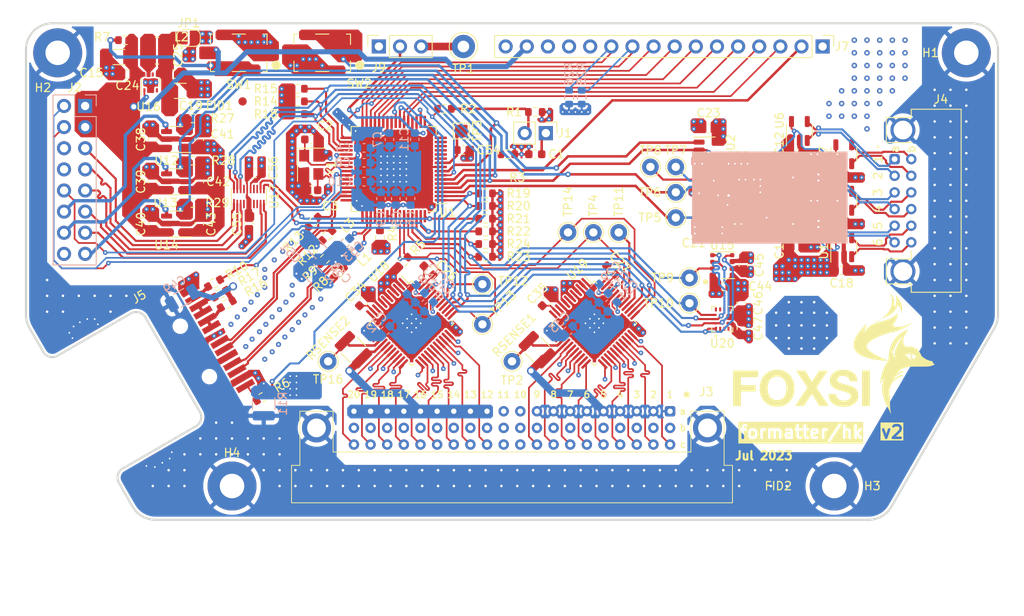
<source format=kicad_pcb>
(kicad_pcb (version 20221018) (generator pcbnew)
  (title_block (title "FOXSI-4 Formatter/Plenum board") (rev "2") (company "University of Minnesota") (comment 1 "Author: Thanasi Pantazides / panta013@umn.edu / +1 952 686 1930"))
  (layers (0 "F.Cu" signal) (1 "In1.Cu" signal) (2 "In2.Cu" signal) (31 "B.Cu" signal) (34 "B.Paste" user) (35 "F.Paste" user) (36 "B.SilkS" user "B.Silkscreen") (37 "F.SilkS" user "F.Silkscreen") (38 "B.Mask" user) (39 "F.Mask" user) (44 "Edge.Cuts" user))
  (net 0 "")
  (net 1 "Net-(J1-Pin_1)")
  (net 2 "GND")
  (net 3 "/microcontroller/OSC1")
  (net 4 "/microcontroller/OSC2")
  (net 5 "+3V3")
  (net 6 "/microcontroller/AVDD")
  (net 7 "Net-(U18-Q2)")
  (net 8 "Net-(U18-Q1)")
  (net 9 "Net-(U19-Q2)")
  (net 10 "+5V")
  (net 11 "Net-(U19-Q1)")
  (net 12 "Net-(U18-Q3)")
  (net 13 "Net-(U19-Q3)")
  (net 14 "Net-(J1-Pin_2)")
  (net 15 "/microcontroller/SPI.nCS3")
  (net 16 "/microcontroller/SPI.nCS4")
  (net 17 "/microcontroller/SPI.SCK")
  (net 18 "/microcontroller/SPI.SDI")
  (net 19 "/power/SHUTTER_in")
  (net 20 "/microcontroller/SPI.SDO")
  (net 21 "/power/PPS_in")
  (net 22 "/microcontroller/nMCLR")
  (net 23 "/microcontroller/UNLAUNCH")
  (net 24 "/power/PRELAUNCH_in")
  (net 25 "/power/3V3_PG")
  (net 26 "/microcontroller/TEMP_nRESET")
  (net 27 "/microcontroller/INTRPT2")
  (net 28 "/microcontroller/INTRPT0")
  (net 29 "/microcontroller/INTRPT1")
  (net 30 "/microcontroller/INTRPT3")
  (net 31 "Net-(U1-RBIAS)")
  (net 32 "Net-(U18-CH1)")
  (net 33 "Net-(U19-CH1)")
  (net 34 "/microcontroller/SPI.nCS2")
  (net 35 "/microcontroller/SPI.nCS1")
  (net 36 "/microcontroller/UART.TX")
  (net 37 "/microcontroller/UART.RX")
  (net 39 "/microcontroller/PGD")
  (net 40 "/microcontroller/PGC")
  (net 46 "/microcontroller/TEMP2_READY")
  (net 47 "/microcontroller/TEMP1_READY")
  (net 48 "/sync/nQ")
  (net 49 "/sync/Q")
  (net 50 "/sync/SYNC1-")
  (net 51 "/sync/SYNC1+")
  (net 52 "/sync/SYNC2-")
  (net 53 "/sync/SYNC2+")
  (net 54 "/sync/SYNC3-")
  (net 55 "/sync/SYNC3+")
  (net 56 "/sync/SYNC4-")
  (net 57 "/sync/SYNC4+")
  (net 58 "/sync/SYNC5-")
  (net 59 "/sync/SYNC5+")
  (net 60 "/sync/SYNC6-")
  (net 61 "/sync/SYNC6+")
  (net 65 "/microcontroller/SPI.nCS6")
  (net 66 "/microcontroller/SPI.nCS5")
  (net 73 "GNDPWR")
  (net 74 "Net-(J5-LED1+)")
  (net 75 "Net-(J5-LED2+)")
  (net 76 "Net-(C49-Pad1)")
  (net 77 "Net-(C50-Pad1)")
  (net 78 "/eth_phy/ETHTXJ_P")
  (net 79 "/rtd/LDO2")
  (net 80 "/rtd/LDO1")
  (net 81 "/rtd/VREF2")
  (net 82 "/rtd/VREF1")
  (net 83 "/rtd/VREFBYP2")
  (net 84 "/rtd/VREFBYP1")
  (net 85 "/eth_phy/ETHTXJ_N")
  (net 86 "Net-(J5-VC1_N)")
  (net 87 "Net-(J5-VC2_N)")
  (net 88 "/microcontroller/VDDCORE")
  (net 89 "/microcontroller/RA3")
  (net 90 "/microcontroller/RA2")
  (net 91 "/microcontroller/RA5")
  (net 92 "/microcontroller/RA4")
  (net 93 "/microcontroller/RC1")
  (net 94 "/microcontroller/RC0")
  (net 95 "/microcontroller/RC2")
  (net 96 "Net-(J9-Pin_3)")
  (net 97 "/eth_phy/ETH.TX_P")
  (net 98 "/eth_phy/ETH.TX_N")
  (net 99 "/eth_phy/ETH.RX_P")
  (net 100 "/eth_phy/ETH.RX_N")
  (net 101 "/rtd/TEMP2.RSENSE")
  (net 102 "/rtd/TEMP1.RSENSE")
  (net 103 "/eth_phy/ETH.LEDB")
  (net 104 "/eth_phy/ETH.LEDA")
  (net 105 "/rtd/TEMP2.CH3")
  (net 106 "/rtd/TEMP2.CH4")
  (net 107 "/rtd/TEMP2.CH5")
  (net 108 "/rtd/TEMP2.CH6")
  (net 109 "/rtd/TEMP2.CH7")
  (net 110 "/rtd/TEMP2.CH8")
  (net 111 "/rtd/TEMP2.CH9")
  (net 112 "/rtd/TEMP2.CH10")
  (net 113 "/rtd/TEMP2.CH11")
  (net 114 "/rtd/TEMP2.CH12")
  (net 115 "/rtd/TEMP2.CH13")
  (net 116 "/rtd/TEMP2.CH14")
  (net 117 "/rtd/TEMP2.CH15")
  (net 118 "/rtd/TEMP2.CH16")
  (net 119 "/rtd/TEMP2.CH17")
  (net 120 "/rtd/TEMP2.CH18")
  (net 121 "/rtd/TEMP2.CH19")
  (net 122 "/rtd/TEMP2.CH20")
  (net 123 "/rtd/TEMP1.CH3")
  (net 124 "/rtd/TEMP1.CH4")
  (net 125 "/rtd/TEMP1.CH5")
  (net 126 "/rtd/TEMP1.CH6")
  (net 127 "/rtd/TEMP1.CH7")
  (net 128 "/rtd/TEMP1.CH8")
  (net 129 "/rtd/TEMP1.CH9")
  (net 130 "/rtd/TEMP1.CH10")
  (net 131 "/rtd/TEMP1.CH11")
  (net 132 "/rtd/TEMP1.CH12")
  (net 133 "/rtd/TEMP1.CH13")
  (net 134 "/rtd/TEMP1.CH14")
  (net 135 "/rtd/TEMP1.CH15")
  (net 136 "/rtd/TEMP1.CH16")
  (net 137 "/rtd/TEMP1.CH17")
  (net 138 "/rtd/TEMP1.CH18")
  (net 139 "/rtd/TEMP1.CH19")
  (net 140 "/rtd/TEMP1.CH20")
  (net 141 "/power/PPS")
  (net 142 "/sync/R")
  (net 143 "/power/nCS4")
  (net 144 "/power/nCS3")
  (net 145 "/power/SDO")
  (net 146 "/power/SDI")
  (net 147 "/power/SCK")
  (net 157 "Net-(U16-SW)")
  (net 159 "Net-(JP1-A)")
  (net 160 "Net-(R7-Pad1)")
  (footprint "Resistor_SMD:R_0603_1608Metric" (layer "F.Cu") (at 109.728 80.772 -150)
    (fp_text reference "R17")
    (fp_text value "75Ω")
  )
  (footprint "TestPoint:TestPoint_THTPad_D2.0mm_Drill1.0mm" (layer "F.Cu") (at 141.224 84.455)
    (fp_text reference "TP13")
    (fp_text value "TestPoint")
  )
  (footprint "Resistor_SMD:R_0603_1608Metric" (layer "F.Cu") (at 118.999 59.182)
    (fp_text reference "R18")
    (fp_text value "4.7kΩ")
  )
  (footprint "MountingHole:MountingHole_0.116in_Pad" (layer "F.Cu") (at 111.125 103.886)
    (fp_text reference "H4")
    (fp_text value "MountingHole_Pad")
  )
  (footprint "Capacitor_SMD:C_0603_1608Metric" (layer "F.Cu") (at 107.188 62.23 -90)
    (fp_text reference "C41")
    (fp_text value "0.1µF")
  )
  (footprint "Package_TO_SOT_SMD:SOT-23-5" (layer "F.Cu") (at 184.658 69.596 90)
    (fp_text reference "U9")
    (fp_text value "NBA3N011S")
  )
  (footprint "TestPoint:TestPoint_THTPad_D2.0mm_Drill1.0mm" (layer "F.Cu") (at 122.682 88.9 45)
    (fp_text reference "TP16")
    (fp_text value "TestPoint")
  )
  (footprint "Resistor_SMD:R_0603_1608Metric" (layer "F.Cu") (at 98.298 50.292)
    (fp_text reference "R7")
    (fp_text value "200Ω")
  )
  (footprint "Resistor_SMD:R_0603_1608Metric" (layer "F.Cu") (at 106.426 64.770001 180)
    (fp_text reference "R28")
    (fp_text value "4.7kΩ")
  )
  (footprint "Resistor_SMD:R_0603_1608Metric" (layer "F.Cu") (at 108.966 79.502 30)
    (fp_text reference "R10")
    (fp_text value "180Ω")
  )
  (footprint "Capacitor_SMD:C_0603_1608Metric" (layer "F.Cu") (at 147.573999 64.008 180)
    (fp_text reference "C1")
    (fp_text value "0.1µF")
  )
  (footprint "TestPoint:TestPoint_THTPad_D2.0mm_Drill1.0mm" (layer "F.Cu") (at 154.559 73.406)
    (fp_text reference "TP4")
    (fp_text value "TestPoint")
  )
  (footprint "Capacitor_SMD:C_0603_1608Metric" (layer "F.Cu") (at 101.6 62.23 90)
    (fp_text reference "C38")
    (fp_text value "0.1µF")
  )
  (footprint "Capacitor_SMD:C_0603_1608Metric" (layer "F.Cu") (at 113.157 72.263 90)
    (fp_text reference "C55")
    (fp_text value "0.1µF")
  )
  (footprint "Capacitor_SMD:C_0603_1608Metric" (layer "F.Cu") (at 134.747 77.978 135)
    (fp_text reference "C26")
    (fp_text value "10 µF (X7R)")
  )
  (footprint "Package_TO_SOT_SMD:SOT-23-5" (layer "F.Cu") (at 168.402 70.612 180)
    (fp_text reference "U4")
    (fp_text value "74LVC1G02")
  )
  (footprint "Resistor_SMD:R_1210_3225Metric" (layer "F.Cu") (at 147.828 87.503 -45)
    (fp_text reference "RSENSE1")
    (fp_text value "? 1%")
  )
  (footprint "Resistor_SMD:R_0603_1608Metric" (layer "F.Cu") (at 122.555 73.787 45)
    (fp_text reference "R12")
    (fp_text value "49.9Ω 1%")
  )
  (footprint "MountingHole:MountingHole_0.116in_Pad" (layer "F.Cu") (at 183.515 103.886)
    (fp_text reference "H3")
    (fp_text value "MountingHole_Pad")
  )
  (footprint "Jumper:SolderJumper-2_P1.3mm_Open_RoundedPad1.0x1.5mm" (layer "F.Cu") (at 105.918 50.038)
    (fp_text reference "JP1")
    (fp_text value "SolderJumper_2_Open")
  )
  (footprint "Capacitor_SMD:C_0603_1608Metric" (layer "F.Cu") (at 107.188 67.31 -90)
    (fp_text reference "C42")
    (fp_text value "0.1µF")
  )
  (footprint "Resistor_SMD:R_0603_1608Metric" (layer "F.Cu") (at 147.573999 58.927999)
    (fp_text reference "R1")
    (fp_text value "10kΩ")
  )
  (footprint "MountingHole:MountingHole_0.116in_Pad" (layer "F.Cu") (at 90.17 51.816)
    (fp_text reference "H2")
    (fp_text value "MountingHole_Pad")
  )
  (footprint "Resistor_SMD:R_0603_1608Metric" (layer "F.Cu") (at 106.426002 69.85 180)
    (fp_text reference "R29")
    (fp_text value "4.7kΩ")
  )
  (footprint "Capacitor_SMD:C_0603_1608Metric" (layer "F.Cu") (at 170.180001 79.883001 180)
    (fp_text reference "C44")
    (fp_text value "0.1µF")
  )
  (footprint "Capacitor_SMD:C_0603_1608Metric" (layer "F.Cu") (at 148.971 81.661 -135)
    (fp_text reference "C35")
    (fp_text value "0.1 µF")
  )
  (footprint "Capacitor_SMD:C_0603_1608Metric" (layer "F.Cu") (at 104.14 54.356 180)
    (fp_text reference "C25")
    (fp_text value "0.1µF")
  )
  (footprint "Resistor_SMD:R_0603_1608Metric" (layer "F.Cu") (at 124.714 74.676 -135)
    (fp_text reference "L3")
    (fp_text value "120Ω")
  )
  (footprint "Resistor_SMD:R_0603_1608Metric" (layer "F.Cu") (at 128.905 74.041 -90)
    (fp_text reference "R4")
    (fp_text value "2.26kΩ 1%")
  )
  (footprint "Sensor_Motion:BMI270" (layer "F.Cu") (at 170.053001 83.819999 90)
    (fp_text reference "U20")
    (fp_text value "BMI270")
  )
  (footprint "TestPoint:TestPoint_THTPad_D2.0mm_Drill1.0mm" (layer "F.Cu") (at 144.78 88.9 45)
    (fp_text reference "TP2")
    (fp_text value "TestPoint")
  )
  (footprint "Capacitor_SMD:C_0603_1608Metric" (layer "F.Cu") (at 101.6 72.39 90)
    (fp_text reference "C40")
    (fp_text value "0.1µF")
  )
  (footprint "Capacitor_SMD:C_0603_1608Metric" (layer "F.Cu") (at 168.402 60.96 180)
    (fp_text reference "C23")
    (fp_text value "0.1µF")
  )
  (footprint "Resistor_SMD:R_0603_1608Metric" (layer "F.Cu") (at 123.952 78.232 45)
    (fp_text reference "R8")
    (fp_text value "49.9Ω 1%")
  )
  (footprint "Package_TO_SOT_SMD:SOT-23-5" (layer "F.Cu") (at 168.402 67.056)
    (fp_text reference "U3")
    (fp_text value "74LVC1G02")
  )
  (footprint "Resistor_SMD:R_0603_1608Metric" (layer "F.Cu") (at 141.605 68.707)
    (fp_text reference "R19")
    (fp_text value "4.7kΩ")
  )
  (footprint "TestPoint:TestPoint_Loop_D2.60mm_Drill1.4mm_Beaded" (layer "F.Cu") (at 138.938 51.054)
    (fp_text reference "TP1")
    (fp_text value "TestPoint")
  )
  (footprint "Connector_PinHeader_2.54mm:PinHeader_1x16_P2.54mm_Vertical" (layer "F.Cu") (at 182.118 51.054 -90)
    (fp_text reference "J7")
    (fp_text value "Conn_01x16")
  )
  (footprint "Button_Switch_SMD:SW_Tactile_SPST_Wuerth_WS-TASL" (layer "F.Cu") (at 111.936 51.816 180)
    (fp_text reference "SW1")
    (fp_text value "SW_Push_LED_Wuerth_WS-TASL")
  )
  (footprint "Package_LGA:Bosch_LGA-8_3x3mm_P0.8mm_ClockwisePinNumbering" (layer "F.Cu") (at 170.053 77.342999 90)
    (fp_text reference "U15")
    (fp_text value "BME680")
  )
  (footprint "Connector_PinSocket_2.54mm:PinSocket_1x03_P2.54mm_Vertical" (layer "F.Cu") (at 128.778 51.054 90)
    (fp_text reference "J9")
    (fp_text value "Conn_01x03")
  )
  (footprint "Package_QFP:LQFP-48_7x7mm_P0.5mm" (layer "F.Cu") (at 154.686 84.328 -45)
    (fp_text reference "U19")
    (fp_text value "LTC2983")
  )
  (footprint "Connector_RJ:RJ45_Wuerth_7498210220A_Horizontal" (layer "F.Cu") (at 97.8154 92.8116 120)
    (fp_text reference "J5")
    (fp_text value "RJ45_Wuerth_7498210220A")
  )
  (footprint "Capacitor_SMD:C_0603_1608Metric" (layer "F.Cu") (at 171.958 66.04)
    (fp_text reference "C22")
    (fp_text value "0.1µF")
  )
  (footprint "Resistor_SMD:R_0603_1608Metric" (layer "F.Cu") (at 141.605 76.327)
    (fp_text reference "R23")
    (fp_text value "4.7kΩ")
  )
  (footprint "Package_SON:USON-20_2x4mm_P0.4mm" (layer "F.Cu") (at 113.157 69.088 90)
    (fp_text reference "U17")
    (fp_text value "TXB0108DQSR")
  )
  (footprint "Package_TO_SOT_SMD:SOT-23-5" (layer "F.Cu") (at 179.324 61.214 90)
    (fp_text reference "U6")
    (fp_text value "NBA3N011S")
  )
  (footprint "MountingHole:MountingHole_0.116in_Pad" (layer "F.Cu") (at 199.39 51.816)
    (fp_text reference "H1")
    (fp_text value "MountingHole_Pad")
  )
  (footprint "Capacitor_SMD:C_0603_1608Metric" (layer "F.Cu") (at 172.593001 77.342999 90)
    (fp_text reference "C45")
    (fp_text value "0.1µF")
  )
  (footprint "Resistor_SMD:R_0603_1608Metric" (layer "F.Cu") (at 120.904 72.136 -135)
    (fp_text reference "R13")
    (fp_text value "49.9Ω 1%")
  )
  (footprint "TestPoint:TestPoint_THTPad_D2.0mm_Drill1.0mm" (layer "F.Cu") (at 164.465 71.628)
    (fp_text reference "TP5")
    (fp_text value "TestPoint")
  )
  (footprint "Capacitor_SMD:C_0603_1608Metric" (layer "F.Cu") (at 120.65 62.23 180)
    (fp_text reference "C2")
    (fp_text value "10pF 1%")
  )
  (footprint "Capacitor_SMD:C_0603_1608Metric" (layer "F.Cu") (at 127 81.661 -135)
    (fp_text reference "C34")
    (fp_text value "0.1 µF")
  )
  (footprint "Capacitor_SMD:C_0603_1608Metric" (layer "F.Cu") (at 113.919 66.294)
    (fp_text reference "C56")
    (fp_text value "0.1µF")
  )
  (footprint "Package_QFP:TQFP-64_10x10mm_P0.5mm" (layer "F.Cu") (at 130.556 65.786 180)
    (fp_text reference "U1")
    (fp_text value "PIC18F66J60-IPT")
  )
  (footprint "Capacitor_SMD:C_0603_1608Metric" (layer "F.Cu") (at 107.188 72.39 -90)
    (fp_text reference "C43")
    (fp_text value "0.1µF")
  )
  (footprint "Package_TO_SOT_SMD:SOT-23-6" (layer "F.Cu") (at 104.394 67.31 180)
    (fp_text reference "U13")
    (fp_text value "SN74LVC1T45DBV")
  )
  (footprint "Resistor_SMD:R_0603_1608Metric" (layer "F.Cu") (at 114.808 93.218 30)
    (fp_text reference "R6")
    (fp_text value "180Ω")
  )
  (footprint "Capacitor_SMD:C_0603_1608Metric" (layer "F.Cu") (at 179.07 64.008)
    (fp_text reference "C12")
    (fp_text value "0.1µF")
  )
  (footprint "Capacitor_SMD:C_0603_1608Metric" (layer "F.Cu") (at 101.6 67.31 90)
    (fp_text reference "C39")
    (fp_text value "0.1µF")
  )
  (footprint "Resistor_SMD:R_1210_3225Metric" (layer "F.Cu") (at 125.73 87.503 -45)
    (fp_text reference "RSENSE2")
    (fp_text value "? 1%")
  )
  (footprint "Capacitor_SMD:C_0603_1608Metric" (layer "F.Cu") (at 138.938 63.5)
    (fp_text reference "C54")
    (fp_text value "10µF, 16V")
  )
  (footprint "Resistor_SMD:R_0603_1608Metric" (layer "F.Cu") (at 141.605 73.279001)
    (fp_text reference "R22")
    (fp_text value "4.7kΩ")
  )
  (footprint "Resistor_SMD:R_0603_1608Metric" (layer "F.Cu") (at 110.49 82.042 -150)
    (fp_text reference "R16")
    (fp_text value "75Ω")
  )
  (footprint "Capacitor_SMD:C_1206_3216Metric" (layer "F.Cu") (at 104.902 56.388 180)
    (fp_text reference "C19")
    (fp_text value "22µF")
  )
  (footprint "TestPoint:TestPoint_THTPad_D2.0mm_Drill1.0mm" (layer "F.Cu") (at 151.511 73.406)
    (fp_text reference "TP14")
    (fp_text value "TestPoint")
  )
  (footprint "Capacitor_SMD:C_0603_1608Metric" (layer "F.Cu") (at 179.07 75.184)
    (fp_text reference "C17")
    (fp_text value "0.1µF")
  )
  (footprint "Package_TO_SOT_SMD:SOT-23-5" (layer "F.Cu") (at 179.324 72.39 90)
    (fp_text reference "U10")
    (fp_text value "NBA3N011S")
  )
  (footprint "Capacitor_SMD:C_0603_1608Metric" (layer "F.Cu") (at 184.404 66.802)
    (fp_text reference "C13")
    (fp_text value "0.1µF")
  )
  (footprint "TestPoint:TestPoint_THTPad_D2.0mm_Drill1.0mm" (layer "F.Cu") (at 164.465 68.58)
    (fp_text reference "TP6")
    (fp_text value "TestPoint")
  )
  (footprint "Capacitor_SMD:C_0603_1608Metric" (layer "F.Cu") (at 172.961 68.072 180)
    (fp_text reference "C20")
    (fp_text value "0.1µF")
  )
  (footprint "Resistor_SMD:R_0603_1608Metric" (layer "F.Cu") (at 136.652 58.547 180)
    (fp_text reference "R2")
    (fp_text value "470Ω")
  )
  (footprint "Package_QFP:LQFP-48_7x7mm_P0.5mm" (layer "F.Cu") (at 132.715 84.328 -45)
    (fp_text reference "U18")
    (fp_text value "LTC2983")
  )
  (footprint "Resistor_SMD:R_0603_1608Metric" (layer "F.Cu") (at 131.699 76.962 -135)
    (fp_text reference "R5")
    (fp_text value "4.7kΩ")
  )
  (footprint "Capacitor_SMD:C_0603_1608Metric" (layer "F.Cu") (at 184.404 77.978)
    (fp_text reference "C18")
    (fp_text value "0.1µF")
  )
  (footprint "TestPoint:TestPoint_Pad_1.5x1.5mm" (layer "F.Cu") (at 138.684 61.214)
    (fp_text reference "TP3")
    (fp_text value "TestPoint")
  )
  (footprint "Package_TO_SOT_SMD:SOT-23-6" (layer "F.Cu") (at 104.394 62.23 180)
    (fp_text reference "U12")
    (fp_text value "SN74LVC1T45DBV")
  )
  (footprint "TestPoint:TestPoint_THTPad_D2.0mm_Drill1.0mm" (layer "F.Cu") (at 141.224 79.629)
    (fp_text reference "TP12")
    (fp_text value "TestPoint")
  )
  (footprint "Resistor_SMD:R_0603_1608Metric" (layer "F.Cu") (at 141.605 71.755)
    (fp_text reference "R21")
    (fp_text value "4.7kΩ")
  )
  (footprint "Capacitor_SMD:C_0603_1608Metric" (layer "F.Cu") (at 172.339 81.915001 90)
    (fp_text reference "C46")
    (fp_text value "0.1µF")
  )
  (footprint "Fiducial:Fiducial_1mm_Mask2mm" (layer "F.Cu") (at 112.395 57.658)
    (fp_text reference "FID1")
    (fp_text value "Fiducial")
  )
  (footprint "Resistor_SMD:R_0603_1608Metric" (layer "F.Cu") (at 106.426002 59.69 180)
    (fp_text reference "R27")
    (fp_text value "4.7kΩ")
  )
  (footprint "Capacitor_SMD:C_0603_1608Metric" (layer "F.Cu") (at 179.07 69.596)
    (fp_text reference "C14")
    (fp_text value "0.1µF")
  )
  (footprint "Resistor_SMD:R_0603_1608Metric" (layer "F.Cu") (at 141.605 74.803)
    (fp_text reference "R24")
    (fp_text value "4.7kΩ")
  )
  (footprint "Crystal:Crystal_SMD_3225-4Pin_3.2x2.5mm" (layer "F.Cu") (at 120.65 65.278 -90)
    (fp_text reference "Y1")
    (fp_text value "25 MHz")
  )
  (footprint "Resistor_SMD:R_0603_1608Metric" (layer "F.Cu") (at 144.272 64.008 180)
    (fp_text reference "R3")
    (fp_text value "150Ω")
  )
  (footprint "TestPoint:TestPoint_THTPad_D2.0mm_Drill1.0mm" (layer "F.Cu") (at 157.607 73.406)
    (fp_text reference "TP11")
    (fp_text value "TestPoint")
  )
  (footprint "Resistor_SMD:R_0603_1608Metric" (layer "F.Cu") (at 122.301 76.581 -135)
    (fp_text reference "R9")
    (fp_text value "49.9Ω 1%")
  )
  (footprint "Capacitor_SMD:C_0603_1608Metric" (layer "F.Cu") (at 98.552 54.356)
    (fp_text reference "C24")
    (fp_text value "0.1µF")
  )
  (footprint "Capacitor_SMD:C_0603_1608Metric" (layer "F.Cu") (at 172.339001 84.963001 90)
    (fp_text reference "C47")
    (fp_text value "0.1µF")
  )
  (footprint "Fiducial:Fiducial_1mm_Mask2mm" (layer "F.Cu") (at 173.99 103.886 180)
    (fp_text reference "FID2")
    (fp_text value "Fiducial")
  )
  (footprint "Package_TO_SOT_SMD:SOT-23-5" (layer "F.Cu") (at 172.974 70.612)
    (fp_text reference "U5")
    (fp_text value "74LVC1G08")
  )
  (footprint "LOGO" (layer "F.Cu") (at 183.388 88.138)
    (fp_text reference "G***" hide)
    (fp_text value "LOGO" hide)
  )
  (footprint "Inductor_SMD:L_Wuerth_MAPI-3020" (layer "F.Cu") (at 102.108 51.562)
    (fp_text reference "L2")
    (fp_text value "1 µH")
  )
  (footprint "Package_TO_SOT_SMD:SOT-23-5" (layer "F.Cu") (at 184.658 75.184 90)
    (fp_text reference "U11")
    (fp_text value "NBA3N011S")
  )
  (footprint "Package_TO_SOT_SMD:SOT-23-5" (layer "F.Cu") (at 179.324 66.802 90)
    (fp_text reference "U8")
    (fp_text value "NBA3N011S")
  )
  (footprint "Connector_Harwin:Harwin_JTek-Male_2x6_P2.00mm_Horizontal" (layer "F.Cu") (at 191.77 69.596 90)
    (fp_text reference "J4")
    (fp_text value "Conn_02x06_Row_Letter_First")
  )
  (footprint "Resistor_SMD:R_0603_1608Metric" (layer "F.Cu") (at 118.999 56.134)
    (fp_text reference "R15")
    (fp_text value "4.7kΩ")
  )
  (footprint "Package_SON:WSON-8-1EP_2x2mm_P0.5mm_EP0.9x1.6mm" (layer "F.Cu") (at 101.342 55.372 90)
    (fp_text reference "U16")
    (fp_text value "TPS62082")
  )
  (footprint "Connector_PinHeader_2.54mm:PinHeader_1x02_P2.54mm_Vertical" (layer "F.Cu") (at 148.849 61.468 -90)
    (fp_text reference "J1")
    (fp_text value "Conn_02x01")
  )
  (footprint "Capacitor_SMD:C_0603_1608Metric" (layer "F.Cu") (at 168.402 73.152)
    (fp_text reference "C21")
    (fp_text value "0.1µF")
  )
  (footprint "Capacitor_SMD:C_0603_1608Metric" (layer "F.Cu") (at 120.65 68.326)
    (fp_text reference "C3")
    (fp_text value "10pF 1%")
  )
  (footprint "Resistor_SMD:R_0603_1608Metric" (layer "F.Cu") (at 141.605 70.231)
    (fp_text reference "R20")
    (fp_text value "4.7kΩ")
  )
  (footprint "TestPoint:TestPoint_THTPad_D2.0mm_Drill1.0mm" (layer "F.Cu") (at 166.116 78.867 90)
    (fp_text reference "TP9")
    (fp_text value "TestPoint")
  )
  (footprint "Package_TO_SOT_SMD:SOT-23-6" (layer "F.Cu") (at 104.394 72.39 180)
    (fp_text reference "U14")
    (fp_text value "SN74LVC1T45DBV")
  )
  (footprint "Resistor_SMD:R_0603_1608Metric" (layer "F.Cu") (at 118.999 57.658)
    (fp_text reference "R14")
    (fp_text value "4.7kΩ")
  )
  (footprint "TestPoint:TestPoint_THTPad_D2.0mm_Drill1.0mm" (layer "F.Cu") (at 161.417 65.532)
    (fp_text reference "TP8")
    (fp_text value "TestPoint")
  )
  (footprint "Package_TO_SOT_SMD:SOT-23-5" (layer "F.Cu") (at 184.658 64.008 90)
    (fp_text reference "U7")
    (fp_text value "NBA3N011S")
  )
  (footprint "Package_TO_SOT_SMD:SOT-23-5" (layer "F.Cu") (at 168.402 63.5)
    (fp_text reference "U2")
    (fp_text value "74LVC1G86")
  )
  (footprint "Capacitor_SMD:C_0603_1608Metric" (layer "F.Cu") (at 156.718 77.978 135)
    (fp_text reference "C27")
    (fp_text value "10 µF (X7R)")
  )
  (footprint "Capacitor_SMD:C_1206_3216Metric" (layer "F.Cu") (at 97.536 52.324)
    (fp_text reference "C15")
    (fp_text value "10µF")
  )
  (footprint "TestPoint:TestPoint_THTPad_D2.0mm_Drill1.0mm" (layer "F.Cu") (at 166.116 81.915 90)
    (fp_text reference "TP10")
    (fp_text value "TestPoint")
  )
  (footprint "Resistor_SMD:R_0603_1608Metric" (layer "F.Cu") (at 125.857 75.819 -135)
    (fp_text reference "L1")
    (fp_text value "120Ω")
  )
  (footprint "Capacitor_SMD:C_0603_1608Metric" (layer "F.Cu") (at 184.404 72.39)
    (fp_text reference "C16")
    (fp_text value "0.1µF")
  )
  (footprint "Connector_Harwin:Harwin_JTek-Male_3x20_P2.00mm_Horizontal" (layer "F.Cu") (at 144.78 96.901)
    (fp_text reference "J3")
    (fp_text value "Conn_03x20_MountingPin")
  )
  (footprint "TestPoint:TestPoint_THTPad_D2.0mm_Drill1.0mm" (layer "F.Cu") (at 164.465 65.532)
    (fp_text reference "TP7")
    (fp_text value "TestPoint")
  )
  (footprint "Button_Switch_SMD:SW_Tactile_SPST_Wuerth_WS-TASL" (layer "F.Cu") (at 121.969 51.816 180)
    (fp_text reference "SW2")
    (fp_text value "SW_Push_LED_Wuerth_WS-TASL")
  )
  (footprint "Resistor_SMD:R_1210_3225Metric" (layer "B.Cu") (at 114.935 93.98 90)
    (fp_text reference "R11")
    (fp_text value "47Ω")
  )
  (footprint "Capacitor_SMD:C_0603_1608Metric" (layer "B.Cu") (at 129.54 85.217 -135)
    (fp_text reference "C32")
    (fp_text value "1 µF")
  )
  (footprint "Capacitor_SMD:C_1206_3216Metric" (layer "B.Cu") (at 121.412 75.438 -45)
    (fp_text reference "C50")
    (fp_text value "0.1µF")
  )
  (footprint "Capacitor_SMD:C_0603_1608Metric" (layer "B.Cu") (at 134.789651 82.320266 45)
    (fp_text reference "C30")
    (fp_text value "10 µF")
  )
  (footprint "Capacitor_SMD:C_0603_1608Metric" (layer "B.Cu") (at 151.511 85.217 -135)
    (fp_text reference "C33")
    (fp_text value "1 µF")
  )
  (footprint "Capacitor_SMD:C_0603_1608Metric" (layer "B.Cu") (at 132.588 69.342 90)
    (fp_text reference "C6")
    (fp_text value "0.1µF")
  )
  (footprint "Capacitor_SMD:C_0603_1608Metric" (layer "B.Cu") (at 125.857 75.819 -135)
    (fp_text reference "C52")
    (fp_text value "56pF 5%")
  )
  (footprint "Capacitor_SMD:C_0603_1608Metric" (layer "B.Cu") (at 127 67.31)
    (fp_text reference "C10")
    (fp_text value "0.1µF")
  )
  (footprint "Capacitor_SMD:C_0603_1608Metric" (layer "B.Cu") (at 133.71202 81.242636 45)
    (fp_text reference "C36")
    (fp_text value "0.1 µF")
  )
  (footprint "Capacitor_SMD:C_0603_1608Metric" (layer "B.Cu") (at 129.032 69.342 90)
    (fp_text reference "C9")
    (fp_text value "0.1µF")
  )
  (footprint "Capacitor_SMD:C_1206_3216Metric" (layer "B.Cu") (at 105.156 81.28 -150)
    (fp_text reference "C49")
    (fp_text value "0.1µF")
  )
  (footprint "Capacitor_SMD:C_0603_1608Metric" (layer "B.Cu") (at 155.777773 81.26057 45)
    (fp_text reference "C37")
    (fp_text value "0.1 µF")
  )
  (footprint "Capacitor_SMD:C_0603_1608Metric" (layer "B.Cu") (at 132.715 80.264 45)
    (fp_text reference "C28")
    (fp_text value "10 µF (X5R)")
  )
  (footprint "Connector_PinHeader_2.54mm:PinHeader_2x08_P2.54mm_Vertical" (layer "B.Cu") (at 93.472 58.20283 180)
    (fp_text reference "J2")
    (fp_text value "Conn_02x08_Odd_Even")
  )
  (footprint "Capacitor_SMD:C_0603_1608Metric" (layer "B.Cu") (at 127 63.246)
    (fp_text reference "C4")
    (fp_text value "10µF")
  )
  (footprint "Capacitor_SMD:C_0603_1608Metric" (layer "B.Cu") (at 127 65.024)
    (fp_text reference "C8")
    (fp_text value "0.1µF")
  )
  (footprint "Capacitor_SMD:C_0603_1608Metric" (layer "B.Cu") (at 154.709335 80.173747 45)
    (fp_text reference "C29")
    (fp_text value "10 µF (X5R)")
  )
  (footprint "Resistor_SMD:R_0603_1608Metric" (layer "B.Cu") (at 151.638 57.15 -90)
    (fp_text reference "R26")
    (fp_text value "4.7kΩ")
  )
  (footprint "Capacitor_SMD:C_0603_1608Metric" (layer "B.Cu") (at 130.81 69.342 90)
    (fp_text reference "C5")
    (fp_text value "0.1µF")
  )
  (footprint "Capacitor_SMD:C_1206_3216Metric" (layer "B.Cu") (at 120.777 78.359 135)
    (fp_text reference "C51")
    (fp_text value "0.1µF")
  )
  (footprint "Capacitor_SMD:C_0603_1608Metric" (layer "B.Cu") (at 124.714 74.676 45)
    (fp_text reference "C53")
    (fp_text value "56pF 5%")
  )
  (footprint "Capacitor_SMD:C_0603_1608Metric" (layer "B.Cu") (at 133.096 62.23 -90)
    (fp_text reference "C11")
    (fp_text value "0.1µF")
  )
  (footprint "Capacitor_SMD:C_0603_1608Metric" (layer "B.Cu") (at 130.048 62.23 -90)
    (fp_text reference "C7")
    (fp_text value "0.1µF")
  )
  (footprint "Resistor_SMD:R_0603_1608Metric" (layer "B.Cu") (at 153.162 57.15 -90)
    (fp_text reference "R25")
    (fp_text value "4.7kΩ")
  )
  (footprint "Capacitor_SMD:C_0603_1608Metric" (layer "B.Cu") (at 156.855404 82.338201 45)
    (fp_text reference "C31")
    (fp_text value "10 µF")
  )
  (gr_rect (start 166.497 63.754) (end 185.039 74.676) (stroke (width 0.15)) (fill solid) (layer "B.SilkS"))
  (gr_line (start 98.964553 83.144237) (end 90.165735 88.224237) (stroke (width 0.254)) (layer "Edge.Cuts"))
  (gr_line (start 103.976905 89.285886) (end 107.254405 94.962683) (stroke (width 0.254)) (layer "Edge.Cuts"))
  (gr_arc (start 98.964553 83.144237) (mid 99.928254 83.017361) (end 100.699405 83.609089) (stroke (width 0.254)) (layer "Edge.Cuts"))
  (gr_line (start 190.388604 106.3625) (end 202.77463 84.909272) (stroke (width 0.254)) (layer "Edge.Cuts"))
  (gr_line (start 106.789553 96.697535) (end 97.990735 101.777535) (stroke (width 0.254)) (layer "Edge.Cuts"))
  (gr_line (start 86.785369 84.909272) (end 88.430882 87.759385) (stroke (width 0.254)) (layer "Edge.Cuts"))
  (gr_line (start 101.921026 107.95) (end 187.638973 107.95) (stroke (width 0.254)) (layer "Edge.Cuts"))
  (gr_arc (start 86.36 51.435) (mid 87.289935 49.189935) (end 89.535 48.26) (stroke (width 0.254)) (layer "Edge.Cuts"))
  (gr_line (start 200.025 48.26) (end 89.535 48.26) (stroke (width 0.254)) (layer "Edge.Cuts"))
  (gr_arc (start 86.785369 84.909272) (mid 86.468182 84.143523) (end 86.36 83.321772) (stroke (width 0.254)) (layer "Edge.Cuts"))
  (gr_arc (start 107.254405 94.962683) (mid 107.381274 95.926382) (end 106.789553 96.697535) (stroke (width 0.254)) (layer "Edge.Cuts"))
  (gr_line (start 103.976905 89.285886) (end 100.699405 83.609089) (stroke (width 0.254)) (layer "Edge.Cuts"))
  (gr_arc (start 200.025 48.26) (mid 202.270064 49.189936) (end 203.2 51.435) (stroke (width 0.254)) (layer "Edge.Cuts"))
  (gr_arc (start 97.525882 103.512387) (mid 97.399004 102.548686) (end 97.990735 101.777535) (stroke (width 0.254)) (layer "Edge.Cuts"))
  (gr_arc (start 203.2 83.321772) (mid 203.091814 84.143522) (end 202.77463 84.909272) (stroke (width 0.254)) (layer "Edge.Cuts"))
  (gr_line (start 203.2 83.321772) (end 203.2 51.435) (stroke (width 0.254)) (layer "Edge.Cuts"))
  (gr_arc (start 190.388604 106.3625) (mid 189.226473 107.52463) (end 187.638973 107.95) (stroke (width 0.254)) (layer "Edge.Cuts"))
  (gr_line (start 86.36 51.435) (end 86.36 83.321772) (stroke (width 0.254)) (layer "Edge.Cuts"))
  (gr_line (start 97.525882 103.512387) (end 99.171396 106.3625) (stroke (width 0.254)) (layer "Edge.Cuts"))
  (gr_arc (start 90.165735 88.224237) (mid 89.202038 88.351096) (end 88.430882 87.759385) (stroke (width 0.254)) (layer "Edge.Cuts"))
  (gr_arc (start 101.921026 107.95) (mid 100.333532 107.524621) (end 99.171396 106.3625) (stroke (width 0.254)) (layer "Edge.Cuts"))
  (gr_text "formatter/hk" (at 171.958 98.298) (layer "F.SilkS" knockout) (effects (font (size 1.524 1.524) (thickness 0.3048) bold) (justify left bottom)))
  (gr_text "v2" (at 188.976 98.298) (layer "F.SilkS" knockout) (effects (font (size 1.524 1.524) (thickness 0.3048) bold) (justify left bottom)))
  (gr_text "Jul 2023" (at 171.45 100.838) (layer "F.SilkS") (effects (font (size 1.016 1.016) (thickness 0.254) bold) (justify left bottom)))
  (segment (start 148.348999 64.008) (end 148.348999 61.968001) (width 0.3048) (layer "F.Cu") (net 1))
  (segment (start 148.348999 61.968001) (end 148.849 61.468) (width 0.3048) (layer "F.Cu") (net 1))
  (segment (start 129.806 71.4485) (end 130.306 71.4485) (width 0.2032) (layer "F.Cu") (net 2))
  (segment (start 130.306 70.481) (end 130.556 70.231) (width 0.2032) (layer "F.Cu") (net 2))
  (segment (start 156.464 81.48934) (end 156.464 82.677) (width 0.2032) (layer "F.Cu") (net 2))
  (segment (start 157.099002 80.854338) (end 156.464 81.48934) (width 0.2032) (layer "F.Cu") (net 2))
  (segment (start 130.306 71.4485) (end 130.306 70.481) (width 0.2032) (layer "F.Cu") (net 2))
  (segment (start 135.128002 80.854338) (end 134.493 81.48934) (width 0.2032) (layer "F.Cu") (net 2))
  (segment (start 134.493 81.48934) (end 134.493 82.931) (width 0.2032) (layer "F.Cu") (net 2))
  (via (at 184.404 57.912) (size 0.6604) (drill 0.3048) (layers "F.Cu" "B.Cu") (net 2))
  (via (at 122.936 64.516) (size 0.5588) (drill 0.2032) (layers "F.Cu" "B.Cu") (net 2))
  (via (at 115.746 50.546) (size 0.5588) (drill 0.2032) (layers "F.Cu" "B.Cu") (net 2))
  (via (at 185.928 56.388) (size 0.6604) (drill 0.3048) (layers "F.Cu" "B.Cu") (net 2))
  (via (at 110.998 84.455) (size 0.6096) (drill 0.254) (layers "F.Cu" "B.Cu") (net 2))
  (via (at 117.602 81.788) (size 0.6096) (drill 0.254) (layers "F.Cu" "B.Cu") (net 2))
  (via (at 185.928 51.816) (size 0.6604) (drill 0.3048) (layers "F.Cu" "B.Cu") (net 2))
  (via (at 155.224816 83.789185) (size 0.5588) (drill 0.2032) (layers "F.Cu" "B.Cu") (net 2))
  (via (at 114.984 50.546) (size 0.5588) (drill 0.2032) (layers "F.Cu" "B.Cu") (net 2))
  (via (at 108.204 64.77) (size 0.5588) (drill 0.2032) (layers "F.Cu" "B.Cu") (net 2))
  (via (at 120.396 60.706) (size 0.5588) (drill 0.2032) (layers "F.Cu" "B.Cu") (net 2))
  (via (at 181.102 81.788) (size 0.6604) (drill 0.3048) (layers "F.Cu" "B.Cu") (net 2))
  (via (at 106.807 78.486) (size 0.5588) (drill 0.2032) (layers "F.Cu" "B.Cu") (net 2))
  (via (at 154.686 84.328) (size 0.5588) (drill 0.2032) (layers "F.Cu" "B.Cu") (net 2))
  (via (at 182.88 57.912) (size 0.6604) (drill 0.3048) (layers "F.Cu" "B.Cu") (net 2))
  (via (at 112.698 50.546) (size 0.5588) (drill 0.2032) (layers "F.Cu" "B.Cu") (net 2))
  (via (at 107.442 56.134) (size 0.5588) (drill 0.2032) (layers "F.Cu" "B.Cu") (net 2))
  (via (at 117.348 92.202) (size 0.5588) (drill 0.2032) (layers "F.Cu" "B.Cu") (net 2))
  (via (at 129.794 64.262) (size 0.5588) (drill 0.2032) (layers "F.Cu" "B.Cu") (net 2))
  (via (at 129.794 75.692) (size 0.5588) (drill 0.2032) (layers "F.Cu" "B.Cu") (net 2))
  (via (at 107.442 56.896) (size 0.5588) (drill 0.2032) (layers "F.Cu" "B.Cu") (net 2))
  (via (at 115.062 78.867) (size 0.6096) (drill 0.254) (layers "F.Cu" "B.Cu") (net 2))
  (via (at 187.452 59.436) (size 0.6604) (drill 0.3048) (layers "F.Cu" "B.Cu") (net 2))
  (via (at 153.60837 84.328) (size 0.5588) (drill 0.2032) (layers "F.Cu" "B.Cu") (net 2))
  (via (at 185.928 54.864) (size 0.6604) (drill 0.3048) (layers "F.Cu" "B.Cu") (net 2))
  (via (at 192.024 53.34) (size 0.6604) (drill 0.3048) (layers "F.Cu" "B.Cu") (net 2))
  (via (at 111.936 49.784) (size 0.5588) (drill 0.2032) (layers "F.Cu" "B.Cu") (net 2))
  (via (at 173.228001 83.819999) (size 0.5588) (drill 0.2032) (layers "F.Cu" "B.Cu") (net 2))
  (via (at 119.888 83.312) (size 0.6096) (drill 0.254) (layers "F.Cu" "B.Cu") (net 2))
  (via (at 131.318 67.31) (size 0.5588) (drill 0.2032) (layers "F.Cu" "B.Cu") (net 2))
  (via (at 118.11 90.678) (size 0.5588) (drill 0.2032) (layers "F.Cu" "B.Cu") (net 2))
  (via (at 154.147185 84.866816) (size 0.5588) (drill 0.2032) (layers "F.Cu" "B.Cu") (net 2))
  (via (at 180.721 64.008) (size 0.5588) (drill 0.2032) (layers "F.Cu" "B.Cu") (net 2))
  (via (at 132.08 67.31) (size 0.5588) (drill 0.2032) (layers "F.Cu" "B.Cu") (net 2))
  (via (at 128.27 75.692) (size 0.5588) (drill 0.2032) (layers "F.Cu" "B.Cu") (net 2))
  (via (at 176.53 84.582) (size 0.6604) (drill 0.3048) (layers "F.Cu" "B.Cu") (net 2))
  (via (at 188.976 57.912) (size 0.6604) (drill 0.3048) (layers "F.Cu" "B.Cu") (net 2))
  (via (at 179.578 86.106) (size 0.6604) (drill 0.3048) (layers "F.Cu" "B.Cu") (net 2))
  (via (at 118.364 67.056) (size 0.5588) (drill 0.2032) (layers "F.Cu" "B.Cu") (net 2))
  (via (at 132.08 65.786) (size 0.5588) (drill 0.2032) (layers "F.Cu" "B.Cu") (net 2))
  (via (at 118.364 64.77) (size 0.5588) (drill 0.2032) (layers "F.Cu" "B.Cu") (net 2))
  (via (at 100.838 60.452) (size 0.5588) (drill 0.2032) (layers "F.Cu" "B.Cu") (net 2))
  (via (at 129.794 67.31) (size 0.5588) (drill 0.2032) (layers "F.Cu" "B.Cu") (net 2))
  (via (at 190.5 54.864) (size 0.6604) (drill 0.3048) (layers "F.Cu" "B.Cu") (net 2))
  (via (at 111.76 83.566) (size 0.6096) (drill 0.254) (layers "F.Cu" "B.Cu") (net 2))
  (via (at 132.715 84.328) (size 0.5588) (drill 0.2032) (layers "F.Cu" "B.Cu") (net 2))
  (via (at 108.204 60.452) (size 0.5588) (drill 0.2032) (layers "F.Cu" "B.Cu") (net 2))
  (via (at 173.101 65.151) (size 0.5588) (drill 0.2032) (layers "F.Cu" "B.Cu") (net 2))
  (via (at 132.715 83.25037) (size 0.5588) (drill 0.2032) (layers "F.Cu" "B.Cu") (net 2))
  (via (at 122.682 67.818) (size 0.5588) (drill 0.2032) (layers "F.Cu" "B.Cu") (net 2))
  (via (at 129.032 64.262) (size 0.5588) (drill 0.2032) (layers "F.Cu" "B.Cu") (net 2))
  (via (at 130.556 65.786) (size 0.5588) (drill 0.2032) (layers "F.Cu" "B.Cu") (net 2))
  (via (at 170.053 73.533) (size 0.5588) (drill 0.2032) (layers "F.Cu" "B.Cu") (net 2))
  (via (at 114.222 50.546) (size 0.5588) (drill 0.2032) (layers "F.Cu" "B.Cu") (net 2))
  (via (at 112.776 74.549) (size 0.5588) (drill 0.2032) (layers "F.Cu" "B.Cu") (net 2))
  (via (at 180.721 75.184) (size 0.5588) (drill 0.2032) (layers "F.Cu" "B.Cu") (net 2))
  (via (at 114.935 91.567) (size 0.5588) (drill 0.2032) (layers "F.Cu" "B.Cu") (net 2))
  (via (at 190.5 53.34) (size 0.6604) (drill 0.3048) (layers "F.Cu" "B.Cu") (net 2))
  (via (at 173.482 78.485999) (size 0.5588) (drill 0.2032) (layers "F.Cu" "B.Cu") (net 2))
  (via (at 181.102 86.106) (size 0.6604) (drill 0.3048) (layers "F.Cu" "B.Cu") (net 2))
  (via (at 132.176185 84.866816) (size 0.5588) (drill 0.2032) (layers "F.Cu" "B.Cu") (net 2))
  (via (at 137.541 84.328) (size 0.5588) (drill 0.2032) (layers "F.Cu" "B.Cu") (net 2))
  (via (at 188.976 56.388) (size 0.6604) (drill 0.3048) (layers "F.Cu" "B.Cu") (net 2))
  (via (at 115.062 80.01) (size 0.6096) (drill 0.254) (layers "F.Cu" "B.Cu") (net 2))
  (via (at 108.204 65.532) (size 0.5588) (drill 0.2032) (layers "F.Cu" "B.Cu") (net 2))
  (via (at 132.08 64.262) (size 0.5588) (drill 0.2032) (layers "F.Cu" "B.Cu") (net 2))
  (via (at 185.928 53.34) (size 0.6604) (drill 0.3048) (layers "F.Cu" "B.Cu") (net 2))
  (via (at 121.666 69.596) (size 0.5588) (drill 0.2032) (layers "F.Cu" "B.Cu") (net 2))
  (via (at 181.483 64.008) (size 0.5588) (drill 0.2032) (layers "F.Cu" "B.Cu") (net 2))
  (via (at 149.987 80.264) (size 0.5588) (drill 0.2032) (layers "F.Cu" "B.Cu") (net 2))
  (via (at 118.872 69.088) (size 0.5588) (drill 0.2032) (layers "F.Cu" "B.Cu") (net 2))
  (via (at 108.204 69.85) (size 0.5588) (drill 0.2032) (layers "F.Cu" "B.Cu") (net 2))
  (via (at 187.452 51.816) (size 0.6604) (drill 0.3048) (layers "F.Cu" "B.Cu") (net 2))
  (via (at 186.817 72.39) (size 0.5588) (drill 0.2032) (layers "F.Cu" "B.Cu") (net 2))
  (via (at 169.672001 80.772) (size 0.5588) (drill 0.2032) (layers "F.Cu" "B.Cu") (net 2))
  (via (at 118.872 91.44) (size 0.5588) (drill 0.2032) (layers "F.Cu" "B.Cu") (net 2))
  (via (at 118.364 66.294) (size 0.5588) (drill 0.2032) (layers "F.Cu" "B.Cu") (net 2))
  (via (at 180.721 69.596) (size 0.5588) (drill 0.2032) (layers "F.Cu" "B.Cu") (net 2))
  (via (at 155.763631 84.328) (size 0.5588) (drill 0.2032) (layers "F.Cu" "B.Cu") (net 2))
  (via (at 117.094 56.134) (size 0.5588) (drill 0.2032) (layers "F.Cu" "B.Cu") (net 2))
  (via (at 121.793 81.407) (size 0.6096) (drill 0.254) (layers "F.Cu" "B.Cu") (net 2))
  (via (at 108.204 61.214) (size 0.5588) (drill 0.2032) (layers "F.Cu" "B.Cu") (net 2))
  (via (at 186.817 66.802) (size 0.5588) (drill 0.2032) (layers "F.Cu" "B.Cu") (net 2))
  (via (at 186.055 77.978) (size 0.5588) (drill 0.2032) (layers "F.Cu" "B.Cu") (net 2))
  (via (at 135.128 70.358) (size 0.5588) (drill 0.2032) (layers "F.Cu" "B.Cu") (net 2))
  (via (at 101.6 65.532) (size 0.5588) (drill 0.2032) (layers "F.Cu" "B.Cu") (net 2))
  (via (at 166.624 60.96) (size 0.5588) (drill 0.2032) (layers "F.Cu" "B.Cu") (net 2))
  (via (at 112.268 75.057) (size 0.5588) (drill 0.2032) (layers "F.Cu" "B.Cu") (net 2))
  (via (at 118.364 67.818) (size 0.5588) (drill 0.2032) (layers "F.Cu" "B.Cu") (net 2))
  (via (at 129.032 66.548) (size 0.5588) (drill 0.2032) (layers "F.Cu" "B.Cu") (net 2))
  (via (at 118.11 92.964) (size 0.5588) (drill 0.2032) (layers "F.Cu" "B.Cu") (net 2))
  (via (at 115.951 83.566) (size 0.6096) (drill 0.254) (layers "F.Cu" "B.Cu") (net 2))
  (via (at 113.538 86.233) (size 0.6096) (drill 0.254) (layers "F.Cu" "B.Cu") (net 2))
  (via (at 172.339 65.151) (size 0.5588) (drill 0.2032) (layers "F.Cu" "B.Cu") (net 2))
  (via (at 108.204 66.294) (size 0.5588) (drill 0.2032) (layers "F.Cu" "B.Cu") (net 2))
  (via (at 116.84 82.677) (size 0.6096) (drill 0.254) (layers "F.Cu" "B.Cu") (net 2))
  (via (at 118.364 62.484) (size 0.5588) (drill 0.2032) (layers "F.Cu" "B.Cu") (net 2))
  (via (at 108.204 71.374) (size 0.5588) (drill 0.2032) (layers "F.Cu" "B.Cu") (net 2))
  (via (at 118.872 92.202) (size 0.5588) (drill 0.2032) (layers "F.Cu" "B.Cu") (net 2))
  (via (at 96.774 54.356) (size 0.5588) (drill 0.2032) (layers "F.Cu" "B.Cu") (net 2))
  (via (at 187.452 54.864) (size 0.6604) (drill 0.3048) (layers "F.Cu" "B.Cu") (net 2))
  (via (at 178.054 84.582) (size 0.6604) (drill 0.3048) (layers "F.Cu" "B.Cu") (net 2))
  (via (at 129.032 65.024) (size 0.5588) (drill 0.2032) (layers "F.Cu" "B.Cu") (net 2))
  (via (at 133.792631 84.328) (size 0.5588) (drill 0.2032) (layers "F.Cu" "B.Cu") (net 2))
  (via (at 118.364 61.722) (size 0.5588) (drill 0.2032) (layers "F.Cu" "B.Cu") (net 2))
  (via (at 118.872 92.964) (size 0.5588) (drill 0.2032) (layers "F.Cu" "B.Cu") (net 2))
  (via (at 112.776 87.122) (size 0.6096) (drill 0.254) (layers "F.Cu" "B.Cu") (net 2))
  (via (at 182.626 83.058) (size 0.6604) (drill 0.3048) (layers "F.Cu" "B.Cu") (net 2))
  (via (at 115.062 88.646) (size 0.6096) (drill 0.254) (layers "F.Cu" "B.Cu") (net 2))
  (via (at 167.259 68.707) (size 0.5588) (drill 0.2032) (layers "F.Cu" "B.Cu") (net 2))
  (via (at 119.126 67.818) (size 0.5588) (drill 0.2032) (layers "F.Cu" "B.Cu") (net 2))
  (via (at 188.976 51.816) (size 0.6604) (drill 0.3048) (layers "F.Cu" "B.Cu") (net 2))
  (via (at 166.37 68.707) (size 0.5588) (drill 0.2032) (layers "F.Cu" "B.Cu") (net 2))
  (via (at 118.364 80.899) (size 0.6096) (drill 0.254) (layers "F.Cu" "B.Cu") (net 2))
  (via (at 101.342 55.372) (size 0.5588) (drill 0.2032) (layers "F.Cu" "B.Cu") (net 2))
  (via (at 187.452 57.912) (size 0.6604) (drill 0.3048) (layers "F.Cu" "B.Cu") (net 2))
  (via (at 138.557 85.344) (size 0.5588) (drill 0.2032) (layers "F.Cu" "B.Cu") (net 2))
  (via (at 188.976 53.34) (size 0.6604) (drill 0.3048) (layers "F.Cu" "B.Cu") (net 2))
  (via (at 114.681 64.643) (size 0.5588) (drill 0.2032) (layers "F.Cu" "B.Cu") (net 2))
  (via (at 120.904 61.214) (size 0.5588) (drill 0.2032) (layers "F.Cu" "B.Cu") (net 2))
  (via (at 96.012 54.356) (size 0.5588) (drill 0.2032) (layers "F.Cu" "B.Cu") (net 2))
  (via (at 120.777 82.423) (size 0.6096) (drill 0.254) (layers "F.Cu" "B.Cu") (net 2))
  (via (at 172.085 67.056) (size 0.5588) (drill 0.2032) (layers "F.Cu" "B.Cu") (net 2))
  (via (at 133.253816 83.789185) (size 0.5588) (drill 0.2032) (layers "F.Cu" "B.Cu") (net 2))
  (via (at 178.054 87.376) (size 0.6604) (drill 0.3048) (layers "F.Cu" "B.Cu") (net 2))
  (via (at 166.751 65.151) (size 0.5588) (drill 0.2032) (layers "F.Cu" "B.Cu") (net 2))
  (via (at 124.321745 76.211255) (size 0.6096) (drill 0.254) (layers "F.Cu" "B.Cu") (net 2))
  (via (at 184.404 56.388) (size 0.6604) (drill 0.3048) (layers "F.Cu" "B.Cu") (net 2))
  (via (at 179.578 84.582) (size 0.6604) (drill 0.3048) (layers "F.Cu" "B.Cu") (net 2))
  (via (at 182.626 84.582) (size 0.6604) (drill 0.3048) (layers "F.Cu" "B.Cu") (net 2))
  (via (at 179.578 83.058) (size 0.6604) (drill 0.3048) (layers "F.Cu" "B.Cu") (net 2))
  (via (at 181.483 75.184) (size 0.5588) (drill 0.2032) (layers "F.Cu" "B.Cu") (net 2))
  (via (at 132.08 66.548) (size 0.5588) (drill 0.2032) (layers "F.Cu" "B.Cu") (net 2))
  (via (at 100.711 55.372) (size 0.5588) (drill 0.2032) (layers "F.Cu" "B.Cu") (net 2))
  (via (at 173.228001 84.582) (size 0.5588) (drill 0.2032) (layers "F.Cu" "B.Cu") (net 2))
  (via (at 114.427 85.344) (size 0.6096) (drill 0.254) (layers "F.Cu" "B.Cu") (net 2))
  (via (at 113.919 90.297) (size 0.5588) (drill 0.2032) (layers "F.Cu" "B.Cu") (net 2))
  (via (at 145.923 64.008) (size 0.5588) (drill 0.2032) (layers "F.Cu" "B.Cu") (net 2))
  (via (at 101.981 55.372) (size 0.5588) (drill 0.2032) (layers "F.Cu" "B.Cu") (net 2))
  (via (at 130.556 67.31) (size 0.5588) (drill 0.2032) (layers "F.Cu" "B.Cu") (net 2))
  (via (at 118.237 74.676) (size 0.6096) (drill 0.254) (layers "F.Cu" "B.Cu") (net 2))
  (via (at 186.817 77.978) (size 0.5588) (drill 0.2032) (layers "F.Cu" "B.Cu") (net 2))
  (via (at 117.348 91.44) (size 0.5588) (drill 0.2032) (layers "F.Cu" "B.Cu") (net 2))
  (via (at 167.513 60.071) (size 0.5588) (drill 0.2032) (layers "F.Cu" "B.Cu") (net 2))
  (via (at 187.452 60.96) (size 0.6604) (drill 0.3048) (layers "F.Cu" "B.Cu") (net 2))
  (via (at 118.872 61.214) (size 0.5588) (drill 0.2032) (layers "F.Cu" "B.Cu") (net 2))
  (via (at 182.626 86.106) (size 0.6604) (drill 0.3048) (layers "F.Cu" "B.Cu") (net 2))
  (via (at 130.556 66.548) (size 0.5588) (drill 0.2032) (layers "F.Cu" "B.Cu") (net 2))
  (via (at 127 80.264) (size 0.5588) (drill 0.2032) (layers "F.Cu" "B.Cu") (net 2))
  (via (at 160.528 85.471) (size 0.5588) (drill 0.2032) (layers "F.Cu" "B.Cu") (net 2))
  (via (at 119.126 84.201) (size 0.6096) (drill 0.254) (layers "F.Cu" "B.Cu") (net 2))
  (via (at 131.63737 84.328) (size 0.5588) (drill 0.2032) (layers "F.Cu" "B.Cu") (net 2))
  (via (at 105.156 79.502) (size 0.5588) (drill 0.2032) (layers "F.Cu" "B.Cu") (net 2))
  (via (at 176.53 83.058) (size 0.6604) (drill 0.3048) (layers "F.Cu" "B.Cu") (net 2))
  (via (at 120.777 76.327) (size 0.6096) (drill 0.254) (layers "F.Cu" "B.Cu") (net 2))
  (via (at 108.204 70.612) (size 0.5588) (drill 0.2032) (layers "F.Cu" "B.Cu") (net 2))
  (via (at 129.794 65.024) (size 0.5588) (drill 0.2032) (layers "F.Cu" "B.Cu") (net 2))
  (via (at 113.46 50.546) (size 0.5588) (drill 0.2032) (layers "F.Cu" "B.Cu") (net 2))
  (via (at 117.221 75.692) (size 0.6096) (drill 0.254) (layers "F.Cu" "B.Cu") (net 2))
  (via (at 192.024 50.292) (size 0.6604) (drill 0.3048) (layers "F.Cu" "B.Cu") (net 2))
  (via (at 117.475 85.979) (size 0.6096) (drill 0.254) (layers "F.Cu" "B.Cu") (net 2))
  (via (at 173.228001 82.296) (size 0.5588) (drill 0.2032) (layers "F.Cu" "B.Cu") (net 2))
  (via (at 130.556 65.024) (size 0.5588) (drill 0.2032) (layers "F.Cu" "B.Cu") (net 2))
  (via (at 101.6 60.452) (size 0.5588) (drill 0.2032) (layers "F.Cu" "B.Cu") (net 2))
  (via (at 115.062 77.851) (size 0.6096) (drill 0.254) (layers "F.Cu" "B.Cu") (net 2))
  (via (at 186.055 66.802) (size 0.5588) (drill 0.2032) (layers "F.Cu" "B.Cu") (net 2))
  (via (at 146.812 63.119) (size 0.5588) (drill 0.2032) (layers "F.Cu" "B.Cu") (net 2))
  (via (at 182.88 59.436) (size 0.6604) (drill 0.3048) (layers "F.Cu" "B.Cu") (net 2))
  (via (at 114.984 49.784) (size 0.5588) (drill 0.2032) (layers "F.Cu" "B.Cu") (net 2))
  (via (at 130.556 64.262) (size 0.5588) (drill 0.2032) (layers "F.Cu" "B.Cu") (net 2))
  (via (at 132.176185 83.789185) (size 0.5588) (drill 0.2032) (layers "F.Cu" "B.Cu") (net 2))
  (via (at 187.452 56.388) (size 0.6604) (drill 0.3048) (layers "F.Cu" "B.Cu") (net 2))
  (via (at 138.938 64.516) (size 0.5588) (drill 0.2032) (layers "F.Cu" "B.Cu") (net 2))
  (via (at 190.5 56.388) (size 0.6604) (drill 0.3048) (layers "F.Cu" "B.Cu") (net 2))
  (via (at 113.157 73.914) (size 0.5588) (drill 0.2032) (layers "F.Cu" "B.Cu") (net 2))
  (via (at 188.976 50.292) (size 0.6604) (drill 0.3048) (layers "F.Cu" "B.Cu") (net 2))
  (via (at 185.928 59.436) (size 0.6604) (drill 0.3048) (layers "F.Cu" "B.Cu") (net 2))
  (via (at 167.64 65.151) (size 0.5588) (drill 0.2032) (layers "F.Cu" "B.Cu") (net 2))
  (via (at 148.971 80.264) (size 0.5588) (drill 0.2032) (layers "F.Cu" "B.Cu") (net 2))
  (via (at 117.094 56.896) (size 0.5588) (drill 0.2032) (layers "F.Cu" "B.Cu") (net 2))
  (via (at 168.910001 80.772001) (size 0.5588) (drill 0.2032) (layers "F.Cu" "B.Cu") (net 2))
  (via (at 178.054 83.058) (size 0.6604) (drill 0.3048) (layers "F.Cu" "B.Cu") (net 2))
  (via (at 118.364 65.532) (size 0.5588) (drill 0.2032) (layers "F.Cu" "B.Cu") (net 2))
  (via (at 123.571 76.962) (size 0.6096) (drill 0.254) (layers "F.Cu" "B.Cu") (net 2))
  (via (at 100.838 65.532) (size 0.5588) (drill 0.2032) (layers "F.Cu" "B.Cu") (net 2))
  (via (at 113.411 81.788) (size 0.6096) (drill 0.254) (layers "F.Cu" "B.Cu") (net 2))
  (via (at 166.624 60.071) (size 0.5588) (drill 0.2032) (layers "F.Cu" "B.Cu") (net 2))
  (via (at 145.923 63.119) (size 0.5588) (drill 0.2032) (layers "F.Cu" "B.Cu") (net 2))
  (via (at 154.686 83.25037) (size 0.5588) (drill 0.2032) (layers "F.Cu" "B.Cu") (net 2))
  (via (at 111.936 50.546) (size 0.5588) (drill 0.2032) (layers "F.Cu" "B.Cu") (net 2))
  (via (at 192.024 54.864) (size 0.6604) (drill 0.3048) (layers "F.Cu" "B.Cu") (net 2))
  (via (at 118.872 78.359) (size 0.6096) (drill 0.254) (layers "F.Cu" "B.Cu") (net 2))
  (via (at 115.189 84.455) (size 0.6096) (drill 0.254) (layers "F.Cu" "B.Cu") (net 2))
  (via (at 145.034 63.119) (size 0.5588) (drill 0.2032) (layers "F.Cu" "B.Cu") (net 2))
  (via (at 178.054 81.788) (size 0.6604) (drill 0.3048) (layers "F.Cu" "B.Cu") (net 2))
  (via (at 179.578 87.376) (size 0.6604) (drill 0.3048) (layers "F.Cu" "B.Cu") (net 2))
  (via (at 119.38 60.706) (size 0.5588) (drill 0.2032) (layers "F.Cu" "B.Cu") (net 2))
  (via (at 118.872 90.678) (size 0.5588) (drill 0.2032) (layers "F.Cu" "B.Cu") (net 2))
  (via (at 96.774 53.594) (size 0.5588) (drill 0.2032) (layers "F.Cu" "B.Cu") (net 2))
  (via (at 181.102 84.582) (size 0.6604) (drill 0.3048) (layers "F.Cu" "B.Cu") (net 2))
  (via (at 181.102 87.376) (size 0.6604) (drill 0.3048) (layers "F.Cu" "B.Cu") (net 2))
  (via (at 119.38 69.596) (size 0.5588) (drill 0.2032) (layers "F.Cu" "B.Cu") (net 2))
  (via (at 181.102 83.058) (size 0.6604) (drill 0.3048) (layers "F.Cu" "B.Cu") (net 2))
  (via (at 120.142 78.359) (size 0.6096) (drill 0.254) (layers "F.Cu" "B.Cu") (net 2))
  (via (at 185.928 50.292) (size 0.6604) (drill 0.3048) (layers "F.Cu" "B.Cu") (net 2))
  (via (at 100.838 70.612) (size 0.5588) (drill 0.2032) (layers "F.Cu" "B.Cu") (net 2))
  (via (at 119.507 78.994) (size 0.6096) (drill 0.254) (layers "F.Cu" "B.Cu") (net 2))
  (via (at 122.174 69.088) (size 0.5588) (drill 0.2032) (layers "F.Cu" "B.Cu") (net 2))
  (via (at 172.339 72.39) (size 0.5588) (drill 0.2032) (layers "F.Cu" "B.Cu") (net 2))
  (via (at 118.364 68.58) (size 0.5588) (drill 0.2032) (layers "F.Cu" "B.Cu") (net 2))
  (via (at 133.253816 84.866816) (size 0.5588) (drill 0.2032) (layers "F.Cu" "B.Cu") (net 2))
  (via (at 117.094 57.658) (size 0.5588) (drill 0.2032) (layers "F.Cu" "B.Cu") (net 2))
  (via (at 132.715 85.405631) (size 0.5588) (drill 0.2032) (layers "F.Cu" "B.Cu") (net 2))
  (via (at 139.827 64.516) (size 0.5588) (drill 0.2032) (layers "F.Cu" "B.Cu") (net 2))
  (via (at 108.204 59.69) (size 0.5588) (drill 0.2032) (layers "F.Cu" "B.Cu") (net 2))
  (via (at 179.578 81.788) (size 0.6604) (drill 0.3048) (layers "F.Cu" "B.Cu") (net 2))
  (via (at 122.682 68.58) (size 0.5588) (drill 0.2032) (layers "F.Cu" "B.Cu") (net 2))
  (via (at 178.054 86.106) (size 0.6604) (drill 0.3048) (layers "F.Cu" "B.Cu") (net 2))
  (via (at 159.512 84.455) (size 0.5588) (drill 0.2032) (layers "F.Cu" "B.Cu") (net 2))
  (via (at 128.016 80.264) (size 0.5588) (drill 0.2032) (layers "F.Cu" "B.Cu") (net 2))
  (via (at 173.482001 77.724001) (size 0.5588) (drill 0.2032) (layers "F.Cu" "B.Cu") (net 2))
  (via (at 171.577 72.39) (size 0.5588) (drill 0.2032) (layers "F.Cu" "B.Cu") (net 2))
  (via (at 188.976 54.864) (size 0.6604) (drill 0.3048) (layers "F.Cu" "B.Cu") (net 2))
  (via (at 115.951 87.757) (size 0.6096) (drill 0.254) (layers "F.Cu" "B.Cu") (net 2))
  (via (at 184.404 59.436) (size 0.6604) (drill 0.3048) (layers "F.Cu" "B.Cu") (net 2))
  (via (at 129.794 74.93) (size 0.5588) (drill 0.2032) (layers "F.Cu" "B.Cu") (net 2))
  (via (at 114.173 80.899) (size 0.6096) (drill 0.254) (layers "F.Cu" "B.Cu") (net 2))
  (via (at 129.794 66.548) (size 0.5588) (drill 0.2032) (layers "F.Cu" "B.Cu") (net 2))
  (via (at 187.452 50.292) (size 0.6604) (drill 0.3048) (layers "F.Cu" "B.Cu") (net 2))
  (via (at 118.364 85.09) (size 0.6096) (drill 0.254) (layers "F.Cu" "B.Cu") (net 2))
  (via (at 122.428 63.754) (size 0.5588) (drill 0.2032) (layers "F.Cu" "B.Cu") (net 2))
  (via (at 131.318 64.262) (size 0.5588) (drill 0.2032) (layers "F.Cu" "B.Cu") (net 2))
  (via (at 119.888 61.214) (size 0.5588) (drill 0.2032) (layers "F.Cu" "B.Cu") (net 2))
  (via (at 108.204 56.896) (size 0.5588) (drill 0.2032) (layers "F.Cu" "B.Cu") (net 2))
  (via (at 187.452 53.34) (size 0.6604) (drill 0.3048) (layers "F.Cu" "B.Cu") (net 2))
  (via (at 169.545 68.961) (size 0.5588) (drill 0.2032) (layers "F.Cu" "B.Cu") (net 2))
  (via (at 160.02 84.963) (size 0.5588) (drill 0.2032) (layers "F.Cu" "B.Cu") (net 2))
  (via (at 190.5 50.292) (size 0.6604) (drill 0.3048) (layers "F.Cu" "B.Cu") (net 2))
  (via (at 172.847 67.056) (size 0.5588) (drill 0.2032) (layers "F.Cu" "B.Cu") (net 2))
  (via (at 117.348 92.964) (size 0.5588) (drill 0.2032) (layers "F.Cu" "B.Cu") (net 2))
  (via (at 116.713 86.868) (size 0.6096) (drill 0.254) (layers "F.Cu" "B.Cu") (net 2))
  (via (at 108.204 56.134) (size 0.5588) (drill 0.2032) (layers "F.Cu" "B.Cu") (net 2))
  (via (at 107.442 55.372) (size 0.5588) (drill 0.2032) (layers "F.Cu" "B.Cu") (net 2))
  (via (at 129.032 75.692) (size 0.5588) (drill 0.2032) (layers "F.Cu" "B.Cu") (net 2))
  (via (at 120.142 69.596) (size 0.5588) (drill 0.2032) (layers "F.Cu" "B.Cu") (net 2))
  (via (at 105.918 78.994) (size 0.5588) (drill 0.2032) (layers "F.Cu" "B.Cu") (net 2))
  (via (at 131.318 65.024) (size 0.5588) (drill 0.2032) (layers "F.Cu" "B.Cu") (net 2))
  (via (at 176.53 86.106) (size 0.6604) (drill 0.3048) (layers "F.Cu" "B.Cu") (net 2))
  (via (at 185.928 57.912) (size 0.6604) (drill 0.3048) (layers "F.Cu" "B.Cu") (net 2))
  (via (at 173.228 83.058) (size 0.5588) (drill 0.2032) (layers "F.Cu" "B.Cu") (net 2))
  (via (at 170.053 72.771) (size 0.5588) (drill 0.2032) (layers "F.Cu" "B.Cu") (net 2))
  (via (at 114.3 90.932) (size 0.5588) (drill 0.2032) (layers "F.Cu" "B.Cu") (net 2))
  (via (at 96.012 53.594) (size 0.5588) (drill 0.2032) (layers "F.Cu" "B.Cu") (net 2))
  (via (at 131.318 66.548) (size 0.5588) (drill 0.2032) (layers "F.Cu" "B.Cu") (net 2))
  (via (at 120.904 69.596) (size 0.5588) (drill 0.2032) (layers "F.Cu" "B.Cu") (net 2))
  (via (at 108.204 55.372) (size 0.5588) (drill 0.2032) (layers "F.Cu" "B.Cu") (net 2))
  (via (at 192.024 51.816) (size 0.6604) (drill 0.3048) (layers "F.Cu" "B.Cu") (net 2))
  (via (at 155.224816 84.866816) (size 0.5588) (drill 0.2032) (layers "F.Cu" "B.Cu") (net 2))
  (via (at 118.364 64.008) (size 0.5588) (drill 0.2032) (layers "F.Cu" "B.Cu") (net 2))
  (via (at 138.049 84.836) (size 0.5588) (drill 0.2032) (layers "F.Cu" "B.Cu") (net 2))
  (via (at 118.11 91.44) (size 0.5588) (drill 0.2032) (layers "F.Cu" "B.Cu") (net 2))
  (via (at 154.147185 83.789185) (size 0.5588) (drill 0.2032) (layers "F.Cu" "B.Cu") (net 2))
  (via (at 129.794 65.786) (size 0.5588) (drill 0.2032) (layers "F.Cu" "B.Cu") (net 2))
  (via (at 132.08 65.024) (size 0.5588) (drill 0.2032) (layers "F.Cu" "B.Cu") (net 2))
  (via (at 118.11 92.202) (size 0.5588) (drill 0.2032) (layers "F.Cu" "B.Cu") (net 2))
  (via (at 186.055 72.39) (size 0.5588) (drill 0.2032) (layers "F.Cu" "B.Cu") (net 2))
  (via (at 118.364 79.756) (size 0.6096) (drill 0.254) (layers "F.Cu" "B.Cu") (net 2))
  (via (at 112.649 82.677) (size 0.6096) (drill 0.254) (layers "F.Cu" "B.Cu") (net 2))
  (via (at 114.681 65.405) (size 0.5588) (drill 0.2032) (layers "F.Cu" "B.Cu") (net 2))
  (via (at 129.032 67.31) (size 0.5588) (drill 0.2032) (layers "F.Cu" "B.Cu") (net 2))
  (via (at 131.318 65.786) (size 0.5588) (drill 0.2032) (layers "F.Cu" "B.Cu") (net 2))
  (via (at 181.483 69.596) (size 0.5588) (drill 0.2032) (layers "F.Cu" "B.Cu") (net 2))
  (via (at 116.205 76.708) (size 0.6096) (drill 0.254) (layers "F.Cu" "B.Cu") (net 2))
  (via (at 101.6 70.612) (size 0.5588) (drill 0.2032) (layers "F.Cu" "B.Cu") (net 2))
  (via (at 118.364 63.246) (size 0.5588) (drill 0.2032) (layers "F.Cu" "B.Cu") (net 2))
  (via (at 129.032 65.786) (size 0.5588) (drill 0.2032) (layers "F.Cu" "B.Cu") (net 2))
  (via (at 190.5 51.816) (size 0.6604) (drill 0.3048) (layers "F.Cu" "B.Cu") (net 2))
  (via (at 154.686 85.405631) (size 0.5588) (drill 0.2032) (layers "F.Cu" "B.Cu") (net 2))
  (segment (start 124.8935 65.036) (end 122.543 65.036) (width 0.2032) (layer "F.Cu") (net 3))
  (segment (start 120.646 65.278) (end 119.546 64.178) (width 0.2032) (layer "F.Cu") (net 3))
  (segment (start 122.543 65.036) (end 122.301 65.278) (width 0.2032) (layer "F.Cu") (net 3))
  (segment (start 122.301 65.278) (end 120.646 65.278) (width 0.2032) (layer "F.Cu") (net 3))
  (segment (start 119.875 64.103) (end 119.8 64.178) (width 0.2032) (layer "F.Cu") (net 3))
  (segment (start 119.875 62.23) (end 119.875 64.103) (width 0.2032) (layer "F.Cu") (net 3))
  (segment (start 122.455993 65.772964) (end 122.455992 65.772964) (width 0.2032) (layer "F.Cu") (net 4))
  (segment (start 122.736072 66.753503) (end 122.59603 66.613458) (width 0.2032) (layer "F.Cu") (net 4))
  (segment (start 122.829513 65.912999) (end 122.829514 65.913) (width 0.2032) (layer "F.Cu") (net 4))
  (segment (start 122.736071 66.753502) (end 122.736072 66.753503) (width 0.2032) (layer "F.Cu") (net 4))
  (segment (start 121.67 66.802) (end 121.246 66.378) (width 0.2032) (layer "F.Cu") (net 4))
  (segment (start 122.829514 65.913) (end 122.689479 65.772964) (width 0.2032) (layer "F.Cu") (net 4))
  (segment (start 122.362543 66.613457) (end 122.362542 66.613459) (width 0.2032) (layer "F.Cu") (net 4))
  (segment (start 122.969557 66.753504) (end 122.969558 66.753503) (width 0.2032) (layer "F.Cu") (net 4))
  (segment (start 122.455992 66.00645) (end 122.96956 66.520015) (width 0.2032) (layer "F.Cu") (net 4))
  (segment (start 122.362542 66.613459) (end 122.174 66.802) (width 0.2032) (layer "F.Cu") (net 4))
  (segment (start 123.44 65.536) (end 123.063 65.913) (width 0.2032) (layer "F.Cu") (net 4))
  (segment (start 124.8935 65.536) (end 123.44 65.536) (width 0.2032) (layer "F.Cu") (net 4))
  (segment (start 121.425 66.453) (end 121.5 66.378) (width 0.2032) (layer "F.Cu") (net 4))
  (segment (start 122.174 66.802) (end 121.67 66.802) (width 0.2032) (layer "F.Cu") (net 4))
  (segment (start 121.425 68.326) (end 121.425 66.453) (width 0.2032) (layer "F.Cu") (net 4))
  (segment (start 121.412 66.466) (end 121.5 66.378) (width 0.254) (layer "F.Cu") (net 4))
  (segment (start 122.455993 66.006451) (end 122.455992 66.00645) (width 0.2032) (layer "F.Cu") (net 4))
  (arc (start 122.59603 66.613458) (mid 122.479287 66.565101) (end 122.362543 66.613457) (width 0.2032) (layer "F.Cu") (net 4))
  (arc (start 122.969558 66.753503) (mid 122.852814 66.801859) (end 122.736071 66.753502) (width 0.2032) (layer "F.Cu") (net 4))
  (arc (start 122.96956 66.520015) (mid 123.017914 66.636761) (end 122.969557 66.753504) (width 0.2032) (layer "F.Cu") (net 4))
  (arc (start 122.689479 65.772964) (mid 122.572736 65.724607) (end 122.455993 65.772964) (width 0.2032) (layer "F.Cu") (net 4))
  (arc (start 123.063 65.913) (mid 122.946256 65.961356) (end 122.829513 65.912999) (width 0.2032) (layer "F.Cu") (net 4))
  (arc (start 122.455992 65.772964) (mid 122.407636 65.889708) (end 122.455993 66.006451) (width 0.2032) (layer "F.Cu") (net 4))
  (segment (start 121.717637 77.418363) (end 121.158 77.978) (width 0.254) (layer "F.Cu") (net 5))
  (segment (start 129.806 60.1235) (end 129.806 60.948) (width 0.254) (layer "F.Cu") (net 5))
  (segment (start 124.8935 69.536) (end 126.051 69.536) (width 0.254) (layer "F.Cu") (net 5))
  (segment (start 129.806 60.948) (end 129.286 61.468) (width 0.254) (layer "F.Cu") (net 5))
  (segment (start 129.667 70.104) (end 129.921 70.104) (width 0.254) (layer "F.Cu") (net 5))
  (segment (start 126.806 71.4485) (end 126.806 70.291) (width 0.254) (layer "F.Cu") (net 5))
  (segment (start 124.8935 64.536) (end 125.837 64.536) (width 0.254) (layer "F.Cu") (net 5))
  (segment (start 130.806 71.4485) (end 130.806 70.743) (width 0.254) (layer "F.Cu") (net 5))
  (segment (start 125.837 64.536) (end 126.238 64.135) (width 0.254) (layer "F.Cu") (net 5))
  (segment (start 129.306 70.465) (end 129.667 70.104) (width 0.254) (layer "F.Cu") (net 5))
  (segment (start 133.731 58.674) (end 133.806 58.749) (width 0.254) (layer "F.Cu") (net 5))
  (segment (start 121.717637 77.164363) (end 121.717637 77.418363) (width 0.254) (layer "F.Cu") (net 5))
  (segment (start 123.368637 78.815363) (end 123.368637 79.323363) (width 0.254) (layer "F.Cu") (net 5))
  (segment (start 126.051 69.536) (end 126.111 69.596) (width 0.254) (layer "F.Cu") (net 5))
  (segment (start 133.806 58.749) (end 133.806 60.1235) (width 0.254) (layer "F.Cu") (net 5))
  (segment (start 129.306 71.4485) (end 129.306 70.465) (width 0.254) (layer "F.Cu") (net 5))
  (segment (start 131.445 70.104) (end 131.699 70.104) (width 0.254) (layer "F.Cu") (net 5))
  (segment (start 134.774449 80.500785) (end 134.774449 80.490551) (width 0.254) (layer "F.Cu") (net 5))
  (segment (start 156.745449 80.500785) (end 156.735215 80.500785) (width 0.254) (layer "F.Cu") (net 5))
  (segment (start 123.368637 79.323363) (end 122.936 79.756) (width 0.254) (layer "F.Cu") (net 5))
  (segment (start 126.806 70.291) (end 126.746 70.231) (width 0.254) (layer "F.Cu") (net 5))
  (segment (start 130.806 70.743) (end 131.445 70.104) (width 0.254) (layer "F.Cu") (net 5))
  (segment (start 157.48 79.766234) (end 157.48 79.629) (width 0.254) (layer "F.Cu") (net 5))
  (segment (start 129.286 61.468) (end 129.032 61.468) (width 0.254) (layer "F.Cu") (net 5))
  (segment (start 134.774449 80.490551) (end 135.636 79.629) (width 0.254) (layer "F.Cu") (net 5))
  (segment (start 156.745449 80.500785) (end 157.48 79.766234) (width 0.254) (layer "F.Cu") (net 5))
  (via (at 179.578 76.708) (size 0.5588) (drill 0.2032) (layers "F.Cu" "B.Cu") (net 5))
  (via (at 106.426 52.578) (size 0.6096) (drill 0.254) (layers "F.Cu" "B.Cu") (net 5))
  (via (at 108.204 62.738) (size 0.5588) (drill 0.2032) (layers "F.Cu" "B.Cu") (net 5))
  (via (at 149.225001 58.927999) (size 0.5588) (drill 0.2032) (layers "F.Cu" "B.Cu") (net 5))
  (via (at 173.228 86.233) (size 0.5588) (drill 0.2032) (layers "F.Cu" "B.Cu") (net 5))
  (via (at 143.383 70.993) (size 0.5588) (drill 0.2032) (layers "F.Cu" "B.Cu") (net 5))
  (via (at 108.966 63.5) (size 0.5588) (drill 0.2032) (layers "F.Cu" "B.Cu") (net 5))
  (via (at 133.731 58.674) (size 0.5588) (drill 0.2032) (layers "F.Cu" "B.Cu") (net 5))
  (via (at 178.054 76.708) (size 0.5588) (drill 0.2032) (layers "F.Cu" "B.Cu") (net 5))
  (via (at 172.720001 79.501999) (size 0.5588) (drill 0.2032) (layers "F.Cu" "B.Cu") (net 5))
  (via (at 179.578 77.47) (size 0.5588) (drill 0.2032) (layers "F.Cu" "B.Cu") (net 5))
  (via (at 105.537 51.689) (size 0.6096) (drill 0.254) (layers "F.Cu" "B.Cu") (net 5))
  (via (at 180.34 76.708) (size 0.5588) (drill 0.2032) (layers "F.Cu" "B.Cu") (net 5))
  (via (at 170.815 65.151) (size 0.5588) (drill 0.2032) (layers "F.Cu" "B.Cu") (net 5))
  (via (at 143.383 76.327) (size 0.5588) (drill 0.2032) (layers "F.Cu" "B.Cu") (net 5))
  (via (at 174.625 68.58) (size 0.5588) (drill 0.2032) (layers "F.Cu" "B.Cu") (net 5))
  (via (at 143.383 71.755) (size 0.5588) (drill 0.2032) (layers "F.Cu" "B.Cu") (net 5))
  (via (at 180.34 77.47) (size 0.5588) (drill 0.2032) (layers "F.Cu" "B.Cu") (net 5))
  (via (at 171.577 65.151) (size 0.5588) (drill 0.2032) (layers "F.Cu" "B.Cu") (net 5))
  (via (at 150.876 58.928) (size 0.5588) (drill 0.2032) (layers "F.Cu" "B.Cu") (net 5))
  (via (at 178.816 77.47) (size 0.5588) (drill 0.2032) (layers "F.Cu" "B.Cu") (net 5))
  (via (at 129.032 79.502) (size 0.5588) (drill 0.2032) (layers "F.Cu" "B.Cu") (net 5))
  (via (at 153.162 58.928) (size 0.5588) (drill 0.2032) (layers "F.Cu" "B.Cu") (net 5))
  (via (at 107.569 49.53) (size 0.6096) (drill 0.254) (layers "F.Cu" "B.Cu") (net 5))
  (via (at 118.159 53.34) (size 0.5588) (drill 0.2032) (layers "F.Cu" "B.Cu") (net 5))
  (via (at 126.111 69.596) (size 0.5588) (drill 0.2032) (layers "F.Cu" "B.Cu") (net 5))
  (via (at 151.638 58.928) (size 0.5588) (drill 0.2032) (layers "F.Cu" "B.Cu") (net 5))
  (via (at 130.556 78.74) (size 0.5588) (drill 0.2032) (layers "F.Cu" "B.Cu") (net 5))
  (via (at 180.34 78.232) (size 0.5588) (drill 0.2032) (layers "F.Cu" "B.Cu") (net 5))
  (via (at 143.383 75.565) (size 0.5588) (drill 0.2032) (layers "F.Cu" "B.Cu") (net 5))
  (via (at 151.003 79.502) (size 0.5588) (drill 0.2032) (layers "F.Cu" "B.Cu") (net 5))
  (via (at 108.458 50.419) (size 0.6096) (drill 0.254) (layers "F.Cu" "B.Cu") (net 5))
  (via (at 143.383 74.803) (size 0.5588) (drill 0.2032) (layers "F.Cu" "B.Cu") (net 5))
  (via (at 176.53 78.232) (size 0.5588) (drill 0.2032) (layers "F.Cu" "B.Cu") (net 5))
  (via (at 181.102 78.232) (size 0.5588) (drill 0.2032) (layers "F.Cu" "B.Cu") (net 5))
  (via (at 125.222 60.452) (size 0.5588) (drill 0.2032) (layers "F.Cu" "B.Cu") (net 5))
  (via (at 170.18 60.071) (size 0.5588) (drill 0.2032) (layers "F.Cu" "B.Cu") (net 5))
  (via (at 182.626 77.47) (size 0.5588) (drill 0.2032) (layers "F.Cu" "B.Cu") (net 5))
  (via (at 173.482001 76.835) (size 0.5588) (drill 0.2032) (layers "F.Cu" "B.Cu") (net 5))
  (via (at 173.228001 85.471) (size 0.5588) (drill 0.2032) (layers "F.Cu" "B.Cu") (net 5))
  (via (at 171.958002 80.264) (size 0.5588) (drill 0.2032) (layers "F.Cu" "B.Cu") (net 5))
  (via (at 120.445 52.578) (size 0.5588) (drill 0.2032) (layers "F.Cu" "B.Cu") (net 5))
  (via (at 121.158 77.978) (size 0.6096) (drill 0.254) (layers "F.Cu" "B.Cu") (net 5))
  (via (at 107.569 50.419) (size 0.6096) (drill 0.254) (layers "F.Cu" "B.Cu") (net 5))
  (via (at 125.984 61.214) (size 0.5588) (drill 0.2032) (layers "F.Cu" "B.Cu") (net 5))
  (via (at 109.728 64.262) (size 0.5588) (drill 0.2032) (layers "F.Cu" "B.Cu") (net 5))
  (via (at 173.863 67.056) (size 0.5588) (drill 0.2032) (layers "F.Cu" "B.Cu") (net 5))
  (via (at 126.238 64.135) (size 0.5588) (drill 0.2032) (layers "F.Cu" "B.Cu") (net 5))
  (via (at 181.102 77.47) (size 0.5588) (drill 0.2032) (layers "F.Cu" "B.Cu") (net 5))
  (via (at 178.054 78.994) (size 0.5588) (drill 0.2032) (layers "F.Cu" "B.Cu") (net 5))
  (via (at 177.292 78.994) (size 0.5588) (drill 0.2032) (layers "F.Cu" "B.Cu") (net 5))
  (via (at 166.751 73.533) (size 0.5588) (drill 0.2032) (layers "F.Cu" "B.Cu") (net 5))
  (via (at 143.383 69.469) (size 0.5588) (drill 0.2032) (layers "F.Cu" "B.Cu") (net 5))
  (via (at 170.18 61.849) (size 0.5588) (drill 0.2032) (layers "F.Cu" "B.Cu") (net 5))
  (via (at 181.102 76.708) (size 0.5588) (drill 0.2032) (layers "F.Cu" "B.Cu") (net 5))
  (via (at 177.292 78.232) (size 0.5588) (drill 0.2032) (layers "F.Cu" "B.Cu") (net 5))
  (via (at 143.383 70.231) (size 0.5588) (drill 0.2032) (layers "F.Cu" "B.Cu") (net 5))
  (via (at 126.746 70.231) (size 0.5588) (drill 0.2032) (layers "F.Cu" "B.Cu") (net 5))
  (via (at 148.336 59.817) (size 0.5588) (drill 0.2032) (layers "F.Cu" "B.Cu") (net 5))
  (via (at 181.864 76.708) (size 0.5588) (drill 0.2032) (layers "F.Cu" "B.Cu") (net 5))
  (via (at 143.383 68.707) (size 0.5588) (drill 0.2032) (layers "F.Cu" "B.Cu") (net 5))
  (via (at 182.626 78.232) (size 0.5588) (drill 0.2032) (layers "F.Cu" "B.Cu") (net 5))
  (via (at 108.966 85.852) (size 0.5588) (drill 0.2032) (layers "F.Cu" "B.Cu") (net 5))
  (via (at 181.864 78.232) (size 0.5588) (drill 0.2032) (layers "F.Cu" "B.Cu") (net 5))
  (via (at 129.921 70.104) (size 0.5588) (drill 0.2032) (layers "F.Cu" "B.Cu") (net 5))
  (via (at 108.966 62.738) (size 0.5588) (drill 0.2032) (layers "F.Cu" "B.Cu") (net 5))
  (via (at 178.054 78.232) (size 0.5588) (drill 0.2032) (layers "F.Cu" "B.Cu") (net 5))
  (via (at 149.224999 59.816998) (size 0.5588) (drill 0.2032) (layers "F.Cu" "B.Cu") (net 5))
  (via (at 153.924 58.928) (size 0.5588) (drill 0.2032) (layers "F.Cu" "B.Cu") (net 5))
  (via (at 129.794 79.502) (size 0.5588) (drill 0.2032) (layers "F.Cu" "B.Cu") (net 5))
  (via (at 109.728 63.5) (size 0.5588) (drill 0.2032) (layers "F.Cu" "B.Cu") (net 5))
  (via (at 143.383 74.041) (size 0.5588) (drill 0.2032) (layers "F.Cu" "B.Cu") (net 5))
  (via (at 172.72 80.264) (size 0.5588) (drill 0.2032) (layers "F.Cu" "B.Cu") (net 5))
  (via (at 113.157 64.643) (size 0.5588) (drill 0.2032) (layers "F.Cu" "B.Cu") (net 5))
  (via (at 121.207 52.578) (size 0.5588) (drill 0.2032) (layers "F.Cu" "B.Cu") (net 5))
  (via (at 177.292 77.47) (size 0.5588) (drill 0.2032) (layers "F.Cu" "B.Cu") (net 5))
  (via (at 119.683 52.578) (size 0.5588) (drill 0.2032) (layers "F.Cu" "B.Cu") (net 5))
  (via (at 123.698 58.928) (size 0.5588) (drill 0.2032) (layers "F.Cu" "B.Cu") (net 5))
  (via (at 169.291 60.071) (size 0.5588) (drill 0.2032) (layers "F.Cu" "B.Cu") (net 5))
  (via (at 170.18 60.96) (size 0.5588) (drill 0.2032) (layers "F.Cu" "B.Cu") (net 5))
  (via (at 129.032 61.468) (size 0.5588) (drill 0.2032) (layers "F.Cu" "B.Cu") (net 5))
  (via (at 182.626 76.708) (size 0.5588) (drill 0.2032) (layers "F.Cu" "B.Cu") (net 5))
  (via (at 181.864 77.47) (size 0.5588) (drill 0.2032) (layers "F.Cu" "B.Cu") (net 5))
  (via (at 105.537 52.578) (size 0.6096) (drill 0.254) (layers "F.Cu" "B.Cu") (net 5))
  (via (at 178.816 78.994) (size 0.5588) (drill 0.2032) (layers "F.Cu" "B.Cu") (net 5))
  (via (at 174.625 67.056) (size 0.5588) (drill 0.2032) (layers "F.Cu" "B.Cu") (net 5))
  (via (at 151.765 79.502) (size 0.5588) (drill 0.2032) (layers "F.Cu" "B.Cu") (net 5))
  (via (at 179.578 78.232) (size 0.5588) (drill 0.2032) (layers "F.Cu" "B.Cu") (net 5))
  (via (at 151.003 80.264) (size 0.5588) (drill 0.2032) (layers "F.Cu" "B.Cu") (net 5))
  (via (at 124.46 59.69) (size 0.5588) (drill 0.2032) (layers "F.Cu" "B.Cu") (net 5))
  (via (at 106.426 51.689) (size 0.6096) (drill 0.254) (layers "F.Cu" "B.Cu") (net 5))
  (via (at 166.751 72.771) (size 0.5588) (drill 0.2032) (layers "F.Cu" "B.Cu") (net 5))
  (via (at 118.921 53.34) (size 0.5588) (drill 0.2032) (layers "F.Cu" "B.Cu") (net 5))
  (via (at 176.53 77.47) (size 0.5588) (drill 0.2032) (layers "F.Cu" "B.Cu") (net 5))
  (via (at 129.794 78.74) (size 0.5588) (drill 0.2032) (layers "F.Cu" "B.Cu") (net 5))
  (via (at 108.458 49.53) (size 0.6096) (drill 0.254) (layers "F.Cu" "B.Cu") (net 5))
  (via (at 157.48 79.629) (size 0.5588) (drill 0.2032) (layers "F.Cu" "B.Cu") (net 5))
  (via (at 108.204 63.5) (size 0.5588) (drill 0.2032) (layers "F.Cu" "B.Cu") (net 5))
  (via (at 121.969 53.34) (size 0.5588) (drill 0.2032) (layers "F.Cu" "B.Cu") (net 5))
  (via (at 135.636 79.629) (size 0.5588) (drill 0.2032) (layers "F.Cu" "B.Cu") (net 5))
  (via (at 173.482 76.073) (size 0.5588) (drill 0.2032) (layers "F.Cu" "B.Cu") (net 5))
  (via (at 131.699 70.104) (size 0.5588) (drill 0.2032) (layers "F.Cu" "B.Cu") (net 5))
  (via (at 113.157 65.405) (size 0.5588) (drill 0.2032) (layers "F.Cu" "B.Cu") (net 5))
  (via (at 109.728 65.024) (size 0.5588) (drill 0.2032) (layers "F.Cu" "B.Cu") (net 5))
  (via (at 171.958001 79.502001) (size 0.5588) (drill 0.2032) (layers "F.Cu" "B.Cu") (net 5))
  (via (at 143.383 72.517) (size 0.5588) (drill 0.2032) (layers "F.Cu" "B.Cu") (net 5))
  (via (at 122.936 79.756) (size 0.6096) (drill 0.254) (layers "F.Cu" "B.Cu") (net 5))
  (via (at 109.728 85.471) (size 0.5588) (drill 0.2032) (layers "F.Cu" "B.Cu") (net 5))
  (via (at 178.816 76.708) (size 0.5588) (drill 0.2032) (layers "F.Cu" "B.Cu") (net 5))
  (via (at 176.53 78.994) (size 0.5588) (drill 0.2032) (layers "F.Cu" "B.Cu") (net 5))
  (via (at 129.032 80.264) (size 0.5588) (drill 0.2032) (layers "F.Cu" "B.Cu") (net 5))
  (via (at 174.625 67.818) (size 0.5588) (drill 0.2032) (layers "F.Cu" "B.Cu") (net 5))
  (via (at 152.4 58.928) (size 0.5588) (drill 0.2032) (layers "F.Cu" "B.Cu") (net 5))
  (via (at 143.383 73.279) (size 0.5588) (drill 0.2032) (layers "F.Cu" "B.Cu") (net 5))
  (segment (start 135.636 79.629) (end 135.325656 79.629) (width 0.254) (layer "B.Cu") (net 5))
  (segment (start 135.325656 79.629) (end 134.260028 80.694628) (width 0.254) (layer "B.Cu") (net 5))
  (segment (start 157.409343 79.629) (end 156.325781 80.712562) (width 0.254) (layer "B.Cu") (net 5))
  (segment (start 157.48 79.629) (end 157.409343 79.629) (width 0.254) (layer "B.Cu") (net 5))
  (segment (start 131.318 52.324) (end 125.222 58.42) (width 0.3048) (layer "F.Cu") (net 6))
  (segment (start 125.222 58.42) (end 125.222 58.674) (width 0.3048) (layer "F.Cu") (net 6))
  (segment (start 134.112 61.468) (end 133.604 61.468) (width 0.254) (layer "F.Cu") (net 6))
  (segment (start 133.604 61.468) (end 133.306 61.17) (width 0.254) (layer "F.Cu") (net 6))
  (segment (start 133.306 61.17) (end 133.306 60.1235) (width 0.254) (layer "F.Cu") (net 6))
  (segment (start 131.318 51.054) (end 131.318 52.324) (width 0.3048) (layer "F.Cu") (net 6))
  (via (at 134.112 61.468) (size 0.5588) (drill 0.2032) (layers "F.Cu" "B.Cu") (net 6))
  (via (at 125.222 58.674) (size 0.5588) (drill 0.2032) (layers "F.Cu" "B.Cu") (net 6))
  (segment (start 134.112 61.468) (end 133.109 61.468) (width 0.254) (layer "B.Cu") (net 6))
  (segment (start 125.222 58.674) (end 126.136577 59.588577) (width 0.3048) (layer "B.Cu") (net 6))
  (segment (start 126.136577 59.588577) (end 131.229577 59.588577) (width 0.3048) (layer "B.Cu") (net 6))
  (segment (start 133.109 61.468) (end 133.096 61.455) (width 0.254) (layer "B.Cu") (net 6))
  (segment (start 131.229577 59.588577) (end 133.096 61.455) (width 0.3048) (layer "B.Cu") (net 6))
  (segment (start 135.295008 78.566012) (end 134.067342 79.793678) (width 0.2032) (layer "F.Cu") (net 7))
  (segment (start 135.295008 78.526008) (end 135.295008 78.566012) (width 0.2032) (layer "F.Cu") (net 7))
  (segment (start 134.198992 78.95492) (end 134.198992 77.429992) (width 0.2032) (layer "F.Cu") (net 8))
  (segment (start 133.713788 79.440124) (end 134.198992 78.95492) (width 0.2032) (layer "F.Cu") (net 8))
  (segment (start 156.038342 79.753674) (end 157.266008 78.526008) (width 0.2032) (layer "F.Cu") (net 9))
  (segment (start 156.038342 79.793678) (end 156.038342 79.753674) (width 0.2032) (layer "F.Cu") (net 9))
  (segment (start 100.838 57.15) (end 100.592 56.904) (width 0.2032) (layer "F.Cu") (net 10))
  (segment (start 100.592 56.904) (end 100.592 56.322) (width 0.2032) (layer "F.Cu") (net 10))
  (via (at 99.314 58.293) (size 0.9652) (drill 0.6096) (layers "F.Cu" "B.Cu") (net 10))
  (via (at 100.838 57.15) (size 0.5588) (drill 0.2032) (layers "F.Cu" "B.Cu") (net 10))
  (via (at 109.22 51.435) (size 0.6096) (drill 0.254) (layers "F.Cu" "B.Cu") (net 10))
  (segment (start 112.903 51.689) (end 126.365 51.689) (width 0.6096) (layer "B.Cu") (net 10))
  (segment (start 99.695 58.293) (end 100.838 57.15) (width 0.6096) (layer "B.Cu") (net 10))
  (segment (start 109.474 53.660737) (end 109.474 51.689) (width 0.6096) (layer "B.Cu") (net 10))
  (segment (start 109.474 51.689) (end 109.22 51.435) (width 0.6096) (layer "B.Cu") (net 10))
  (segment (start 108.712 54.229) (end 110.363 54.229) (width 0.6096) (layer "B.Cu") (net 10))
  (segment (start 108.712 54.229) (end 108.905737 54.229) (width 0.6096) (layer "B.Cu") (net 10))
  (segment (start 99.314 58.293) (end 99.695 58.293) (width 0.6096) (layer "B.Cu") (net 10))
  (segment (start 144.145 53.467) (end 146.558 51.054) (width 0.6096) (layer "B.Cu") (net 10))
  (segment (start 110.363 54.229) (end 112.903 51.689) (width 0.6096) (layer "B.Cu") (net 10))
  (segment (start 127.254 52.578) (end 136.779 52.578) (width 0.6096) (layer "B.Cu") (net 10))
  (segment (start 105.293211 54.229) (end 108.712 54.229) (width 0.6096) (layer "B.Cu") (net 10))
  (segment (start 108.905737 54.229) (end 109.474 53.660737) (width 0.6096) (layer "B.Cu") (net 10))
  (segment (start 137.668 53.467) (end 144.145 53.467) (width 0.6096) (layer "B.Cu") (net 10))
  (segment (start 101.229211 58.293) (end 105.293211 54.229) (width 0.6096) (layer "B.Cu") (net 10))
  (segment (start 126.365 51.689) (end 127.254 52.578) (width 0.6096) (layer "B.Cu") (net 10))
  (segment (start 136.779 52.578) (end 137.668 53.467) (width 0.6096) (layer "B.Cu") (net 10))
  (segment (start 99.314 58.293) (end 101.229211 58.293) (width 0.6096) (layer "B.Cu") (net 10))
  (segment (start 155.684788 79.440124) (end 156.169992 78.95492) (width 0.2032) (layer "F.Cu") (net 11))
  (segment (start 156.169992 78.95492) (end 156.169992 77.429992) (width 0.2032) (layer "F.Cu") (net 11))
  (segment (start 133.35 80.772) (end 133.796126 80.772) (width 0.2032) (layer "F.Cu") (net 12))
  (segment (start 133.796126 80.772) (end 134.420895 80.147231) (width 0.2032) (layer "F.Cu") (net 12))
  (segment (start 133.223 80.645) (end 133.35 80.772) (width 0.2032) (layer "F.Cu") (net 12))
  (via (at 133.223 80.645) (size 0.5588) (drill 0.2032) (layers "F.Cu" "B.Cu") (net 12))
  (segment (start 133.263008 79.715992) (end 133.263008 80.604992) (width 0.2032) (layer "B.Cu") (net 12))
  (segment (start 133.263008 80.604992) (end 133.223 80.645) (width 0.2032) (layer "B.Cu") (net 12))
  (segment (start 155.894126 80.645) (end 156.391895 80.147231) (width 0.2032) (layer "F.Cu") (net 13))
  (segment (start 155.194 80.645) (end 155.894126 80.645) (width 0.2032) (layer "F.Cu") (net 13))
  (via (at 155.194 80.645) (size 0.5588) (drill 0.2032) (layers "F.Cu" "B.Cu") (net 13))
  (segment (start 155.194 79.689082) (end 155.257343 79.625739) (width 0.2032) (layer "B.Cu") (net 13))
  (segment (start 155.194 80.645) (end 155.194 79.689082) (width 0.2032) (layer "B.Cu") (net 13))
  (segment (start 146.368 58.547) (end 146.748999 58.927999) (width 0.3048) (layer "F.Cu") (net 14))
  (segment (start 137.477 58.547) (end 146.368 58.547) (width 0.3048) (layer "F.Cu") (net 14))
  (segment (start 146.748999 61.028001) (end 146.309 61.468) (width 0.3048) (layer "F.Cu") (net 14))
  (segment (start 146.748999 58.927999) (end 146.748999 61.028001) (width 0.3048) (layer "F.Cu") (net 14))
  (segment (start 134.306 71.4485) (end 134.6125 71.755) (width 0.254) (layer "F.Cu") (net 15))
  (segment (start 118.999 70.4215) (end 115.7605 67.183) (width 0.254) (layer "F.Cu") (net 15))
  (segment (start 118.999 70.993) (end 118.999 70.4215) (width 0.254) (layer "F.Cu") (net 15))
  (segment (start 134.6125 71.755) (end 140.78 71.755) (width 0.254) (layer "F.Cu") (net 15))
  (segment (start 114.808 67.183) (end 114.557 67.434) (width 0.254) (layer "F.Cu") (net 15))
  (segment (start 115.7605 67.183) (end 114.808 67.183) (width 0.254) (layer "F.Cu") (net 15))
  (segment (start 119.507 71.501) (end 118.999 70.993) (width 0.254) (layer "F.Cu") (net 15))
  (segment (start 114.557 67.434) (end 114.557 68.188) (width 0.254) (layer "F.Cu") (net 15))
  (via (at 134.874 71.755) (size 0.6096) (drill 0.254) (layers "F.Cu" "B.Cu") (net 15))
  (via (at 119.507 71.501) (size 0.6096) (drill 0.254) (layers "F.Cu" "B.Cu") (net 15))
  (segment (start 119.761 71.755) (end 134.874 71.755) (width 0.254) (layer "B.Cu") (net 15))
  (segment (start 119.507 71.501) (end 119.761 71.755) (width 0.254) (layer "B.Cu") (net 15))
  (segment (start 118.364 71.755) (end 118.364 70.612) (width 0.254) (layer "F.Cu") (net 16))
  (segment (start 118.364 70.612) (end 115.443 67.691) (width 0.254) (layer "F.Cu") (net 16))
  (segment (start 133.806 72.151276) (end 133.858 72.203276) (width 0.254) (layer "F.Cu") (net 16))
  (segment (start 133.858 72.644) (end 134.493001 73.279001) (width 0.254) (layer "F.Cu") (net 16))
  (segment (start 114.957 67.796) (end 114.957 68.188) (width 0.254) (layer "F.Cu") (net 16))
  (segment (start 115.062 67.691) (end 114.957 67.796) (width 0.254) (layer "F.Cu") (net 16))
  (segment (start 115.443 67.691) (end 115.062 67.691) (width 0.254) (layer "F.Cu") (net 16))
  (segment (start 134.493001 73.279001) (end 140.78 73.279001) (width 0.254) (layer "F.Cu") (net 16))
  (segment (start 118.872 72.263) (end 118.364 71.755) (width 0.254) (layer "F.Cu") (net 16))
  (segment (start 133.858 72.203276) (end 133.858 72.644) (width 0.254) (layer "F.Cu") (net 16))
  (segment (start 133.806 71.4485) (end 133.806 72.151276) (width 0.254) (layer "F.Cu") (net 16))
  (via (at 134.747 73.279001) (size 0.6096) (drill 0.254) (layers "F.Cu" "B.Cu") (net 16))
  (via (at 118.872 72.263) (size 0.6096) (drill 0.254) (layers "F.Cu" "B.Cu") (net 16))
  (segment (start 133.730999 72.263) (end 134.747 73.279001) (width 0.254) (layer "B.Cu") (net 16))
  (segment (start 118.872 72.263) (end 133.730999 72.263) (width 0.254) (layer "B.Cu") (net 16))
  (segment (start 161.29 79.756) (end 161.29 80.90598) (width 0.254) (layer "F.Cu") (net 17))
  (segment (start 169.545001 83.819999) (end 169.926 83.439) (width 0.254) (layer "F.Cu") (net 17))
  (segment (start 139.446 81.407) (end 138.557 82.296) (width 0.254) (layer "F.Cu") (net 17))
  (segment (start 122.428 58.928) (end 123.825 60.325) (width 0.254) (layer "F.Cu") (net 17))
  (segment (start 138.557 82.296) (end 137.92898 82.296) (width 0.254) (layer "F.Cu") (net 17))
  (segment (start 123.825 62.23) (end 124.131 62.536) (width 0.254) (layer "F.Cu") (net 17))
  (segment (start 111.357 67.3515) (end 111.357 68.188) (width 0.254) (layer "F.Cu") (net 17))
  (segment (start 161.29 80.90598) (end 159.220322 82.975658) (width 0.254) (layer "F.Cu") (net 17))
  (segment (start 124.131 62.536) (end 124.8935 62.536) (width 0.254) (layer "F.Cu") (net 17))
  (segment (start 122.428 56.261) (end 122.301 56.134) (width 0.254) (layer "F.Cu") (net 17))
  (segment (start 169.140501 83.819999) (end 169.545001 83.819999) (width 0.254) (layer "F.Cu") (net 17))
  (segment (start 167.004999 83.819999) (end 169.140501 83.819999) (width 0.254) (layer "F.Cu") (net 17))
  (segment (start 168.8655 76.142999) (end 169.672 76.142999) (width 0.254) (layer "F.Cu") (net 17))
  (segment (start 110.871 65.532) (end 110.871 66.8655) (width 0.254) (layer "F.Cu") (net 17))
  (segment (start 139.446 80.899) (end 139.446 81.407) (width 0.254) (layer "F.Cu") (net 17))
  (segment (start 122.428 56.261) (end 122.428 58.928) (width 0.254) (layer "F.Cu") (net 17))
  (segment (start 122.301 56.134) (end 119.824 56.134) (width 0.254) (layer "F.Cu") (net 17))
  (segment (start 166.878 83.693) (end 167.004999 83.819999) (width 0.254) (layer "F.Cu") (net 17))
  (segment (start 110.871 66.8655) (end 111.357 67.3515) (width 0.254) (layer "F.Cu") (net 17))
  (segment (start 123.825 60.325) (end 123.825 62.23) (width 0.254) (layer "F.Cu") (net 17))
  (segment (start 137.92898 82.296) (end 137.249322 82.975658) (width 0.254) (layer "F.Cu") (net 17))
  (via (at 139.446 80.899) (size 0.6096) (drill 0.254) (layers "F.Cu" "B.Cu") (net 17))
  (via (at 122.428 56.261) (size 0.6096) (drill 0.254) (layers "F.Cu" "B.Cu") (net 17))
  (via (at 169.926 83.439) (size 0.6096) (drill 0.254) (layers "F.Cu" "B.Cu") (net 17))
  (via (at 166.878 83.693) (size 0.6096) (drill 0.254) (layers "F.Cu" "B.Cu") (net 17))
  (via (at 161.29 79.756) (size 0.6096) (drill 0.254) (layers "F.Cu" "B.Cu") (net 17))
  (via (at 169.672 76.142999) (size 0.6096) (drill 0.254) (layers "F.Cu" "B.Cu") (net 17))
  (via (at 110.871 65.532) (size 0.6096) (drill 0.254) (layers "F.Cu" "B.Cu") (net 17))
  (segment (start 161.29 79.756) (end 165.227 83.693) (width 0.254) (layer "B.Cu") (net 17))
  (segment (start 116.332 58.42) (end 120.269 58.42) (width 0.254) (layer "B.Cu") (net 17))
  (segment (start 139.1412 73.7108) (end 139.1412 77.851) (width 0.254) (layer "B.Cu") (net 17))
  (segment (start 139.446 80.899) (end 139.573 81.026) (width 0.254) (layer "B.Cu") (net 17))
  (segment (start 122.428 56.261) (end 122.936 55.753) (width 0.254) (layer "B.Cu") (net 17))
  (segment (start 158.496 76.581) (end 161.29 79.375) (width 0.254) (layer "B.Cu") (net 17))
  (segment (start 169.672 76.142999) (end 169.672 76.835) (width 0.254) (layer "B.Cu") (net 17))
  (segment (start 169.120782 78.2574) (end 169.4688 78.2574) (width 0.254) (layer "B.Cu") (net 17))
  (segment (start 133.985 55.753) (end 141.478 63.246) (width 0.254) (layer "B.Cu") (net 17))
  (segment (start 161.29 79.375) (end 161.29 79.756) (width 0.254) (layer "B.Cu") (net 17))
  (segment (start 139.3444 78.0542) (end 139.473671 78.0542) (width 0.254) (layer "B.Cu") (net 17))
  (segment (start 122.936 55.753) (end 133.985 55.753) (width 0.254) (layer "B.Cu") (net 17))
  (segment (start 146.558 76.581) (end 158.496 76.581) (width 0.254) (layer "B.Cu") (net 17))
  (segment (start 170.307 80.264) (end 170.307 83.058) (width 0.254) (layer "B.Cu") (net 17))
  (segment (start 139.473671 78.4606) (end 139.3444 78.4606) (width 0.254) (layer "B.Cu") (net 17))
  (segment (start 169.4688 77.0382) (end 169.120782 77.0382) (width 0.254) (layer "B.Cu") (net 17))
  (segment (start 169.120782 77.4446) (end 169.4688 77.4446) (width 0.254) (layer "B.Cu") (net 17))
  (segment (start 120.269 58.42) (end 122.428 56.261) (width 0.254) (layer "B.Cu") (net 17))
  (segment (start 142.113 81.026) (end 146.558 76.581) (width 0.254) (layer "B.Cu") (net 17))
  (segment (start 169.672 79.629) (end 170.307 80.264) (width 0.254) (layer "B.Cu") (net 17))
  (segment (start 169.672 78.4606) (end 169.672 79.629) (width 0.254) (layer "B.Cu") (net 17))
  (segment (start 170.307 83.058) (end 169.926 83.439) (width 0.254) (layer "B.Cu") (net 17))
  (segment (start 139.1412 80.5942) (end 139.446 80.899) (width 0.254) (layer "B.Cu") (net 17))
  (segment (start 141.478 71.374) (end 139.1412 73.7108) (width 0.254) (layer "B.Cu") (net 17))
  (segment (start 139.573 81.026) (end 142.113 81.026) (width 0.254) (layer "B.Cu") (net 17))
  (segment (start 110.871 63.881) (end 116.332 58.42) (width 0.254) (layer "B.Cu") (net 17))
  (segment (start 141.478 63.246) (end 141.478 71.374) (width 0.254) (layer "B.Cu") (net 17))
  (segment (start 110.871 65.532) (end 110.871 63.881) (width 0.254) (layer "B.Cu") (net 17))
  (segment (start 169.4688 77.851) (end 169.120782 77.851) (width 0.254) (layer "B.Cu") (net 17))
  (segment (start 139.1412 78.6638) (end 139.1412 80.5942) (width 0.254) (layer "B.Cu") (net 17))
  (segment (start 165.227 83.693) (end 166.878 83.693) (width 0.254) (layer "B.Cu") (net 17))
  (arc (start 169.4688 78.2574) (mid 169.612484 78.316916) (end 169.672 78.4606) (width 0.254) (layer "B.Cu") (net 17))
  (arc (start 139.1412 77.851) (mid 139.200716 77.994684) (end 139.3444 78.0542) (width 0.254) (layer "B.Cu") (net 17))
  (arc (start 168.917582 78.0542) (mid 168.977098 78.197884) (end 169.120782 78.2574) (width 0.254) (layer "B.Cu") (net 17))
  (arc (start 168.917582 77.2414) (mid 168.977098 77.385084) (end 169.120782 77.4446) (width 0.254) (layer "B.Cu") (net 17))
  (arc (start 169.120782 77.851) (mid 168.977098 77.910516) (end 168.917582 78.0542) (width 0.254) (layer "B.Cu") (net 17))
  (arc (start 139.676871 78.2574) (mid 139.617355 78.401084) (end 139.473671 78.4606) (width 0.254) (layer "B.Cu") (net 17))
  (arc (start 169.120782 77.0382) (mid 168.977098 77.097716) (end 168.917582 77.2414) (width 0.254) (layer "B.Cu") (net 17))
  (arc (start 169.4688 77.4446) (mid 169.612484 77.504116) (end 169.672 77.6478) (width 0.254) (layer "B.Cu") (net 17))
  (arc (start 169.672 76.835) (mid 169.612484 76.978684) (end 169.4688 77.0382) (width 0.254) (layer "B.Cu") (net 17))
  (arc (start 169.672 77.6478) (mid 169.612484 77.791484) (end 169.4688 77.851) (width 0.254) (layer "B.Cu") (net 17))
  (arc (start 139.473671 78.0542) (mid 139.617355 78.113716) (end 139.676871 78.2574) (width 0.254) (layer "B.Cu") (net 17))
  (arc (start 139.3444 78.4606) (mid 139.200716 78.520116) (end 139.1412 78.6638) (width 0.254) (layer "B.Cu") (net 17))
  (segment (start 138.557 80.899) (end 138.557 81.28) (width 0.254) (layer "F.Cu") (net 18))
  (segment (start 111.506 66.167) (end 111.506 66.830264) (width 0.254) (layer "F.Cu") (net 18))
  (segment (start 169.934001 84.319999) (end 170.053 84.201) (width 0.254) (layer "F.Cu") (net 18))
  (segment (start 137.729874 81.788) (end 138.049 81.788) (width 0.254) (layer "F.Cu") (net 18))
  (segment (start 123.869 63.036) (end 124.8935 63.036) (width 0.254) (layer "F.Cu") (net 18))
  (segment (start 121.779222 58.025222) (end 121.412 57.658) (width 0.254) (layer "F.Cu") (net 18))
  (segment (start 111.757 67.081264) (end 111.757 68.188) (width 0.254) (layer "F.Cu") (net 18))
  (segment (start 136.895769 82.622105) (end 137.729874 81.788) (width 0.254) (layer "F.Cu") (net 18))
  (segment (start 121.412 57.658) (end 119.824 57.658) (width 0.254) (layer "F.Cu") (net 18))
  (segment (start 169.140501 84.319999) (end 169.934001 84.319999) (width 0.254) (layer "F.Cu") (net 18))
  (segment (start 121.779222 59.358722) (end 123.317 60.8965) (width 0.254) (layer "F.Cu") (net 18))
  (segment (start 111.506 66.830264) (end 111.757 67.081264) (width 0.254) (layer "F.Cu") (net 18))
  (segment (start 160.401 79.756) (end 160.401 81.087874) (width 0.254) (layer "F.Cu") (net 18))
  (segment (start 165.989 84.582) (end 167.64 84.582) (width 0.254) (layer "F.Cu") (net 18))
  (segment (start 121.779222 58.039) (end 121.779222 59.358722) (width 0.254) (layer "F.Cu") (net 18))
  (segment (start 123.317 62.484) (end 123.869 63.036) (width 0.254) (layer "F.Cu") (net 18))
  (segment (start 170.307 77.724) (end 169.525999 76.942999) (width 0.254) (layer "F.Cu") (net 18))
  (segment (start 121.779222 58.039) (end 121.779222 58.025222) (width 0.254) (layer "F.Cu") (net 18))
  (segment (start 138.557 81.28) (end 138.049 81.788) (width 0.254) (layer "F.Cu") (net 18))
  (segment (start 169.525999 76.942999) (end 168.8655 76.942999) (width 0.254) (layer "F.Cu") (net 18))
  (segment (start 123.317 60.8965) (end 123.317 62.484) (width 0.254) (layer "F.Cu") (net 18))
  (segment (start 160.401 81.087874) (end 158.866769 82.622105) (width 0.254) (layer "F.Cu") (net 18))
  (segment (start 167.64 84.582) (end 167.902001 84.319999) (width 0.254) (layer "F.Cu") (net 18))
  (segment (start 167.902001 84.319999) (end 169.140501 84.319999) (width 0.254) (layer "F.Cu") (net 18))
  (via (at 160.401 79.756) (size 0.6096) (drill 0.254) (layers "F.Cu" "B.Cu") (net 18))
  (via (at 111.506 66.167) (size 0.6096) (drill 0.254) (layers "F.Cu" "B.Cu") (net 18))
  (via (at 165.989 84.582) (size 0.6096) (drill 0.254) (layers "F.Cu" "B.Cu") (net 18))
  (via (at 170.307 77.724) (size 0.6096) (drill 0.254) (layers "F.Cu" "B.Cu") (net 18))
  (via (at 121.779222 58.039) (size 0.6096) (drill 0.254) (layers "F.Cu" "B.Cu") (net 18))
  (via (at 170.053 84.201) (size 0.6096) (drill 0.254) (layers "F.Cu" "B.Cu") (net 18))
  (via (at 138.557 80.899) (size 0.6096) (drill 0.254) (layers "F.Cu" "B.Cu") (net 18))
  (segment (start 115.320591 60.597535) (end 115.32059 60.597535) (width 0.254) (layer "B.Cu") (net 18))
  (segment (start 170.307 79.375) (end 170.815 79.883) (width 0.254) (layer "B.Cu") (net 18))
  (segment (start 114.974843 60.826525) (end 114.974843 60.826526) (width 0.254) (layer "B.Cu") (net 18))
  (segment (start 114.745843 61.172262) (end 114.687475 61.113893) (width 0.254) (layer "B.Cu") (net 18))
  (segment (start 140.97 63.5) (end 133.731 56.261) (width 0.254) (layer "B.Cu") (net 18))
  (segment (start 114.171106 61.746999) (end 114.112738 61.68863) (width 0.254) (layer "B.Cu") (net 18))
  (segment (start 138.557 80.899) (end 138.557 73.152) (width 0.254) (layer "B.Cu") (net 18))
  (segment (start 115.32059 60.597535) (end 115.262212 60.539156) (width 0.254) (layer "B.Cu") (net 18))
  (segment (start 111.506 64.008) (end 113.538 61.976) (width 0.254) (layer "B.Cu") (net 18))
  (segment (start 114.171107 61.746999) (end 114.171106 61.746999) (width 0.254) (layer "B.Cu") (net 18))
  (segment (start 160.401 79.502) (end 160.401 79.756) (width 0.254) (layer "B.Cu") (net 18))
  (segment (start 114.112738 61.401262) (end 114.112737 61.401263) (width 0.254) (layer "B.Cu") (net 18))
  (segment (start 121.539 58.039) (end 121.779222 58.039) (width 0.254) (layer "B.Cu") (net 18))
  (segment (start 115.836948 59.677052) (end 116.586 58.928) (width 0.254) (layer "B.Cu") (net 18))
  (segment (start 123.571 56.261) (end 121.793 58.039) (width 0.254) (layer "B.Cu") (net 18))
  (segment (start 138.557 80.899) (end 138.557 81.153) (width 0.254) (layer "B.Cu") (net 18))
  (segment (start 165.989 84.582) (end 165.227 84.582) (width 0.254) (layer "B.Cu") (net 18))
  (segment (start 116.586 58.928) (end 120.65 58.928) (width 0.254) (layer "B.Cu") (net 18))
  (segment (start 139.065 81.661) (end 142.367 81.661) (width 0.254) (layer "B.Cu") (net 18))
  (segment (start 115.262212 60.251788) (end 115.262211 60.251789) (width 0.254) (layer "B.Cu") (net 18))
  (segment (start 113.825369 61.976) (end 113.883738 62.034368) (width 0.254) (layer "B.Cu") (net 18))
  (segment (start 158.115 77.216) (end 160.401 79.502) (width 0.254) (layer "B.Cu") (net 18))
  (segment (start 170.307 77.724) (end 170.307 79.375) (width 0.254) (layer "B.Cu") (net 18))
  (segment (start 142.367 81.661) (end 146.812 77.216) (width 0.254) (layer "B.Cu") (net 18))
  (segment (start 133.731 56.261) (end 123.571 56.261) (width 0.254) (layer "B.Cu") (net 18))
  (segment (start 121.793 58.039) (end 121.779222 58.039) (width 0.254) (layer "B.Cu") (net 18))
  (segment (start 114.400106 61.401263) (end 114.458475 61.459631) (width 0.254) (layer "B.Cu") (net 18))
  (segment (start 138.557 81.153) (end 139.065 81.661) (width 0.254) (layer "B.Cu") (net 18))
  (segment (start 165.227 84.582) (end 160.401 79.756) (width 0.254) (layer "B.Cu") (net 18))
  (segment (start 120.65 58.928) (end 121.539 58.039) (width 0.254) (layer "B.Cu") (net 18))
  (segment (start 170.815 79.883) (end 170.815 83.439) (width 0.254) (layer "B.Cu") (net 18))
  (segment (start 115.836949 59.677051) (end 115.836948 59.677052) (width 0.254) (layer "B.Cu") (net 18))
  (segment (start 114.745844 61.172262) (end 114.745843 61.172262) (width 0.254) (layer "B.Cu") (net 18))
  (segment (start 138.557 73.152) (end 139.446 72.263) (width 0.254) (layer "B.Cu") (net 18))
  (segment (start 139.827 72.263) (end 140.208 71.882) (width 0.254) (layer "B.Cu") (net 18))
  (segment (start 115.895328 60.022798) (end 115.895327 60.022798) (width 0.254) (layer "B.Cu") (net 18))
  (segment (start 114.687475 60.826525) (end 114.687474 60.826526) (width 0.254) (layer "B.Cu") (net 18))
  (segment (start 113.825369 61.975999) (end 113.825369 61.976) (width 0.254) (layer "B.Cu") (net 18))
  (segment (start 146.812 77.216) (end 158.115 77.216) (width 0.254) (layer "B.Cu") (net 18))
  (segment (start 114.400106 61.401262) (end 114.400106 61.401263) (width 0.254) (layer "B.Cu") (net 18))
  (segment (start 170.815 83.439) (end 170.053 84.201) (width 0.254) (layer "B.Cu") (net 18))
  (segment (start 140.208 71.882) (end 140.208 71.501) (width 0.254) (layer "B.Cu") (net 18))
  (segment (start 140.208 71.501) (end 140.97 70.739) (width 0.254) (layer "B.Cu") (net 18))
  (segment (start 115.54958 60.251789) (end 115.607959 60.310167) (width 0.254) (layer "B.Cu") (net 18))
  (segment (start 140.97 70.739) (end 140.97 63.5) (width 0.254) (layer "B.Cu") (net 18))
  (segment (start 139.446 72.263) (end 139.827 72.263) (width 0.254) (layer "B.Cu") (net 18))
  (segment (start 115.895327 60.022798) (end 115.836949 59.964419) (width 0.254) (layer "B.Cu") (net 18))
  (segment (start 111.506 66.167) (end 111.506 64.008) (width 0.254) (layer "B.Cu") (net 18))
  (segment (start 114.974843 60.826526) (end 115.033222 60.884904) (width 0.254) (layer "B.Cu") (net 18))
  (segment (start 115.54958 60.251788) (end 115.54958 60.251789) (width 0.254) (layer "B.Cu") (net 18))
  (arc (start 114.112738 61.68863) (mid 114.053222 61.544946) (end 114.112738 61.401262) (width 0.254) (layer "B.Cu") (net 18))
  (arc (start 113.883738 62.034368) (mid 114.027422 62.093884) (end 114.171106 62.034368) (width 0.254) (layer "B.Cu") (net 18))
  (arc (start 115.262212 60.539156) (mid 115.202696 60.395472) (end 115.262212 60.251788) (width 0.254) (layer "B.Cu") (net 18))
  (arc (start 115.895327 60.310167) (mid 115.954844 60.166483) (end 115.895328 60.022798) (width 0.254) (layer "B.Cu") (net 18))
  (arc (start 114.687474 60.826526) (mid 114.831158 60.767009) (end 114.974843 60.826525) (width 0.254) (layer "B.Cu") (net 18))
  (arc (start 114.745843 61.459631) (mid 114.80536 61.315947) (end 114.745844 61.172262) (width 0.254) (layer "B.Cu") (net 18))
  (arc (start 114.687475 61.113893) (mid 114.627959 60.970209) (end 114.687475 60.826525) (width 0.254) (layer "B.Cu") (net 18))
  (arc (start 114.458475 61.459631) (mid 114.602159 61.519147) (end 114.745843 61.459631) (width 0.254) (layer "B.Cu") (net 18))
  (arc (start 114.112737 61.401263) (mid 114.256421 61.341746) (end 114.400106 61.401262) (width 0.254) (layer "B.Cu") (net 18))
  (arc (start 115.033222 60.884904) (mid 115.176906 60.94442) (end 115.32059 60.884904) (width 0.254) (layer "B.Cu") (net 18))
  (arc (start 114.171106 62.034368) (mid 114.230623 61.890684) (end 114.171107 61.746999) (width 0.254) (layer "B.Cu") (net 18))
  (arc (start 115.262211 60.251789) (mid 115.405895 60.192272) (end 115.54958 60.251788) (width 0.254) (layer "B.Cu") (net 18))
  (arc (start 115.607959 60.310167) (mid 115.751643 60.369683) (end 115.895327 60.310167) (width 0.254) (layer "B.Cu") (net 18))
  (arc (start 115.32059 60.884904) (mid 115.380107 60.74122) (end 115.320591 60.597535) (width 0.254) (layer "B.Cu") (net 18))
  (arc (start 113.538 61.976) (mid 113.681684 61.916483) (end 113.825369 61.975999) (width 0.254) (layer "B.Cu") (net 18))
  (arc (start 115.836949 59.964419) (mid 115.777433 59.820735) (end 115.836949 59.677051) (width 0.254) (layer "B.Cu") (net 18))
  (segment (start 103.2565 66.36) (end 103.2565 65.6645) (width 0.4064) (layer "F.Cu") (net 19))
  (segment (start 103.2565 65.6645) (end 103.124 65.532) (width 0.4064) (layer "F.Cu") (net 19))
  (via (at 103.124 65.532) (size 0.762) (drill 0.3048) (layers "F.Cu" "B.Cu") (net 19))
  (segment (start 103.124 65.532) (end 102.108 64.516) (width 0.4064) (layer "B.Cu") (net 19))
  (segment (start 92.23883 72.136) (end 90.932 73.44283) (width 0.4064) (layer "B.Cu") (net 19))
  (segment (start 100.584 64.516) (end 99.314 65.786) (width 0.4064) (layer "B.Cu") (net 19))
  (segment (start 99.314 68.58) (end 95.758 72.136) (width 0.4064) (layer "B.Cu") (net 19))
  (segment (start 95.758 72.136) (end 92.23883 72.136) (width 0.4064) (layer "B.Cu") (net 19))
  (segment (start 99.314 65.786) (end 99.314 68.58) (width 0.4064) (layer "B.Cu") (net 19))
  (segment (start 102.108 64.516) (end 100.584 64.516) (width 0.4064) (layer "B.Cu") (net 19))
  (segment (start 121.158 59.436) (end 121.158 59.944) (width 0.254) (layer "F.Cu") (net 20))
  (segment (start 121.158 59.436) (end 120.904 59.182) (width 0.254) (layer "F.Cu") (net 20))
  (segment (start 122.809 62.738) (end 123.607 63.536) (width 0.254) (layer "F.Cu") (net 20))
  (segment (start 112.141 68.172) (end 112.157 68.188) (width 0.254) (layer "F.Cu") (net 20))
  (segment (start 170.561 76.2) (end 171.183499 76.2) (width 0.254) (layer "F.Cu") (net 20))
  (segment (start 120.904 59.182) (end 119.824 59.182) (width 0.254) (layer "F.Cu") (net 20))
  (segment (start 168.382501 84.982499) (end 169.303001 84.982499) (width 0.254) (layer "F.Cu") (net 20))
  (segment (start 159.512 81.269766) (end 158.513215 82.268551) (width 0.254) (layer "F.Cu") (net 20))
  (segment (start 159.512 79.756) (end 159.512 81.269766) (width 0.254) (layer "F.Cu") (net 20))
  (segment (start 112.141 66.675) (end 112.141 68.172) (width 0.254) (layer "F.Cu") (net 20))
  (segment (start 122.809 61.595) (end 122.809 62.738) (width 0.254) (layer "F.Cu") (net 20))
  (segment (start 137.668 80.899) (end 137.668 81.142766) (width 0.254) (layer "F.Cu") (net 20))
  (segment (start 170.307 76.454) (end 170.561 76.2) (width 0.254) (layer "F.Cu") (net 20))
  (segment (start 137.668 81.142766) (end 136.542215 82.268551) (width 0.254) (layer "F.Cu") (net 20))
  (segment (start 170.307 76.708) (end 170.307 76.454) (width 0.254) (layer "F.Cu") (net 20))
  (segment (start 171.183499 76.2) (end 171.2405 76.142999) (width 0.254) (layer "F.Cu") (net 20))
  (segment (start 168.021 85.344) (end 168.382501 84.982499) (width 0.254) (layer "F.Cu") (net 20))
  (segment (start 123.607 63.536) (end 124.8935 63.536) (width 0.254) (layer "F.Cu") (net 20))
  (segment (start 121.158 59.944) (end 122.809 61.595) (width 0.254) (layer "F.Cu") (net 20))
  (via (at 137.668 80.899) (size 0.6096) (drill 0.254) (layers "F.Cu" "B.Cu") (net 20))
  (via (at 121.158 59.436) (size 0.6096) (drill 0.254) (layers "F.Cu" "B.Cu") (net 20))
  (via (at 159.512 79.756) (size 0.6096) (drill 0.254) (layers "F.Cu" "B.Cu") (net 20))
  (via (at 170.307 76.708) (size 0.6096) (drill 0.254) (layers "F.Cu" "B.Cu") (net 20))
  (via (at 112.141 66.675) (size 0.6096) (drill 0.254) (layers "F.Cu" "B.Cu") (net 20))
  (via (at 168.021 85.344) (size 0.6096) (drill 0.254) (layers "F.Cu" "B.Cu") (net 20))
  (segment (start 115.16858 61.902789) (end 115.345856 62.080064) (width 0.254) (layer "B.Cu") (net 20))
  (segment (start 114.593843 62.477526) (end 114.771119 62.654801) (width 0.254) (layer "B.Cu") (net 20))
  (segment (start 112.141 66.675) (end 112.141 64.643) (width 0.254) (layer "B.Cu") (net 20))
  (segment (start 114.019106 63.052263) (end 114.196382 63.229538) (width 0.254) (layer "B.Cu") (net 20))
  (segment (start 114.881212 61.902787) (end 114.881213 61.902787) (width 0.254) (layer "B.Cu") (net 20))
  (segment (start 116.207951 61.217947) (end 116.20795 61.217947) (width 0.254) (layer "B.Cu") (net 20))
  (segment (start 137.668 80.645) (end 137.668 80.899) (width 0.254) (layer "B.Cu") (net 20))
  (segment (start 133.477 56.769) (end 140.462 63.754) (width 0.254) (layer "B.Cu") (net 20))
  (segment (start 142.621 82.296) (end 147.066 77.851) (width 0.254) (layer "B.Cu") (net 20))
  (segment (start 138.7475 82.296) (end 142.621 82.296) (width 0.254) (layer "B.Cu") (net 20))
  (segment (start 147.066 77.851) (end 157.861 77.851) (width 0.254) (layer "B.Cu") (net 20))
  (segment (start 115.45595 61.32805) (end 115.455948 61.328052) (width 0.254) (layer "B.Cu") (net 20))
  (segment (start 121.158 59.436) (end 121.285 59.436) (width 0.254) (layer "B.Cu") (net 20))
  (segment (start 115.633225 61.792695) (end 115.45595 61.615419) (width 0.254) (layer "B.Cu") (net 20))
  (segment (start 140.462 63.754) (end 140.462 70.485) (width 0.254) (layer "B.Cu") (net 20))
  (segment (start 171.323 77.724) (end 170.307 76.708) (width 0.254) (layer "B.Cu") (net 20))
  (segment (start 123.952 56.769) (end 133.477 56.769) (width 0.254) (layer "B.Cu") (net 20))
  (segment (start 113.909015 63.516906) (end 113.909014 63.516906) (width 0.254) (layer "B.Cu") (net 20))
  (segment (start 113.909014 63.804276) (end 113.909014 63.804275) (width 0.254) (layer "B.Cu") (net 20))
  (segment (start 137.922 73.025) (end 137.922 80.391) (width 0.254) (layer "B.Cu") (net 20))
  (segment (start 114.483752 62.942169) (end 114.483751 62.942169) (width 0.254) (layer "B.Cu") (net 20))
  (segment (start 159.512 79.502) (end 159.512 79.756) (width 0.254) (layer "B.Cu") (net 20))
  (segment (start 137.922 80.391) (end 137.668 80.645) (width 0.254) (layer "B.Cu") (net 20))
  (segment (start 169.926 85.344) (end 171.323 83.947) (width 0.254) (layer "B.Cu") (net 20))
  (segment (start 115.743317 61.328052) (end 115.920582 61.505316) (width 0.254) (layer "B.Cu") (net 20))
  (segment (start 115.058488 62.654802) (end 115.058488 62.654801) (width 0.254) (layer "B.Cu") (net 20))
  (segment (start 116.030685 60.753315) (end 117.348 59.436) (width 0.254) (layer "B.Cu") (net 20))
  (segment (start 116.20795 61.217947) (end 116.030686 61.040682) (width 0.254) (layer "B.Cu") (net 20))
  (segment (start 113.731738 63.052261) (end 113.731739 63.052261) (width 0.254) (layer "B.Cu") (net 20))
  (segment (start 112.141 64.643) (end 113.157 63.627) (width 0.254) (layer "B.Cu") (net 20))
  (segment (start 137.668 81.2165) (end 138.7475 82.296) (width 0.254) (layer "B.Cu") (net 20))
  (segment (start 171.323 83.947) (end 171.323 77.724) (width 0.254) (layer "B.Cu") (net 20))
  (segment (start 115.633225 62.080065) (end 115.633225 62.080064) (width 0.254) (layer "B.Cu") (net 20))
  (segment (start 137.668 80.899) (end 137.668 81.2165) (width 0.254) (layer "B.Cu") (net 20))
  (segment (start 117.348 59.436) (end 121.158 59.436) (width 0.254) (layer "B.Cu") (net 20))
  (segment (start 114.306476 62.477524) (end 114.306474 62.477526) (width 0.254) (layer "B.Cu") (net 20))
  (segment (start 113.731739 63.052261) (end 113.731737 63.052263) (width 0.254) (layer "B.Cu") (net 20))
  (segment (start 113.444369 63.627) (end 113.621645 63.804275) (width 0.254) (layer "B.Cu") (net 20))
  (segment (start 115.455949 61.32805) (end 115.45595 61.32805) (width 0.254) (layer "B.Cu") (net 20))
  (segment (start 165.1 85.344) (end 159.512 79.756) (width 0.254) (layer "B.Cu") (net 20))
  (segment (start 115.058489 62.367432) (end 115.058488 62.367432) (width 0.254) (layer "B.Cu") (net 20))
  (segment (start 116.030686 60.753314) (end 116.030685 60.753315) (width 0.254) (layer "B.Cu") (net 20))
  (segment (start 114.593843 62.477525) (end 114.593843 62.477526) (width 0.254) (layer "B.Cu") (net 20))
  (segment (start 121.285 59.436) (end 123.952 56.769) (width 0.254) (layer "B.Cu") (net 20))
  (segment (start 114.483751 63.229539) (end 114.483751 63.229538) (width 0.254) (layer "B.Cu") (net 20))
  (segment (start 168.021 85.344) (end 169.926 85.344) (width 0.254) (layer "B.Cu") (net 20))
  (segment (start 140.462 70.485) (end 137.922 73.025) (width 0.254) (layer "B.Cu") (net 20))
  (segment (start 114.306475 62.477524) (end 114.306476 62.477524) (width 0.254) (layer "B.Cu") (net 20))
  (segment (start 168.021 85.344) (end 165.1 85.344) (width 0.254) (layer "B.Cu") (net 20))
  (segment (start 115.058488 62.367432) (end 114.881213 62.190156) (width 0.254) (layer "B.Cu") (net 20))
  (segment (start 115.743317 61.328051) (end 115.743317 61.328052) (width 0.254) (layer "B.Cu") (net 20))
  (segment (start 113.909014 63.516906) (end 113.731739 63.33963) (width 0.254) (layer "B.Cu") (net 20))
  (segment (start 114.019106 63.052262) (end 114.019106 63.052263) (width 0.254) (layer "B.Cu") (net 20))
  (segment (start 113.444369 63.626999) (end 113.444369 63.627) (width 0.254) (layer "B.Cu") (net 20))
  (segment (start 115.633226 61.792695) (end 115.633225 61.792695) (width 0.254) (layer "B.Cu") (net 20))
  (segment (start 157.861 77.851) (end 159.512 79.502) (width 0.254) (layer "B.Cu") (net 20))
  (segment (start 115.16858 61.902788) (end 115.16858 61.902789) (width 0.254) (layer "B.Cu") (net 20))
  (segment (start 114.483751 62.942169) (end 114.306476 62.764893) (width 0.254) (layer "B.Cu") (net 20))
  (segment (start 114.881213 61.902787) (end 114.881211 61.902789) (width 0.254) (layer "B.Cu") (net 20))
  (arc (start 116.030686 61.040682) (mid 115.97117 60.896998) (end 116.030686 60.753314) (width 0.254) (layer "B.Cu") (net 20))
  (arc (start 113.621645 63.804275) (mid 113.765329 63.863792) (end 113.909014 63.804276) (width 0.254) (layer "B.Cu") (net 20))
  (arc (start 115.455948 61.328052) (mid 115.599632 61.268535) (end 115.743317 61.328051) (width 0.254) (layer "B.Cu") (net 20))
  (arc (start 114.771119 62.654801) (mid 114.914803 62.714318) (end 115.058488 62.654802) (width 0.254) (layer "B.Cu") (net 20))
  (arc (start 113.731737 63.052263) (mid 113.875421 62.992746) (end 114.019106 63.052262) (width 0.254) (layer "B.Cu") (net 20))
  (arc (start 114.881211 61.902789) (mid 115.024895 61.843272) (end 115.16858 61.902788) (width 0.254) (layer "B.Cu") (net 20))
  (arc (start 114.881213 62.190156) (mid 114.821696 62.046472) (end 114.881212 61.902787) (width 0.254) (layer "B.Cu") (net 20))
  (arc (start 114.306476 62.764893) (mid 114.246959 62.621209) (end 114.306475 62.477524) (width 0.254) (layer "B.Cu") (net 20))
  (arc (start 114.483751 63.229538) (mid 114.543268 63.085854) (end 114.483752 62.942169) (width 0.254) (layer "B.Cu") (net 20))
  (arc (start 113.909014 63.804275) (mid 113.968531 63.660591) (end 113.909015 63.516906) (width 0.254) (layer "B.Cu") (net 20))
  (arc (start 115.345856 62.080064) (mid 115.48954 62.139581) (end 115.633225 62.080065) (width 0.254) (layer "B.Cu") (net 20))
  (arc (start 114.306474 62.477526) (mid 114.450158 62.418009) (end 114.593843 62.477525) (width 0.254) (layer "B.Cu") (net 20))
  (arc (start 113.731739 63.33963) (mid 113.672222 63.195946) (end 113.731738 63.052261) (width 0.254) (layer "B.Cu") (net 20))
  (arc (start 114.196382 63.229538) (mid 114.340066 63.289055) (end 114.483751 63.229539) (width 0.254) (layer "B.Cu") (net 20))
  (arc (start 113.157 63.627) (mid 113.300684 63.567483) (end 113.444369 63.626999) (width 0.254) (layer "B.Cu") (net 20))
  (arc (start 115.45595 61.615419) (mid 115.396433 61.471735) (end 115.455949 61.32805) (width 0.254) (layer "B.Cu") (net 20))
  (arc (start 115.920582 61.505316) (mid 116.064266 61.564832) (end 116.20795 61.505316) (width 0.254) (layer "B.Cu") (net 20))
  (arc (start 116.20795 61.505316) (mid 116.267467 61.361632) (end 116.207951 61.217947) (width 0.254) (layer "B.Cu") (net 20))
  (arc (start 115.058488 62.654801) (mid 115.118005 62.511117) (end 115.058489 62.367432) (width 0.254) (layer "B.Cu") (net 20))
  (arc (start 115.633225 62.080064) (mid 115.692742 61.93638) (end 115.633226 61.792695) (width 0.254) (layer "B.Cu") (net 20))
  (segment (start 103.2565 61.28) (end 103.2565 60.5845) (width 0.4064) (layer "F.Cu") (net 21))
  (segment (start 103.2565 60.5845) (end 103.124 60.452) (width 0.4064) (layer "F.Cu") (net 21))
  (via (at 103.124 60.452) (size 0.762) (drill 0.3048) (layers "F.Cu" "B.Cu") (net 21))
  (segment (start 96.52 69.596) (end 92.23883 69.596) (width 0.4064) (layer "B.Cu") (net 21))
  (segment (start 100.584 59.436) (end 98.298 61.722) (width 0.4064) (layer "B.Cu") (net 21))
  (segment (start 98.298 61.722) (end 98.298 67.818) (width 0.4064) (layer "B.Cu") (net 21))
  (segment (start 102.108 59.436) (end 100.584 59.436) (width 0.4064) (layer "B.Cu") (net 21))
  (segment (start 98.298 67.818) (end 96.52 69.596) (width 0.4064) (layer "B.Cu") (net 21))
  (segment (start 103.124 60.452) (end 102.108 59.436) (width 0.4064) (layer "B.Cu") (net 21))
  (segment (start 92.23883 69.596) (end 90.932 70.90283) (width 0.4064) (layer "B.Cu") (net 21))
  (segment (start 95.885 75.819) (end 94.742 74.676) (width 0.2032) (layer "F.Cu") (net 22))
  (segment (start 135.1915 59.4995) (end 135.827 58.864) (width 0.2032) (layer "F.Cu") (net 22))
  (segment (start 92.71 74.676) (end 92.202 74.168) (width 0.2032) (layer "F.Cu") (net 22))
  (segment (start 135.827 58.864) (end 135.827 58.547) (width 0.2032) (layer "F.Cu") (net 22))
  (segment (start 137.426 66.536) (end 136.2185 66.536) (width 0.2032) (layer "F.Cu") (net 22))
  (segment (start 94.742 74.676) (end 92.71 74.676) (width 0.2032) (layer "F.Cu") (net 22))
  (segment (start 137.795 66.167) (end 137.426 66.536) (width 0.2032) (layer "F.Cu") (net 22))
  (segment (start 92.202 69.63283) (end 90.932 68.36283) (width 0.2032) (layer "F.Cu") (net 22))
  (segment (start 92.202 74.168) (end 92.202 69.63283) (width 0.2032) (layer "F.Cu") (net 22))
  (via (at 137.795 66.167) (size 0.5588) (drill 0.2032) (layers "F.Cu" "B.Cu") (net 22))
  (via (at 95.885 75.819) (size 0.5588) (drill 0.2032) (layers "F.Cu" "B.Cu") (net 22))
  (via (at 135.1915 59.4995) (size 0.5588) (drill 0.2032) (layers "F.Cu" "B.Cu") (net 22))
  (segment (start 121.539 60.071) (end 124.333 57.277) (width 0.2032) (layer "B.Cu") (net 22))
  (segment (start 95.885 75.819) (end 112.776 75.819) (width 0.2032) (layer "B.Cu") (net 22))
  (segment (start 118.491 60.071) (end 121.539 60.071) (width 0.2032) (layer "B.Cu") (net 22))
  (segment (start 112.776 75.819) (end 116.205 72.39) (width 0.2032) (layer "B.Cu") (net 22))
  (segment (start 137.795 62.103) (end 135.1915 59.4995) (width 0.2032) (layer "B.Cu") (net 22))
  (segment (start 137.795 66.167) (end 137.795 62.103) (width 0.2032) (layer "B.Cu") (net 22))
  (segment (start 133.35 57.277) (end 134.62 58.547) (width 0.2032) (layer "B.Cu") (net 22))
  (segment (start 116.205 72.39) (end 116.205 62.357) (width 0.2032) (layer "B.Cu") (net 22))
  (segment (start 134.62 58.928) (end 135.1915 59.4995) (width 0.2032) (layer "B.Cu") (net 22))
  (segment (start 134.62 58.547) (end 134.62 58.928) (width 0.2032) (layer "B.Cu") (net 22))
  (segment (start 116.205 62.357) (end 118.491 60.071) (width 0.2032) (layer "B.Cu") (net 22))
  (segment (start 124.333 57.277) (end 133.35 57.277) (width 0.2032) (layer "B.Cu") (net 22))
  (segment (start 167.2645 62.55) (end 167.2035 62.611) (width 0.3048) (layer "F.Cu") (net 23))
  (segment (start 151.511 64.262) (end 150.114 65.659) (width 0.3048) (layer "F.Cu") (net 23))
  (segment (start 137.135737 66.036) (end 137.893737 65.278) (width 0.3048) (layer "F.Cu") (net 23))
  (segment (start 140.716 65.278) (end 142.24 63.754) (width 0.3048) (layer "F.Cu") (net 23))
  (segment (start 137.893737 65.278) (end 140.716 65.278) (width 0.3048) (layer "F.Cu") (net 23))
  (segment (start 158.496 64.262) (end 151.511 64.262) (width 0.3048) (layer "F.Cu") (net 23))
  (segment (start 160.147 62.611) (end 158.496 64.262) (width 0.3048) (layer "F.Cu") (net 23))
  (segment (start 136.2185 66.036) (end 137.135737 66.036) (width 0.3048) (layer "F.Cu") (net 23))
  (segment (start 142.24 63.754) (end 142.24 60.931738) (width 0.3048) (layer "F.Cu") (net 23))
  (segment (start 142.24 60.931738) (end 142.924369 60.247369) (width 0.3048) (layer "F.Cu") (net 23))
  (segment (start 167.2035 62.611) (end 160.147 62.611) (width 0.3048) (layer "F.Cu") (net 23))
  (via (at 124.509 52.578) (size 0.6604) (drill 0.3048) (layers "F.Cu" "B.Cu") (net 23))
  (via (at 142.924369 60.247369) (size 0.6604) (drill 0.3048) (layers "F.Cu" "B.Cu") (net 23))
  (via (at 150.114 65.659) (size 0.6604) (drill 0.3048) (layers "F.Cu" "B.Cu") (net 23))
  (segment (start 125.271 53.34) (end 136.017 53.34) (width 0.3048) (layer "B.Cu") (net 23))
  (segment (start 124.509 52.578) (end 125.271 53.34) (width 0.3048) (layer "B.Cu") (net 23))
  (segment (start 150.114 65.659) (end 146.431 65.659) (width 0.3048) (layer "B.Cu") (net 23))
  (segment (start 144.145 61.468) (end 142.924369 60.247369) (width 0.3048) (layer "B.Cu") (net 23))
  (segment (start 144.145 63.373) (end 144.145 61.468) (width 0.3048) (layer "B.Cu") (net 23))
  (segment (start 136.017 53.34) (end 142.924369 60.247369) (width 0.3048) (layer "B.Cu") (net 23))
  (segment (start 146.431 65.659) (end 144.145 63.373) (width 0.3048) (layer "B.Cu") (net 23))
  (segment (start 103.2565 71.44) (end 103.2565 70.7445) (width 0.4064) (layer "F.Cu") (net 24))
  (segment (start 103.2565 70.7445) (end 103.124 70.612) (width 0.4064) (layer "F.Cu") (net 24))
  (via (at 103.124 70.612) (size 0.762) (drill 0.3048) (layers "F.Cu" "B.Cu") (net 24))
  (segment (start 100.584 69.596) (end 94.19717 75.98283) (width 0.4064) (layer "B.Cu") (net 24))
  (segment (start 103.124 70.612) (end 102.108 69.596) (width 0.4064) (layer "B.Cu") (net 24))
  (segment (start 102.108 69.596) (end 100.584 69.596) (width 0.4064) (layer "B.Cu") (net 24))
  (segment (start 94.19717 75.98283) (end 93.472 75.98283) (width 0.4064) (layer "B.Cu") (net 24))
  (segment (start 134.977274 75.946) (end 137.16 75.946) (width 0.2032) (layer "F.Cu") (net 26))
  (segment (start 150.241 77.724) (end 154.559 73.406) (width 0.2032) (layer "F.Cu") (net 26))
  (segment (start 132.282363 76.378637) (end 134.544637 76.378637) (width 0.2032) (layer "F.Cu") (net 26))
  (segment (start 134.544637 76.378637) (end 134.977274 75.946) (width 0.2032) (layer "F.Cu") (net 26))
  (segment (start 158.242 77.089) (end 158.242 79.121) (width 0.2032) (layer "F.Cu") (net 26))
  (segment (start 157.988 79.375) (end 157.988 80.0735) (width 0.2032) (layer "F.Cu") (net 26))
  (segment (start 131.806 71.4485) (end 131.806 75.902274) (width 0.2032) (layer "F.Cu") (net 26))
  (segment (start 131.806 75.902274) (end 132.282363 76.378637) (width 0.2032) (layer "F.Cu") (net 26))
  (segment (start 158.369 80.998554) (end 157.806109 81.561445) (width 0.2032) (layer "F.Cu") (net 26))
  (segment (start 157.988 80.0735) (end 158.369 80.4545) (width 0.2032) (layer "F.Cu") (net 26))
  (segment (start 136.525 80.871554) (end 136.525 78.359) (width 0.2032) (layer "F.Cu") (net 26))
  (segment (start 137.16 75.946) (end 138.938 77.724) (width 0.2032) (layer "F.Cu") (net 26))
  (segment (start 138.938 77.724) (end 150.241 77.724) (width 0.2032) (layer "F.Cu") (net 26))
  (segment (start 154.559 73.406) (end 158.242 77.089) (width 0.2032) (layer "F.Cu") (net 26))
  (segment (start 158.369 80.4545) (end 158.369 80.998554) (width 0.2032) (layer "F.Cu") (net 26))
  (segment (start 135.835109 81.561445) (end 136.525 80.871554) (width 0.2032) (layer "F.Cu") (net 26))
  (segment (start 158.242 79.121) (end 157.988 79.375) (width 0.2032) (layer "F.Cu") (net 26))
  (segment (start 134.544637 76.378637) (end 136.525 78.359) (width 0.2032) (layer "F.Cu") (net 26))
  (segment (start 138.204 67.536) (end 136.2185 67.536) (width 0.3048) (layer "F.Cu") (net 27))
  (segment (start 139.192 66.548) (end 138.204 67.536) (width 0.3048) (layer "F.Cu") (net 27))
  (segment (start 142.748 66.548) (end 139.192 66.548) (width 0.3048) (layer "F.Cu") (net 27))
  (via (at 142.748 66.548) (size 0.5588) (drill 0.2032) (layers "F.Cu" "B.Cu") (net 27))
  (via (at 104.902 65.532) (size 0.762) (drill 0.3048) (layers "F.Cu" "B.Cu") (net 27))
  (segment (start 112.522 54.483) (end 108.712 58.293) (width 0.3048) (layer "B.Cu") (net 27))
  (segment (start 142.748 66.548) (end 142.748 61.976) (width 0.3048) (layer "B.Cu") (net 27))
  (segment (start 142.748 61.976) (end 135.255 54.483) (width 0.3048) (layer "B.Cu") (net 27))
  (segment (start 135.255 54.483) (end 112.522 54.483) (width 0.3048) (layer "B.Cu") (net 27))
  (segment (start 104.902 62.23) (end 104.902 65.532) (width 0.3048) (layer "B.Cu") (net 27))
  (segment (start 106.426 59.309) (end 106.426 60.706) (width 0.3048) (layer "B.Cu") (net 27))
  (segment (start 106.426 60.706) (end 104.902 62.23) (width 0.3048) (layer "B.Cu") (net 27))
  (segment (start 107.442 58.293) (end 106.426 59.309) (width 0.3048) (layer "B.Cu") (net 27))
  (segment (start 108.712 58.293) (end 107.442 58.293) (width 0.3048) (layer "B.Cu") (net 27))
  (segment (start 136.2185 68.536) (end 138.982 68.536) (width 0.3048) (layer "F.Cu") (net 28))
  (segment (start 178.374 66.614) (end 178.562 66.802) (width 0.2032) (layer "F.Cu") (net 28))
  (segment (start 178.374 72.202) (end 178.562 72.39) (width 0.2032) (layer "F.Cu") (net 28))
  (segment (start 174.1115 71.562) (end 174.432 71.562) (width 0.254) (layer "F.Cu") (net 28))
  (segment (start 183.708 69.408) (end 183.896 69.596) (width 0.2032) (layer "F.Cu") (net 28))
  (segment (start 138.982 68.536) (end 139.7 67.818) (width 0.3048) (layer "F.Cu") (net 28))
  (segment (start 183.708 74.996) (end 183.896 75.184) (width 0.2032) (layer "F.Cu") (net 28))
  (segment (start 183.708 63.82) (end 183.896 64.008) (width 0.2032) (layer "F.Cu") (net 28))
  (segment (start 178.374 60.0765) (end 178.374 60.899) (width 0.2032) (layer "F.Cu") (net 28))
  (segment (start 183.708 62.8705) (end 183.708 63.82) (width 0.2032) (layer "F.Cu") (net 28))
  (segment (start 183.708 68.4585) (end 183.708 69.408) (width 0.2032) (layer "F.Cu") (net 28))
  (segment (start 174.432 71.562) (end 174.498 71.628) (width 0.254) (layer "F.Cu") (net 28))
  (segment (start 178.374 60.899) (end 178.689 61.214) (width 0.2032) (layer "F.Cu") (net 28))
  (segment (start 139.7 67.818) (end 159.639 67.818) (width 0.3048) (layer "F.Cu") (net 28))
  (segment (start 163.449 71.628) (end 164.465 71.628) (width 0.3048) (layer "F.Cu") (net 28))
  (segment (start 183.708 74.0465) (end 183.708 74.996) (width 0.2032) (layer "F.Cu") (net 28))
  (segment (start 178.374 65.6645) (end 178.374 66.614) (width 0.2032) (layer "F.Cu") (net 28))
  (segment (start 159.639 67.818) (end 163.449 71.628) (width 0.3048) (layer "F.Cu") (net 28))
  (segment (start 178.374 71.2525) (end 178.374 72.202) (width 0.2032) (layer "F.Cu") (net 28))
  (segment (start 174.498 71.628) (end 175.387 71.628) (width 0.254) (layer "F.Cu") (net 28))
  (via (at 178.689 61.214) (size 0.5588) (drill 0.2032) (layers "F.Cu" "B.Cu") (net 28))
  (via (at 178.562 72.39) (size 0.5588) (drill 0.2032) (layers "F.Cu" "B.Cu") (net 28))
  (via (at 178.562 66.802) (size 0.5588) (drill 0.2032) (layers "F.Cu" "B.Cu") (net 28))
  (via (at 183.896 69.596) (size 0.5588) (drill 0.2032) (layers "F.Cu" "B.Cu") (net 28))
  (via (at 183.896 64.008) (size 0.5588) (drill 0.2032) (layers "F.Cu" "B.Cu") (net 28))
  (via (at 175.387 71.628) (size 0.5588) (drill 0.2032) (layers "F.Cu" "B.Cu") (net 28))
  (via (at 183.896 75.184) (size 0.5588) (drill 0.2032) (layers "F.Cu" "B.Cu") (net 28))
  (segment (start 182.88 75.565) (end 183.642 75.565) (width 0.2032) (layer "B.Cu") (net 28))
  (segment (start 183.642 64.516) (end 183.896 64.262) (width 0.2032) (layer "B.Cu") (net 28))
  (segment (start 179.578 74.168) (end 179.959 74.549) (width 0.2032) (layer "B.Cu") (net 28))
  (segment (start 179.07 61.214) (end 179.578 61.722) (width 0.2032) (layer "B.Cu") (net 28))
  (segment (start 179.578 67.183) (end 179.578 68.58) (width 0.2032) (layer "B.Cu") (net 28))
  (segment (start 175.387 70.358) (end 175.387 70.866) (width 0.254) (layer "B.Cu") (net 28))
  (segment (start 178.562 72.644) (end 178.562 72.39) (width 0.254) (layer "B.Cu") (net 28))
  (segment (start 183.896 64.262) (end 183.896 64.008) (width 0.2032) (layer "B.Cu") (net 28))
  (segment (start 178.689 61.9125) (end 178.689 61.214) (width 0.254) (layer "B.Cu") (net 28))
  (segment (start 176.53 72.771) (end 178.435 72.771) (width 0.254) (layer "B.Cu") (net 28))
  (segment (start 183.007 64.516) (end 183.642 64.516) (width 0.2032) (layer "B.Cu") (net 28))
  (segment (start 183.515 70.104) (end 183.896 69.723) (width 0.2032) (layer "B.Cu") (net 28))
  (segment (start 179.578 62.992) (end 179.959 63.373) (width 0.2032) (layer "B.Cu") (net 28))
  (segment (start 175.387 65.2145) (end 178.689 61.9125) (width 0.254) (layer "B.Cu") (net 28))
  (segment (start 178.562 66.802) (end 179.197 66.802) (width 0.2032) (layer "B.Cu") (net 28))
  (segment (start 181.864 74.549) (end 182.88 75.565) (width 0.2032) (layer "B.Cu") (net 28))
  (segment (start 178.435 72.771) (end 178.562 72.644) (width 0.254) (layer "B.Cu") (net 28))
  (segment (start 178.689 61.214) (end 179.07 61.214) (width 0.2032) (layer "B.Cu") (net 28))
  (segment (start 183.007 70.104) (end 183.515 70.104) (width 0.2032) (layer "B.Cu") (net 28))
  (segment (start 175.387 71.628) (end 175.387 70.866) (width 0.254) (layer "B.Cu") (net 28))
  (segment (start 175.387 71.628) (end 176.53 72.771) (width 0.254) (layer "B.Cu") (net 28))
  (segment (start 181.864 63.373) (end 183.007 64.516) (width 0.2032) (layer "B.Cu") (net 28))
  (segment (start 178.562 66.802) (end 178.562 67.183) (width 0.254) (layer "B.Cu") (net 28))
  (segment (start 175.387 70.866) (end 175.387 65.2145) (width 0.254) (layer "B.Cu") (net 28))
  (segment (start 179.959 74.549) (end 181.864 74.549) (width 0.2032) (layer "B.Cu") (net 28))
  (segment (start 183.642 75.565) (end 183.896 75.311) (width 0.2032) (layer "B.Cu") (net 28))
  (segment (start 179.959 68.961) (end 181.864 68.961) (width 0.2032) (layer "B.Cu") (net 28))
  (segment (start 179.07 72.39) (end 179.578 72.898) (width 0.2032) (layer "B.Cu") (net 28))
  (segment (start 183.896 75.311) (end 183.896 75.184) (width 0.2032) (layer "B.Cu") (net 28))
  (segment (start 179.578 72.898) (end 179.578 74.168) (width 0.2032) (layer "B.Cu") (net 28))
  (segment (start 179.578 68.58) (end 179.959 68.961) (width 0.2032) (layer "B.Cu") (net 28))
  (segment (start 164.465 71.628) (end 175.387 71.628) (width 0.3048) (layer "B.Cu") (net 28))
  (segment (start 181.864 68.961) (end 183.007 70.104) (width 0.2032) (layer "B.Cu") (net 28))
  (segment (start 178.562 72.39) (end 179.07 72.39) (width 0.2032) (layer "B.Cu") (net 28))
  (segment (start 179.578 61.722) (end 179.578 62.992) (width 0.2032) (layer "B.Cu") (net 28))
  (segment (start 179.959 63.373) (end 181.864 63.373) (width 0.2032) (layer "B.Cu") (net 28))
  (segment (start 179.197 66.802) (end 179.578 67.183) (width 0.2032) (layer "B.Cu") (net 28))
  (segment (start 183.896 69.723) (end 183.896 69.596) (width 0.2032) (layer "B.Cu") (net 28))
  (segment (start 178.562 67.183) (end 175.387 70.358) (width 0.254) (layer "B.Cu") (net 28))
  (segment (start 151.765 65.151) (end 158.877 65.151) (width 0.3048) (layer "F.Cu") (net 29))
  (segment (start 139.446 67.183) (end 138.593 68.036) (width 0.3048) (layer "F.Cu") (net 29))
  (segment (start 158.877 65.151) (end 160.528 63.5) (width 0.3048) (layer "F.Cu") (net 29))
  (segment (start 168.402 63.754) (end 168.148 63.5) (width 0.254) (layer "F.Cu") (net 29))
  (segment (start 149.733 67.183) (end 151.765 65.151) (width 0.3048) (layer "F.Cu") (net 29))
  (segment (start 142.113 67.183) (end 149.733 67.183) (width 0.3048) (layer "F.Cu") (net 29))
  (segment (start 170.18 70.612) (end 170.688 70.104) (width 0.254) (layer "F.Cu") (net 29))
  (segment (start 160.528 63.5) (end 167.2645 63.5) (width 0.3048) (layer "F.Cu") (net 29))
  (segment (start 168.148 63.5) (end 167.2645 63.5) (width 0.254) (layer "F.Cu") (net 29))
  (segment (start 142.113 67.183) (end 139.446 67.183) (width 0.3048) (layer "F.Cu") (net 29))
  (segment (start 138.593 68.036) (end 136.2185 68.036) (width 0.3048) (layer "F.Cu") (net 29))
  (segment (start 169.5395 70.612) (end 170.18 70.612) (width 0.254) (layer "F.Cu") (net 29))
  (via (at 142.113 67.183) (size 0.5588) (drill 0.2032) (layers "F.Cu" "B.Cu") (net 29))
  (via (at 104.902 70.612) (size 0.762) (drill 0.3048) (layers "F.Cu" "B.Cu") (net 29))
  (via (at 168.402 63.754) (size 0.5588) (drill 0.2032) (layers "F.Cu" "B.Cu") (net 29))
  (via (at 170.688 70.104) (size 0.5588) (drill 0.2032) (layers "F.Cu" "B.Cu") (net 29))
  (segment (start 171.577 69.215) (end 171.577 68.453) (width 0.254) (layer "B.Cu") (net 29))
  (segment (start 106.045 69.469) (end 106.045 62.738) (width 0.3048) (layer "B.Cu") (net 29))
  (segment (start 171.577 68.453) (end 168.402 65.278) (width 0.254) (layer "B.Cu") (net 29))
  (segment (start 134.62 54.991) (end 142.113 62.484) (width 0.3048) (layer "B.Cu") (net 29))
  (segment (start 104.902 70.612) (end 106.045 69.469) (width 0.3048) (layer "B.Cu") (net 29))
  (segment (start 170.688 70.104) (end 171.577 69.215) (width 0.254) (layer "B.Cu") (net 29))
  (segment (start 168.402 65.278) (end 168.402 63.754) (width 0.254) (layer "B.Cu") (net 29))
  (segment (start 107.315 59.563) (end 107.95 58.928) (width 0.3048) (layer "B.Cu") (net 29))
  (segment (start 106.045 62.738) (end 107.315 61.468) (width 0.3048) (layer "B.Cu") (net 29))
  (segment (start 108.966 58.928) (end 112.903 54.991) (width 0.3048) (layer "B.Cu") (net 29))
  (segment (start 112.903 54.991) (end 134.62 54.991) (width 0.3048) (layer "B.Cu") (net 29))
  (segment (start 107.315 61.468) (end 107.315 59.563) (width 0.3048) (layer "B.Cu") (net 29))
  (segment (start 142.113 62.484) (end 142.113 67.183) (width 0.3048) (layer "B.Cu") (net 29))
  (segment (start 107.95 58.928) (end 108.966 58.928) (width 0.3048) (layer "B.Cu") (net 29))
  (segment (start 137.815 67.036) (end 136.2185 67.036) (width 0.3048) (layer "F.Cu") (net 30))
  (segment (start 173.101 57.531) (end 156.845 57.531) (width 0.3048) (layer "F.Cu") (net 30))
  (segment (start 148.463 65.913) (end 138.938 65.913) (width 0.3048) (layer "F.Cu") (net 30))
  (segment (start 138.938 65.913) (end 137.815 67.036) (width 0.3048) (layer "F.Cu") (net 30))
  (segment (start 156.845 57.531) (end 148.463 65.913) (width 0.3048) (layer "F.Cu") (net 30))
  (segment (start 179.578 51.054) (end 173.101 57.531) (width 0.3048) (layer "F.Cu") (net 30))
  (segment (start 128.806 71.4485) (end 128.806 73.117) (width 0.2032) (layer "F.Cu") (net 31))
  (segment (start 128.806 73.117) (end 128.905 73.216) (width 0.2032) (layer "F.Cu") (net 31))
  (segment (start 122.936 88.773) (end 122.936 88.646) (width 0.3048) (layer "F.Cu") (net 32))
  (segment (start 125.222 86.995) (end 124.695856 86.468856) (width 0.3048) (layer "F.Cu") (net 32))
  (segment (start 124.695856 86.886144) (end 124.695856 86.468856) (width 0.2032) (layer "F.Cu") (net 32))
  (segment (start 128.887785 86.387449) (end 128.280234 86.995) (width 0.3048) (layer "F.Cu") (net 32))
  (segment (start 122.682 88.9) (end 124.695856 86.886144) (width 0.2032) (layer "F.Cu") (net 32))
  (segment (start 128.280234 86.995) (end 125.222 86.995) (width 0.3048) (layer "F.Cu") (net 32))
  (segment (start 146.793856 86.886144) (end 146.793856 86.468856) (width 0.3048) (layer "F.Cu") (net 33))
  (segment (start 150.858785 86.387449) (end 150.251234 86.995) (width 0.3048) (layer "F.Cu") (net 33))
  (segment (start 147.32 86.995) (end 146.793856 86.468856) (width 0.3048) (layer "F.Cu") (net 33))
  (segment (start 144.78 88.9) (end 146.793856 86.886144) (width 0.3048) (layer "F.Cu") (net 33))
  (segment (start 150.251234 86.995) (end 147.32 86.995) (width 0.3048) (layer "F.Cu") (net 33))
  (segment (start 139.7 70.231) (end 140.78 70.231) (width 0.254) (layer "F.Cu") (net 34))
  (segment (start 139.005 69.536) (end 139.7 70.231) (width 0.254) (layer "F.Cu") (net 34))
  (segment (start 137.287 79.883) (end 137.033 80.137) (width 0.254) (layer "F.Cu") (net 34))
  (segment (start 137.541 79.629) (end 141.224 79.629) (width 0.254) (layer "F.Cu") (net 34))
  (segment (start 137.033 80.137) (end 137.033 81.07066) (width 0.254) (layer "F.Cu") (net 34))
  (segment (start 137.287 79.883) (end 137.541 79.629) (width 0.254) (layer "F.Cu") (net 34))
  (segment (start 137.033 81.07066) (end 136.188662 81.914998) (width 0.254) (layer "F.Cu") (net 34))
  (segment (start 136.2185 69.536) (end 139.005 69.536) (width 0.254) (layer "F.Cu") (net 34))
  (via (at 139.7 70.231) (size 0.6096) (drill 0.254) (layers "F.Cu" "B.Cu") (net 34))
  (via (at 137.287 79.883) (size 0.6096) (drill 0.254) (layers "F.Cu" "B.Cu") (net 34))
  (segment (start 137.16 79.756) (end 137.16 72.771) (width 0.254) (layer "B.Cu") (net 34))
  (segment (start 137.16 72.771) (end 139.7 70.231) (width 0.254) (layer "B.Cu") (net 34))
  (segment (start 137.287 79.883) (end 137.16 79.756) (width 0.254) (layer "B.Cu") (net 34))
  (segment (start 139.7 68.707) (end 140.78 68.707) (width 0.254) (layer "F.Cu") (net 35))
  (segment (start 139.7 68.707) (end 139.371 69.036) (width 0.254) (layer "F.Cu") (net 35))
  (segment (start 158.623 79.756) (end 158.877 79.502) (width 0.254) (layer "F.Cu") (net 35))
  (segment (start 158.877 74.676) (end 157.607 73.406) (width 0.254) (layer "F.Cu") (net 35))
  (segment (start 139.371 69.036) (end 136.2185 69.036) (width 0.254) (layer "F.Cu") (net 35))
  (segment (start 158.877 80.01) (end 158.877 81.19766) (width 0.254) (layer "F.Cu") (net 35))
  (segment (start 158.877 79.502) (end 158.877 74.676) (width 0.254) (layer "F.Cu") (net 35))
  (segment (start 158.877 81.19766) (end 158.159662 81.914998) (width 0.254) (layer "F.Cu") (net 35))
  (segment (start 158.623 79.756) (end 158.877 80.01) (width 0.254) (layer "F.Cu") (net 35))
  (via (at 139.7 68.707) (size 0.6096) (drill 0.254) (layers "F.Cu" "B.Cu") (net 35))
  (via (at 158.623 79.756) (size 0.6096) (drill 0.254) (layers "F.Cu" "B.Cu") (net 35))
  (segment (start 157.607 78.486) (end 158.623 79.502) (width 0.254) (layer "B.Cu") (net 35))
  (segment (start 136.525 71.882) (end 136.525 81.026) (width 0.254) (layer "B.Cu") (net 35))
  (segment (start 142.875 82.931) (end 147.32 78.486) (width 0.254) (layer "B.Cu") (net 35))
  (segment (start 139.7 68.707) (end 136.525 71.882) (width 0.254) (layer "B.Cu") (net 35))
  (segment (start 147.32 78.486) (end 157.607 78.486) (width 0.254) (layer "B.Cu") (net 35))
  (segment (start 158.623 79.502) (end 158.623 79.756) (width 0.254) (layer "B.Cu") (net 35))
  (segment (start 136.525 81.026) (end 138.43 82.931) (width 0.254) (layer "B.Cu") (net 35))
  (segment (start 138.43 82.931) (end 142.875 82.931) (width 0.254) (layer "B.Cu") (net 35))
  (segment (start 131.572 53.467) (end 127.306 57.733) (width 0.2032) (layer "F.Cu") (net 36))
  (segment (start 159.258 51.816) (end 157.607 53.467) (width 0.2032) (layer "F.Cu") (net 36))
  (segment (start 157.607 53.467) (end 131.572 53.467) (width 0.2032) (layer "F.Cu") (net 36))
  (segment (start 127.306 57.733) (end 127.306 60.1235) (width 0.2032) (layer "F.Cu") (net 36))
  (segment (start 153.162 56.325) (end 153.987 56.325) (width 0.2032) (layer "B.Cu") (net 36))
  (segment (start 153.987 56.325) (end 159.258 51.054) (width 0.2032) (layer "B.Cu") (net 36))
  (segment (start 126.806 57.598) (end 126.806 60.1235) (width 0.2032) (layer "F.Cu") (net 37))
  (segment (start 155.575 52.959) (end 131.445 52.959) (width 0.2032) (layer "F.Cu") (net 37))
  (segment (start 156.718 51.816) (end 155.575 52.959) (width 0.2032) (layer "F.Cu") (net 37))
  (segment (start 131.445 52.959) (end 126.806 57.598) (width 0.2032) (layer "F.Cu") (net 37))
  (segment (start 151.638 56.134) (end 156.718 51.054) (width 0.2032) (layer "B.Cu") (net 37))
  (segment (start 151.638 56.325) (end 151.638 56.134) (width 0.2032) (layer "B.Cu") (net 37))
  (segment (start 89.662 76.708) (end 89.662 62.01283) (width 0.2032) (layer "F.Cu") (net 39))
  (segment (start 96.266 77.089) (end 95.631 77.724) (width 0.2032) (layer "F.Cu") (net 39))
  (segment (start 89.662 62.01283) (end 90.932 60.74283) (width 0.2032) (layer "F.Cu") (net 39))
  (segment (start 90.678 77.724) (end 89.662 76.708) (width 0.2032) (layer "F.Cu") (net 39))
  (segment (start 124.8935 64.036) (end 123.797 64.036) (width 0.2032) (layer "F.Cu") (net 39))
  (segment (start 123.797 64.036) (end 123.698 64.135) (width 0.2032) (layer "F.Cu") (net 39))
  (segment (start 95.631 77.724) (end 90.678 77.724) (width 0.2032) (layer "F.Cu") (net 39))
  (via (at 123.698 64.135) (size 0.5588) (drill 0.2032) (layers "F.Cu" "B.Cu") (net 39))
  (via (at 96.266 77.089) (size 0.5588) (drill 0.2032) (layers "F.Cu" "B.Cu") (net 39))
  (segment (start 122.047 70.739) (end 119.38 70.739) (width 0.2032) (layer "B.Cu") (net 39))
  (segment (start 119.38 70.739) (end 113.157 76.962) (width 0.2032) (layer "B.Cu") (net 39))
  (segment (start 113.157 76.962) (end 96.393 76.962) (width 0.2032) (layer "B.Cu") (net 39))
  (segment (start 124.206 68.58) (end 122.047 70.739) (width 0.2032) (layer "B.Cu") (net 39))
  (segment (start 123.698 65.405) (end 124.206 65.913) (width 0.2032) (layer "B.Cu") (net 39))
  (segment (start 96.393 76.962) (end 96.266 77.089) (width 0.2032) (layer "B.Cu") (net 39))
  (segment (start 123.698 64.135) (end 123.698 65.405) (width 0.2032) (layer "B.Cu") (net 39))
  (segment (start 124.206 65.913) (end 124.206 68.58) (width 0.2032) (layer "B.Cu") (net 39))
  (segment (start 124.8935 66.536) (end 123.813 66.536) (width 0.2032) (layer "F.Cu") (net 40))
  (segment (start 123.813 66.536) (end 123.698 66.421) (width 0.2032) (layer "F.Cu") (net 40))
  (via (at 123.698 66.421) (size 0.5588) (drill 0.2032) (layers "F.Cu" "B.Cu") (net 40))
  (segment (start 123.444 66.548) (end 123.444 68.707) (width 0.2032) (layer "B.Cu") (net 40))
  (segment (start 118.999 70.358) (end 112.903 76.454) (width 0.2032) (layer "B.Cu") (net 40))
  (segment (start 123.444 68.707) (end 121.793 70.358) (width 0.2032) (layer "B.Cu") (net 40))
  (segment (start 121.793 70.358) (end 118.999 70.358) (width 0.2032) (layer "B.Cu") (net 40))
  (segment (start 123.698 66.421) (end 123.571 66.421) (width 0.2032) (layer "B.Cu") (net 40))
  (segment (start 112.903 76.454) (end 96.012 76.454) (width 0.2032) (layer "B.Cu") (net 40))
  (segment (start 96.012 76.454) (end 94.742 77.724) (width 0.2032) (layer "B.Cu") (net 40))
  (segment (start 89.662 76.708) (end 89.662 59.47283) (width 0.2032) (layer "B.Cu") (net 40))
  (segment (start 94.742 77.724) (end 90.678 77.724) (width 0.2032) (layer "B.Cu") (net 40))
  (segment (start 123.571 66.421) (end 123.444 66.548) (width 0.2032) (layer "B.Cu") (net 40))
  (segment (start 89.662 59.47283) (end 90.932 58.20283) (width 0.2032) (layer "B.Cu") (net 40))
  (segment (start 90.678 77.724) (end 89.662 76.708) (width 0.2032) (layer "B.Cu") (net 40))
  (segment (start 142.748 78.994) (end 141.9352 78.1812) (width 0.2032) (layer "F.Cu") (net 46))
  (segment (start 142.748 82.931) (end 142.748 78.994) (width 0.2032) (layer "F.Cu") (net 46))
  (segment (start 139.7 82.931) (end 141.224 84.455) (width 0.2032) (layer "F.Cu") (net 46))
  (segment (start 138.001088 82.931) (end 139.7 82.931) (width 0.2032) (layer "F.Cu") (net 46))
  (segment (start 137.602876 83.329212) (end 138.001088 82.931) (width 0.2032) (layer "F.Cu") (net 46))
  (segment (start 131.306 76.569) (end 131.306 71.4485) (width 0.2032) (layer "F.Cu") (net 46))
  (segment (start 138.3792 78.1812) (end 136.779 76.581) (width 0.2032) (layer "F.Cu") (net 46))
  (segment (start 141.224 84.455) (end 142.748 82.931) (width 0.2032) (layer "F.Cu") (net 46))
  (segment (start 141.9352 78.1812) (end 138.3792 78.1812) (width 0.2032) (layer "F.Cu") (net 46))
  (segment (start 131.318 76.581) (end 131.306 76.569) (width 0.2032) (layer "F.Cu") (net 46))
  (segment (start 136.779 76.581) (end 135.763 76.581) (width 0.2032) (layer "F.Cu") (net 46))
  (via (at 135.763 76.581) (size 0.5588) (drill 0.2032) (layers "F.Cu" "B.Cu") (net 46))
  (via (at 131.318 76.581) (size 0.5588) (drill 0.2032) (layers "F.Cu" "B.Cu") (net 46))
  (segment (start 131.318 76.581) (end 135.763 76.581) (width 0.2032) (layer "B.Cu") (net 46))
  (segment (start 153.162 71.755) (end 158.242 71.755) (width 0.2032) (layer "F.Cu") (net 47))
  (segment (start 159.512 73.025) (end 159.512 76.962) (width 0.2032) (layer "F.Cu") (net 47))
  (segment (start 133.858 75.311) (end 137.795 75.311) (width 0.2032) (layer "F.Cu") (net 47))
  (segment (start 139.827 77.343) (end 147.574 77.343) (width 0.2032) (layer "F.Cu") (net 47))
  (segment (start 132.306 71.4485) (end 132.306 73.759) (width 0.2032) (layer "F.Cu") (net 47))
  (segment (start 161.925 80.978088) (end 159.573876 83.329212) (width 0.2032) (layer "F.Cu") (net 47))
  (segment (start 132.306 73.759) (end 133.858 75.311) (width 0.2032) (layer "F.Cu") (net 47))
  (segment (start 159.512 76.962) (end 161.925 79.375) (width 0.2032) (layer "F.Cu") (net 47))
  (segment (start 161.925 79.375) (end 161.925 80.978088) (width 0.2032) (layer "F.Cu") (net 47))
  (segment (start 137.795 75.311) (end 139.827 77.343) (width 0.2032) (layer "F.Cu") (net 47))
  (segment (start 158.242 71.755) (end 159.512 73.025) (width 0.2032) (layer "F.Cu") (net 47))
  (segment (start 151.511 73.406) (end 153.162 71.755) (width 0.2032) (layer "F.Cu") (net 47))
  (segment (start 147.574 77.343) (end 151.511 73.406) (width 0.2032) (layer "F.Cu") (net 47))
  (segment (start 167.2645 67.056) (end 162.941 67.056) (width 0.254) (layer "F.Cu") (net 48))
  (segment (start 167.2645 69.662) (end 168.275 68.6515) (width 0.254) (layer "F.Cu") (net 48))
  (segment (start 168.021 67.056) (end 167.2645 67.056) (width 0.254) (layer "F.Cu") (net 48))
  (segment (start 162.941 67.056) (end 161.417 65.532) (width 0.254) (layer "F.Cu") (net 48))
  (segment (start 168.275 68.6515) (end 168.275 67.31) (width 0.254) (layer "F.Cu") (net 48))
  (segment (start 168.275 67.31) (end 168.021 67.056) (width 0.254) (layer "F.Cu") (net 48))
  (segment (start 169.5395 68.0775) (end 168.529 69.088) (width 0.254) (layer "F.Cu") (net 49))
  (segment (start 170.246 71.562) (end 171.196 70.612) (width 0.254) (layer "F.Cu") (net 49))
  (segment (start 169.5395 67.6855) (end 169.037 67.183) (width 0.254) (layer "F.Cu") (net 49))
  (segment (start 168.529 71.12) (end 168.971 71.562) (width 0.254) (layer "F.Cu") (net 49))
  (segment (start 168.529 69.088) (end 168.529 71.12) (width 0.254) (layer "F.Cu") (net 49))
  (segment (start 171.196 70.612) (end 171.8365 70.612) (width 0.254) (layer "F.Cu") (net 49))
  (segment (start 168.971 71.562) (end 169.5395 71.562) (width 0.254) (layer "F.Cu") (net 49))
  (segment (start 169.5395 68.006) (end 169.5395 67.6855) (width 0.254) (layer "F.Cu") (net 49))
  (segment (start 169.5395 68.006) (end 169.5395 68.0775) (width 0.254) (layer "F.Cu") (net 49))
  (segment (start 169.5395 71.562) (end 170.246 71.562) (width 0.254) (layer "F.Cu") (net 49))
  (via (at 169.037 67.183) (size 0.5588) (drill 0.2032) (layers "F.Cu" "B.Cu") (net 49))
  (segment (start 166.116 67.183) (end 164.465 65.532) (width 0.254) (layer "B.Cu") (net 49))
  (segment (start 169.037 67.183) (end 166.116 67.183) (width 0.254) (layer "B.Cu") (net 49))
  (segment (start 181.442438 61.40577) (end 181.21973 61.40577) (width 0.254) (layer "F.Cu") (net 50))
  (segment (start 181.619738 61.58307) (end 181.442438 61.40577) (width 0.254) (layer "F.Cu") (net 50))
  (segment (start 181.21973 61.40577) (end 180.274 62.3515) (width 0.254) (layer "F.Cu") (net 50))
  (via (at 181.619738 61.58307) (size 0.6096) (drill 0.254) (layers "F.Cu" "B.Cu") (net 50))
  (segment (start 184.324566 61.40577) (end 188.706566 65.78777) (width 0.254) (layer "B.Cu") (net 50))
  (segment (start 181.797038 61.40577) (end 184.324566 61.40577) (width 0.254) (layer "B.Cu") (net 50))
  (segment (start 181.619738 61.58307) (end 181.797038 61.40577) (width 0.254) (layer "B.Cu") (net 50))
  (segment (start 189.96177 65.78777) (end 190.77 66.596) (width 0.254) (layer "B.Cu") (net 50))
  (segment (start 188.706566 65.78777) (end 189.96177 65.78777) (width 0.254) (layer "B.Cu") (net 50))
  (segment (start 181.627456 60.844468) (end 181.449694 61.02223) (width 0.254) (layer "F.Cu") (net 51))
  (segment (start 181.21973 61.02223) (end 180.274 60.0765) (width 0.254) (layer "F.Cu") (net 51))
  (segment (start 181.449694 61.02223) (end 181.21973 61.02223) (width 0.254) (layer "F.Cu") (net 51))
  (via (at 181.627456 60.844468) (size 0.6096) (drill 0.254) (layers "F.Cu" "B.Cu") (net 51))
  (segment (start 188.865434 65.40423) (end 189.96177 65.40423) (width 0.254) (layer "B.Cu") (net 51))
  (segment (start 181.627456 60.844468) (end 181.805218 61.02223) (width 0.254) (layer "B.Cu") (net 51))
  (segment (start 181.805218 61.02223) (end 184.483434 61.02223) (width 0.254) (layer "B.Cu") (net 51))
  (segment (start 189.96177 65.40423) (end 190.77 64.596) (width 0.254) (layer "B.Cu") (net 51))
  (segment (start 184.483434 61.02223) (end 188.865434 65.40423) (width 0.254) (layer "B.Cu") (net 51))
  (segment (start 189.738 64.993744) (end 190.276256 65.532) (width 0.254) (layer "F.Cu") (net 52))
  (segment (start 190.276256 65.532) (end 191.706 65.532) (width 0.254) (layer "F.Cu") (net 52))
  (segment (start 185.608 65.1455) (end 186.55373 64.19977) (width 0.254) (layer "F.Cu") (net 52))
  (segment (start 186.55373 64.19977) (end 189.16777 64.19977) (width 0.254) (layer "F.Cu") (net 52))
  (segment (start 189.738 64.77) (end 189.738 64.993744) (width 0.254) (layer "F.Cu") (net 52))
  (segment (start 191.706 65.532) (end 192.77 66.596) (width 0.254) (layer "F.Cu") (net 52))
  (segment (start 189.16777 64.19977) (end 189.738 64.77) (width 0.254) (layer "F.Cu") (net 52))
  (segment (start 186.55373 63.81623) (end 189.29223 63.81623) (width 0.254) (layer "F.Cu") (net 53))
  (segment (start 189.29223 63.81623) (end 189.394 63.71446) (width 0.254) (layer "F.Cu") (net 53))
  (segment (start 185.608 62.8705) (end 186.55373 63.81623) (width 0.254) (layer "F.Cu") (net 53))
  (segment (start 191.88846 63.71446) (end 192.77 64.596) (width 0.254) (layer "F.Cu") (net 53))
  (segment (start 189.394 63.71446) (end 191.88846 63.71446) (width 0.254) (layer "F.Cu") (net 53))
  (segment (start 181.21973 66.99377) (end 180.274 67.9395) (width 0.254) (layer "F.Cu") (net 54))
  (segment (start 181.432197 66.99377) (end 181.21973 66.99377) (width 0.254) (layer "F.Cu") (net 54))
  (segment (start 181.61 67.171573) (end 181.432197 66.99377) (width 0.254) (layer "F.Cu") (net 54))
  (via (at 181.61 67.171573) (size 0.6096) (drill 0.254) (layers "F.Cu" "B.Cu") (net 54))
  (segment (start 181.787803 66.99377) (end 183.816566 66.99377) (width 0.254) (layer "B.Cu") (net 54))
  (segment (start 189.96177 69.78777) (end 190.77 70.596) (width 0.254) (layer "B.Cu") (net 54))
  (segment (start 181.61 67.171573) (end 181.787803 66.99377) (width 0.254) (layer "B.Cu") (net 54))
  (segment (start 186.610566 69.78777) (end 189.96177 69.78777) (width 0.254) (layer "B.Cu") (net 54))
  (segment (start 183.816566 66.99377) (end 186.610566 69.78777) (width 0.254) (layer "B.Cu") (net 54))
  (segment (start 181.4327 66.61023) (end 181.21973 66.61023) (width 0.254) (layer "F.Cu") (net 55))
  (segment (start 181.61 66.43293) (end 181.4327 66.61023) (width 0.254) (layer "F.Cu") (net 55))
  (segment (start 181.21973 66.61023) (end 180.274 65.6645) (width 0.254) (layer "F.Cu") (net 55))
  (via (at 181.61 66.43293) (size 0.6096) (drill 0.254) (layers "F.Cu" "B.Cu") (net 55))
  (segment (start 181.7873 66.61023) (end 183.975434 66.61023) (width 0.254) (layer "B.Cu") (net 55))
  (segment (start 183.975434 66.61023) (end 186.769434 69.40423) (width 0.254) (layer "B.Cu") (net 55))
  (segment (start 186.769434 69.40423) (end 189.96177 69.40423) (width 0.254) (layer "B.Cu") (net 55))
  (segment (start 181.61 66.43293) (end 181.7873 66.61023) (width 0.254) (layer "B.Cu") (net 55))
  (segment (start 189.96177 69.40423) (end 190.77 68.596) (width 0.254) (layer "B.Cu") (net 55))
  (segment (start 188.388566 71.05777) (end 187.118566 69.78777) (width 0.254) (layer "F.Cu") (net 56))
  (segment (start 192.77 70.596) (end 191.88846 71.47754) (width 0.254) (layer "F.Cu") (net 56))
  (segment (start 187.118566 69.78777) (end 186.55373 69.78777) (width 0.254) (layer "F.Cu") (net 56))
  (segment (start 191.88846 71.47754) (end 190.09554 71.47754) (width 0.254) (layer "F.Cu") (net 56))
  (segment (start 186.55373 69.78777) (end 185.608 70.7335) (width 0.254) (layer "F.Cu") (net 56))
  (segment (start 190.09554 71.47754) (end 189.67577 71.05777) (width 0.254) (layer "F.Cu") (net 56))
  (segment (start 189.67577 71.05777) (end 188.388566 71.05777) (width 0.254) (layer "F.Cu") (net 56))
  (segment (start 188.547434 70.67423) (end 187.277434 69.40423) (width 0.254) (layer "F.Cu") (net 57))
  (segment (start 191.65154 69.71446) (end 190.38154 69.71446) (width 0.254) (layer "F.Cu") (net 57))
  (segment (start 190.38154 69.71446) (end 189.42177 70.67423) (width 0.254) (layer "F.Cu") (net 57))
  (segment (start 187.277434 69.40423) (end 186.55373 69.40423) (width 0.254) (layer "F.Cu") (net 57))
  (segment (start 186.55373 69.40423) (end 185.608 68.4585) (width 0.254) (layer "F.Cu") (net 57))
  (segment (start 189.42177 70.67423) (end 188.547434 70.67423) (width 0.254) (layer "F.Cu") (net 57))
  (segment (start 192.77 68.596) (end 191.65154 69.71446) (width 0.254) (layer "F.Cu") (net 57))
  (segment (start 181.4327 72.58177) (end 181.21973 72.58177) (width 0.254) (layer "F.Cu") (net 58))
  (segment (start 181.21973 72.58177) (end 180.274 73.5275) (width 0.254) (layer "F.Cu") (net 58))
  (segment (start 181.61 72.75907) (end 181.4327 72.58177) (width 0.254) (layer "F.Cu") (net 58))
  (via (at 181.61 72.75907) (size 0.6096) (drill 0.254) (layers "F.Cu" "B.Cu") (net 58))
  (segment (start 189.96177 73.78777) (end 190.77 74.596) (width 0.254) (layer "B.Cu") (net 58))
  (segment (start 183.816566 72.58177) (end 185.022566 73.78777) (width 0.254) (layer "B.Cu") (net 58))
  (segment (start 181.7873 72.58177) (end 183.816566 72.58177) (width 0.254) (layer "B.Cu") (net 58))
  (segment (start 185.022566 73.78777) (end 189.96177 73.78777) (width 0.254) (layer "B.Cu") (net 58))
  (segment (start 181.61 72.75907) (end 181.7873 72.58177) (width 0.254) (layer "B.Cu") (net 58))
  (segment (start 181.21973 72.19823) (end 180.274 71.2525) (width 0.254) (layer "F.Cu") (net 59))
  (segment (start 181.449052 72.19823) (end 181.21973 72.19823) (width 0.254) (layer "F.Cu") (net 59))
  (segment (start 181.626667 72.020615) (end 181.449052 72.19823) (width 0.254) (layer "F.Cu") (net 59))
  (via (at 181.626667 72.020615) (size 0.6096) (drill 0.254) (layers "F.Cu" "B.Cu") (net 59))
  (segment (start 189.96177 73.40423) (end 190.77 72.596) (width 0.254) (layer "B.Cu") (net 59))
  (segment (start 181.804282 72.19823) (end 183.975434 72.19823) (width 0.254) (layer "B.Cu") (net 59))
  (segment (start 181.626667 72.020615) (end 181.804282 72.19823) (width 0.254) (layer "B.Cu") (net 59))
  (segment (start 183.975434 72.19823) (end 185.181434 73.40423) (width 0.254) (layer "B.Cu") (net 59))
  (segment (start 185.181434 73.40423) (end 189.96177 73.40423) (width 0.254) (layer "B.Cu") (net 59))
  (segment (start 189.992 75.438) (end 189.484 75.438) (width 0.254) (layer "F.Cu") (net 60))
  (segment (start 191.674 75.692) (end 190.246 75.692) (width 0.254) (layer "F.Cu") (net 60))
  (segment (start 189.42177 75.37577) (end 186.55373 75.37577) (width 0.254) (layer "F.Cu") (net 60))
  (segment (start 189.484 75.438) (end 189.42177 75.37577) (width 0.254) (layer "F.Cu") (net 60))
  (segment (start 192.77 74.596) (end 191.674 75.692) (width 0.254) (layer "F.Cu") (net 60))
  (segment (start 190.246 75.692) (end 189.992 75.438) (width 0.254) (layer "F.Cu") (net 60))
  (segment (start 186.55373 75.37577) (end 185.608 76.3215) (width 0.254) (layer "F.Cu") (net 60))
  (segment (start 192.77 72.596) (end 191.706 73.66) (width 0.254) (layer "F.Cu") (net 61))
  (segment (start 189.738 74.168) (end 189.738 74.73823) (width 0.254) (layer "F.Cu") (net 61))
  (segment (start 189.738 74.73823) (end 189.484 74.99223) (width 0.254) (layer "F.Cu") (net 61))
  (segment (start 190.246 73.66) (end 189.738 74.168) (width 0.254) (layer "F.Cu") (net 61))
  (segment (start 189.484 74.99223) (end 186.55373 74.99223) (width 0.254) (layer "F.Cu") (net 61))
  (segment (start 191.706 73.66) (end 190.246 73.66) (width 0.254) (layer "F.Cu") (net 61))
  (segment (start 186.55373 74.99223) (end 185.608 74.0465) (width 0.254) (layer "F.Cu") (net 61))
  (segment (start 138.303 74.803) (end 134.239 74.803) (width 0.254) (layer "F.Cu") (net 65))
  (segment (start 134.239 74.803) (end 132.806 73.37) (width 0.254) (layer "F.Cu") (net 65))
  (segment (start 132.806 73.37) (end 132.806 71.4485) (width 0.254) (layer "F.Cu") (net 65))
  (segment (start 139.827 76.327) (end 138.303 74.803) (width 0.254) (layer "F.Cu") (net 65))
  (segment (start 167.520999 83.319999) (end 166.116 81.915) (width 0.254) (layer "F.Cu") (net 65))
  (segment (start 169.140501 83.319999) (end 167.520999 83.319999) (width 0.254) (layer "F.Cu") (net 65))
  (segment (start 139.827 76.327) (end 140.78 76.327) (width 0.254) (layer "F.Cu") (net 65))
  (via (at 139.827 76.327) (size 0.6096) (drill 0.254) (layers "F.Cu" "B.Cu") (net 65))
  (segment (start 146.177 75.946) (end 158.75 75.946) (width 0.254) (layer "B.Cu") (net 65))
  (segment (start 141.351 77.851) (end 144.272 77.851) (width 0.254) (layer "B.Cu") (net 65))
  (segment (start 158.75 75.946) (end 164.719 81.915) (width 0.254) (layer "B.Cu") (net 65))
  (segment (start 144.272 77.851) (end 146.177 75.946) (width 0.254) (layer "B.Cu") (net 65))
  (segment (start 164.719 81.915) (end 166.116 81.915) (width 0.254) (layer "B.Cu") (net 65))
  (segment (start 139.827 76.327) (end 141.351 77.851) (width 0.254) (layer "B.Cu") (net 65))
  (segment (start 133.306 73.0445) (end 134.4295 74.168) (width 0.254) (layer "F.Cu") (net 66))
  (segment (start 134.4295 74.168) (end 139.192 74.168) (width 0.254) (layer "F.Cu") (net 66))
  (segment (start 167.240001 77.742999) (end 168.8655 77.742999) (width 0.254) (layer "F.Cu") (net 66))
  (segment (start 139.192 74.168) (end 139.827 74.803) (width 0.254) (layer "F.Cu") (net 66))
  (segment (start 140.78 74.803) (end 139.827 74.803) (width 0.254) (layer "F.Cu") (net 66))
  (segment (start 166.116 78.867) (end 167.240001 77.742999) (width 0.254) (layer "F.Cu") (net 66))
  (segment (start 133.306 71.4485) (end 133.306 73.0445) (width 0.254) (layer "F.Cu") (net 66))
  (via (at 139.827 74.803) (size 0.6096) (drill 0.254) (layers "F.Cu" "B.Cu") (net 66))
  (segment (start 159.004 75.311) (end 162.56 78.867) (width 0.254) (layer "B.Cu") (net 66))
  (segment (start 162.56 78.867) (end 166.116 78.867) (width 0.254) (layer "B.Cu") (net 66))
  (segment (start 139.827 74.803) (end 142.367 77.343) (width 0.254) (layer "B.Cu") (net 66))
  (segment (start 143.891 77.343) (end 145.923 75.311) (width 0.254) (layer "B.Cu") (net 66))
  (segment (start 142.367 77.343) (end 143.891 77.343) (width 0.254) (layer "B.Cu") (net 66))
  (segment (start 145.923 75.311) (end 159.004 75.311) (width 0.254) (layer "B.Cu") (net 66))
  (via (at 120.65 103.886) (size 0.6604) (drill 0.3048) (layers "F.Cu" "B.Cu") (net 73))
  (via (at 96.52 82.931) (size 0.6604) (drill 0.3048) (layers "F.Cu" "B.Cu") (net 73))
  (via (at 158.75 101.981) (size 0.6604) (drill 0.3048) (layers "F.Cu" "B.Cu") (net 73))
  (via (at 199.39 65.786) (size 0.6604) (drill 0.3048) (layers "F.Cu" "B.Cu") (net 73))
  (via (at 195.58 61.976) (size 0.6604) (drill 0.3048) (layers "F.Cu" "B.Cu") (net 73))
  (via (at 199.39 82.931) (size 0.6604) (drill 0.3048) (layers "F.Cu" "B.Cu") (net 73))
  (via (at 111.125 96.266) (size 0.6604) (drill 0.3048) (layers "F.Cu" "B.Cu") (net 73))
  (via (at 88.9 81.026) (size 0.6604) (drill 0.3048) (layers "F.Cu" "B.Cu") (net 73))
  (via (at 195.58 84.836) (size 0.6604) (drill 0.3048) (layers "F.Cu" "B.Cu") (net 73))
  (via (at 135.89 101.981) (size 0.6604) (drill 0.3048) (layers "F.Cu" "B.Cu") (net 73))
  (via (at 199.39 84.836) (size 0.6604) (drill 0.3048) (layers "F.Cu" "B.Cu") (net 73))
  (via (at 151.13 103.886) (size 0.6604) (drill 0.3048) (layers "F.Cu" "B.Cu") (net 73))
  (via (at 101.854 101.6) (size 0.5588) (drill 0.2032) (layers "F.Cu" "B.Cu") (net 73))
  (via (at 164.465 103.886) (size 0.6604) (drill 0.3048) (layers "F.Cu" "B.Cu") (net 73))
  (via (at 168.275 103.886) (size 0.6604) (drill 0.3048) (layers "F.Cu" "B.Cu") (net 73))
  (via (at 173.99 101.981) (size 0.6604) (drill 0.3048) (layers "F.Cu" "B.Cu") (net 73))
  (via (at 195.58 81.026) (size 0.6604) (drill 0.3048) (layers "F.Cu" "B.Cu") (net 73))
  (via (at 172.085 101.981) (size 0.6604) (drill 0.3048) (layers "F.Cu" "B.Cu") (net 73))
  (via (at 88.9 82.931) (size 0.6604) (drill 0.3048) (layers "F.Cu" "B.Cu") (net 73))
  (via (at 199.39 61.976) (size 0.6604) (drill 0.3048) (layers "F.Cu" "B.Cu") (net 73))
  (via (at 143.51 103.886) (size 0.6604) (drill 0.3048) (layers "F.Cu" "B.Cu") (net 73))
  (via (at 160.655 103.886) (size 0.6604) (drill 0.3048) (layers "F.Cu" "B.Cu") (net 73))
  (via (at 92.837 84.201) (size 0.5588) (drill 0.2032) (layers "F.Cu" "B.Cu") (net 73))
  (via (at 124.46 103.886) (size 0.6604) (drill 0.3048) (layers "F.Cu" "B.Cu") (net 73))
  (via (at 128.27 103.886) (size 0.6604) (drill 0.3048) (layers "F.Cu" "B.Cu") (net 73))
  (via (at 175.895 101.981) (size 0.6604) (drill 0.3048) (layers "F.Cu" "B.Cu") (net 73))
  (via (at 199.39 79.121) (size 0.6604) (drill 0.3048) (layers "F.Cu" "B.Cu") (net 73))
  (via (at 109.22 98.171) (size 0.6604) (drill 0.3048) (layers "F.Cu" "B.Cu") (net 73))
  (via (at 113.03 100.076) (size 0.6604) (drill 0.3048) (layers "F.Cu" "B.Cu") (net 73))
  (via (at 164.465 101.981) (size 0.6604) (drill 0.3048) (layers "F.Cu" "B.Cu") (net 73))
  (via (at 199.39 71.501) (size 0.6604) (drill 0.3048) (layers "F.Cu" "B.Cu") (net 73))
  (via (at 195.58 69.596) (size 0.6604) (drill 0.3048) (layers "F.Cu" "B.Cu") (net 73))
  (via (at 154.94 103.886) (size 0.6604) (drill 0.3048) (layers "F.Cu" "B.Cu") (net 73))
  (via (at 101.6 103.886) (size 0.6604) (drill 0.3048) (layers "F.Cu" "B.Cu") (net 73))
  (via (at 126.365 101.981) (size 0.6604) (drill 0.3048) (layers "F.Cu" "B.Cu") (net 73))
  (via (at 177.8 101.981) (size 0.6604) (drill 0.3048) (layers "F.Cu" "B.Cu") (net 73))
  (via (at 197.485 73.406) (size 0.6604) (drill 0.3048) (layers "F.Cu" "B.Cu") (net 73))
  (via (at 166.37 103.886) (size 0.6604) (drill 0.3048) (layers "F.Cu" "B.Cu") (net 73))
  (via (at 133.985 101.981) (size 0.6604) (drill 0.3048) (layers "F.Cu" "B.Cu") (net 73))
  (via (at 114.935 100.076) (size 0.6604) (drill 0.3048) (layers "F.Cu" "B.Cu") (net 73))
  (via (at 197.485 65.786) (size 0.6604) (drill 0.3048) (layers "F.Cu" "B.Cu") (net 73))
  (via (at 199.39 75.311) (size 0.6604) (drill 0.3048) (layers "F.Cu" "B.Cu") (net 73))
  (via (at 195.58 82.931) (size 0.6604) (drill 0.3048) (layers "F.Cu" "B.Cu") (net 73))
  (via (at 124.46 101.981) (size 0.6604) (drill 0.3048) (layers "F.Cu" "B.Cu") (net 73))
  (via (at 197.485 82.931) (size 0.6604) (drill 0.3048) (layers "F.Cu" "B.Cu") (net 73))
  (via (at 105.41 100.076) (size 0.6604) (drill 0.3048) (layers "F.Cu" "B.Cu") (net 73))
  (via (at 197.485 69.596) (size 0.6604) (drill 0.3048) (layers "F.Cu" "B.Cu") (net 73))
  (via (at 166.37 101.981) (size 0.6604) (drill 0.3048) (layers "F.Cu" "B.Cu") (net 73))
  (via (at 130.175 101.981) (size 0.6604) (drill 0.3048) (layers "F.Cu" "B.Cu") (net 73))
  (via (at 177.8 103.886) (size 0.6604) (drill 0.3048) (layers "F.Cu" "B.Cu") (net 73))
  (via (at 143.51 101.981) (size 0.6604) (drill 0.3048) (layers "F.Cu" "B.Cu") (net 73))
  (via (at 197.485 56.261) (size 0.6604) (drill 0.3048) (layers "F.Cu" "B.Cu") (net 73))
  (via (at 103.505 103.886) (size 0.6604) (drill 0.3048) (layers "F.Cu" "B.Cu") (net 73))
  (via (at 199.39 69.596) (size 0.6604) (drill 0.3048) (layers "F.Cu" "B.Cu") (net 73))
  (via (at 170.18 103.886) (size 0.6604) (drill 0.3048) (layers "F.Cu" "B.Cu") (net 73))
  (via (at 120.65 101.981) (size 0.6604) (drill 0.3048) (layers "F.Cu" "B.Cu") (net 73))
  (via (at 195.58 63.881) (size 0.6604) (drill 0.3048) (layers "F.Cu" "B.Cu") (net 73))
  (via (at 147.32 101.981) (size 0.6604) (drill 0.3048) (layers "F.Cu" "B.Cu") (net 73))
  (via (at 154.94 101.981) (size 0.6604) (drill 0.3048) (layers "F.Cu" "B.Cu") (net 73))
  (via (at 116.84 100.076) (size 0.6604) (drill 0.3048) (layers "F.Cu" "B.Cu") (net 73))
  (via (at 168.275 101.981) (size 0.6604) (drill 0.3048) (layers "F.Cu" "B.Cu") (net 73))
  (via (at 128.27 101.981) (size 0.6604) (drill 0.3048) (layers "F.Cu" "B.Cu") (net 73))
  (via (at 93.726 83.82) (size 0.5588) (drill 0.2032) (layers "F.Cu" "B.Cu") (net 73))
  (via (at 96.52 81.026) (size 0.6604) (drill 0.3048) (layers "F.Cu" "B.Cu") (net 73))
  (via (at 139.7 103.886) (size 0.6604) (drill 0.3048) (layers "F.Cu" "B.Cu") (net 73))
  (via (at 102.743 101.092) (size 0.5588) (drill 0.2032) (layers "F.Cu" "B.Cu") (net 73))
  (via (at 94.996 84.455) (size 0.5588) (drill 0.2032) (layers "F.Cu" "B.Cu") (net 73))
  (via (at 139.7 101.981) (size 0.6604) (drill 0.3048) (layers "F.Cu" "B.Cu") (net 73))
  (via (at 137.795 103.886) (size 0.6604) (drill 0.3048) (layers "F.Cu" "B.Cu") (net 73))
  (via (at 197.485 77.216) (size 0.6604) (drill 0.3048) (layers "F.Cu" "B.Cu") (net 73))
  (via (at 149.225 101.981) (size 0.6604) (drill 0.3048) (layers "F.Cu" "B.Cu") (net 73))
  (via (at 162.56 103.886) (size 0.6604) (drill 0.3048) (layers "F.Cu" "B.Cu") (net 73))
  (via (at 122.555 101.981) (size 0.6604) (drill 0.3048) (layers "F.Cu" "B.Cu") (net 73))
  (via (at 197.485 61.976) (size 0.6604) (drill 0.3048) (layers "F.Cu" "B.Cu") (net 73))
  (via (at 118.745 101.981) (size 0.6604) (drill 0.3048) (layers "F.Cu" "B.Cu") (net 73))
  (via (at 114.935 98.171) (size 0.6604) (drill 0.3048) (layers "F.Cu" "B.Cu") (net 73))
  (via (at 149.225 103.886) (size 0.6604) (drill 0.3048) (layers "F.Cu" "B.Cu") (net 73))
  (via (at 199.39 81.026) (size 0.6604) (drill 0.3048) (layers "F.Cu" "B.Cu") (net 73))
  (via (at 195.58 71.501) (size 0.6604) (drill 0.3048) (layers "F.Cu" "B.Cu") (net 73))
  (via (at 197.485 75.311) (size 0.6604) (drill 0.3048) (layers "F.Cu" "B.Cu") (net 73))
  (via (at 172.085 103.886) (size 0.6604) (drill 0.3048) (layers "F.Cu" "B.Cu") (net 73))
  (via (at 197.485 60.071) (size 0.6604) (drill 0.3048) (layers "F.Cu" "B.Cu") (net 73))
  (via (at 160.655 101.981) (size 0.6604) (drill 0.3048) (layers "F.Cu" "B.Cu") (net 73))
  (via (at 113.03 98.171) (size 0.6604) (drill 0.3048) (layers "F.Cu" "B.Cu") (net 73))
  (via (at 153.035 101.981) (size 0.6604) (drill 0.3048) (layers "F.Cu" "B.Cu") (net 73))
  (via (at 195.58 67.691) (size 0.6604) (drill 0.3048) (layers "F.Cu" "B.Cu") (net 73))
  (via (at 162.56 101.981) (size 0.6604) (drill 0.3048) (layers "F.Cu" "B.Cu") (net 73))
  (via (at 111.125 98.171) (size 0.6604) (drill 0.3048) (layers "F.Cu" "B.Cu") (net 73))
  (via (at 137.795 101.981) (size 0.6604) (drill 0.3048) (layers "F.Cu" "B.Cu") (net 73))
  (via (at 116.84 101.981) (size 0.6604) (drill 0.3048) (layers "F.Cu" "B.Cu") (net 73))
  (via (at 195.58 73.406) (size 0.6604) (drill 0.3048) (layers "F.Cu" "B.Cu") (net 73))
  (via (at 197.485 71.501) (size 0.6604) (drill 0.3048) (layers "F.Cu" "B.Cu") (net 73))
  (via (at 122.555 103.886) (size 0.6604) (drill 0.3048) (layers "F.Cu" "B.Cu") (net 73))
  (via (at 114.935 101.981) (size 0.6604) (drill 0.3048) (layers "F.Cu" "B.Cu") (net 73))
  (via (at 199.39 86.741) (size 0.6604) (drill 0.3048) (layers "F.Cu" "B.Cu") (net 73))
  (via (at 153.035 103.886) (size 0.6604) (drill 0.3048) (layers "F.Cu" "B.Cu") (net 73))
  (via (at 199.39 56.261) (size 0.6604) (drill 0.3048) (layers "F.Cu" "B.Cu") (net 73))
  (via (at 111.125 100.076) (size 0.6604) (drill 0.3048) (layers "F.Cu" "B.Cu") (net 73))
  (via (at 118.745 103.886) (size 0.6604) (drill 0.3048) (layers "F.Cu" "B.Cu") (net 73))
  (via (at 197.485 58.166) (size 0.6604) (drill 0.3048) (layers "F.Cu" "B.Cu") (net 73))
  (via (at 132.08 103.886) (size 0.6604) (drill 0.3048) (layers "F.Cu" "B.Cu") (net 73))
  (via (at 151.13 101.981) (size 0.6604) (drill 0.3048) (layers "F.Cu" "B.Cu") (net 73))
  (via (at 145.415 103.886) (size 0.6604) (drill 0.3048) (layers "F.Cu" "B.Cu") (net 73))
  (via (at 147.32 103.886) (size 0.6604) (drill 0.3048) (layers "F.Cu" "B.Cu") (net 73))
  (via (at 199.39 58.166) (size 0.6604) (drill 0.3048) (layers "F.Cu" "B.Cu") (net 73))
  (via (at 195.58 60.071) (size 0.6604) (drill 0.3048) (layers "F.Cu" "B.Cu") (net 73))
  (via (at 103.505 101.981) (size 0.6604) (drill 0.3048) (layers "F.Cu" "B.Cu") (net 73))
  (via (at 135.89 103.886) (size 0.6604) (drill 0.3048) (layers "F.Cu" "B.Cu") (net 73))
  (via (at 156.845 103.886) (size 0.6604) (drill 0.3048) (layers "F.Cu" "B.Cu") (net 73))
  (via (at 197.485 63.881) (size 0.6604) (drill 0.3048) (layers "F.Cu" "B.Cu") (net 73))
  (via (at 197.485 67.691) (size 0.6604) (drill 0.3048) (layers "F.Cu" "B.Cu") (net 73))
  (via (at 100.838 101.473) (size 0.5588) (drill 0.2032) (layers "F.Cu" "B.Cu") (net 73))
  (via (at 92.075 84.709) (size 0.5588) (drill 0.2032) (layers "F.Cu" "B.Cu") (net 73))
  (via (at 195.58 56.261) (size 0.6604) (drill 0.3048) (layers "F.Cu" "B.Cu") (net 73))
  (via (at 126.365 103.886) (size 0.6604) (drill 0.3048) (layers "F.Cu" "B.Cu") (net 73))
  (via (at 195.58 79.121) (size 0.6604) (drill 0.3048) (layers "F.Cu" "B.Cu") (net 73))
  (via (at 103.632 100.584) (size 0.5588) (drill 0.2032) (layers "F.Cu" "B.Cu") (net 73))
  (via (at 105.41 103.886) (size 0.6604) (drill 0.3048) (layers "F.Cu" "B.Cu") (net 73))
  (via (at 195.58 86.741) (size 0.6604) (drill 0.3048) (layers "F.Cu" "B.Cu") (net 73))
  (via (at 195.58 65.786) (size 0.6604) (drill 0.3048) (layers "F.Cu" "B.Cu") (net 73))
  (via (at 91.567 85.471) (size 0.5588) (drill 0.2032) (layers "F.Cu" "B.Cu") (net 73))
  (via (at 197.485 81.026) (size 0.6604) (drill 0.3048) (layers "F.Cu" "B.Cu") (net 73))
  (via (at 107.315 100.076) (size 0.6604) (drill 0.3048) (layers "F.Cu" "B.Cu") (net 73))
  (via (at 170.18 101.981) (size 0.6604) (drill 0.3048) (layers "F.Cu" "B.Cu") (net 73))
  (via (at 103.886 99.822) (size 0.5588) (drill 0.2032) (layers "F.Cu" "B.Cu") (net 73))
  (via (at 109.22 100.076) (size 0.6604) (drill 0.3048) (layers "F.Cu" "B.Cu") (net 73))
  (via (at 88.9 79.121) (size 0.6604) (drill 0.3048) (layers "F.Cu" "B.Cu") (net 73))
  (via (at 195.58 75.311) (size 0.6604) (drill 0.3048) (layers "F.Cu" "B.Cu") (net 73))
  (via (at 94.615 81.026) (size 0.6604) (drill 0.3048) (layers "F.Cu" "B.Cu") (net 73))
  (via (at 195.58 77.216) (size 0.6604) (drill 0.3048) (layers "F.Cu" "B.Cu") (net 73))
  (via (at 141.605 103.886) (size 0.6604) (drill 0.3048) (layers "F.Cu" "B.Cu") (net 73))
  (via (at 132.08 101.981) (size 0.6604) (drill 0.3048) (layers "F.Cu" "B.Cu") (net 73))
  (via (at 98.425 81.026) (size 0.6604) (drill 0.3048) (layers "F.Cu" "B.Cu") (net 73))
  (via (at 130.175 103.886) (size 0.6604) (drill 0.3048) (layers "F.Cu" "B.Cu") (net 73))
  (via (at 197.485 84.836) (size 0.6604) (drill 0.3048) (layers "F.Cu" "B.Cu") (net 73))
  (via (at 199.39 63.881) (size 0.6604) (drill 0.3048) (layers "F.Cu" "B.Cu") (net 73))
  (via (at 195.58 58.166) (size 0.6604) (drill 0.3048) (layers "F.Cu" "B.Cu") (net 73))
  (via (at 116.84 98.171) (size 0.6604) (drill 0.3048) (layers "F.Cu" "B.Cu") (net 73))
  (via (at 109.22 96.266) (size 0.6604) (drill 0.3048) (layers "F.Cu" "B.Cu") (net 73))
  (via (at 175.895 103.886) (size 0.6604) (drill 0.3048) (layers "F.Cu" "B.Cu") (net 73))
  (via (at 158.75 103.886) (size 0.6604) (drill 0.3048) (layers "F.Cu" "B.Cu") (net 73))
  (via (at 156.845 101.981) (size 0.6604) (drill 0.3048) (layers "F.Cu" "B.Cu") (net 73))
  (via (at 94.615 83.82) (size 0.5588) (drill 0.2032) (layers "F.Cu" "B.Cu") (net 73))
  (via (at 197.485 79.121) (size 0.6604) (drill 0.3048) (layers "F.Cu" "B.Cu") (net 73))
  (via (at 145.415 101.981) (size 0.6604) (drill 0.3048) (layers "F.Cu" "B.Cu") (net 73))
  (via (at 92.71 81.026) (size 0.6604) (drill 0.3048) (layers "F.Cu" "B.Cu") (net 73))
  (via (at 91.948 86.106) (size 0.5588) (drill 0.2032) (layers "F.Cu" "B.Cu") (net 73))
  (via (at 90.805 82.931) (size 0.6604) (drill 0.3048) (layers "F.Cu" "B.Cu") (net 73))
  (via (at 199.39 67.691) (size 0.6604) (drill 0.3048) (layers "F.Cu" "B.Cu") (net 73))
  (via (at 199.39 73.406) (size 0.6604) (drill 0.3048) (layers "F.Cu" "B.Cu") (net 73))
  (via (at 107.315 98.171) (size 0.6604) (drill 0.3048) (layers "F.Cu" "B.Cu") (net 73))
  (via (at 199.39 77.216) (size 0.6604) (drill 0.3048) (layers "F.Cu" "B.Cu") (net 73))
  (via (at 141.605 101.981) (size 0.6604) (drill 0.3048) (layers "F.Cu" "B.Cu") (net 73))
  (via (at 197.485 86.741) (size 0.6604) (drill 0.3048) (layers "F.Cu" "B.Cu") (net 73))
  (via (at 199.39 60.071) (size 0.6604) (drill 0.3048) (layers "F.Cu" "B.Cu") (net 73))
  (via (at 105.41 101.981) (size 0.6604) (drill 0.3048) (layers "F.Cu" "B.Cu") (net 73))
  (via (at 133.985 103.886) (size 0.6604) (drill 0.3048) (layers "F.Cu" "B.Cu") (net 73))
  (via (at 90.805 81.026) (size 0.6604) (drill 0.3048) (layers "F.Cu" "B.Cu") (net 73))
  (via (at 116.84 103.886) (size 0.6604) (drill 0.3048) (layers "F.Cu" "B.Cu") (net 73))
  (segment (start 113.03 91.948) (end 112.62488 91.680548) (width 0.2032) (layer "F.Cu") (net 74))
  (segment (start 114.093529 93.6305) (end 113.03 91.948) (width 0.2032) (layer "F.Cu") (net 74))
  (segment (start 108.251529 79.9145) (end 107.569 80.645) (width 0.4064) (layer "F.Cu") (net 75))
  (segment (start 107.569 80.645) (end 106.60648 81.258197) (width 0.4064) (layer "F.Cu") (net 75))
  (segment (start 110.442471 80.3595) (end 111.252 79.883) (width 0.6096) (layer "F.Cu") (net 76))
  (segment (start 110.442471 80.3595) (end 111.204471 81.6295) (width 0.6096) (layer "F.Cu") (net 76))
  (via (at 111.252 79.883) (size 0.9652) (drill 0.6096) (layers "F.Cu" "B.Cu") (net 76))
  (segment (start 111.252 79.883) (end 108.839 81.28) (width 0.6096) (layer "B.Cu") (net 76))
  (segment (start 108.839 81.28) (end 106.433387 80.5425) (width 0.6096) (layer "B.Cu") (net 76))
  (segment (start 120.320637 72.719363) (end 119.634 73.406) (width 0.2032) (layer "F.Cu") (net 77))
  (segment (start 121.971637 74.370363) (end 121.285 75.057) (width 0.2032) (layer "F.Cu") (net 77))
  (via (at 121.285 75.057) (size 0.6096) (drill 0.254) (layers "F.Cu" "B.Cu") (net 77))
  (via (at 119.634 73.406) (size 0.6096) (drill 0.254) (layers "F.Cu" "B.Cu") (net 77))
  (segment (start 120.58777 80.216434) (end 120.58777 81.359434) (width 0.254) (layer "F.Cu") (net 78))
  (segment (start 124.535363 77.648637) (end 123.155567 77.648637) (width 0.254) (layer "F.Cu") (net 78))
  (segment (start 125.273637 76.402363) (end 125.273637 76.910363) (width 0.254) (layer "F.Cu") (net 78))
  (segment (start 113.038602 88.908602) (end 113.03 89.154) (width 0.254) (layer "F.Cu") (net 78))
  (segment (start 123.155567 77.648637) (end 120.58777 80.216434) (width 0.254) (layer "F.Cu") (net 78))
  (segment (start 113.03 89.154) (end 111.70648 90.091657) (width 0.254) (layer "F.Cu") (net 78))
  (segment (start 120.58777 81.359434) (end 113.038602 88.908602) (width 0.254) (layer "F.Cu") (net 78))
  (segment (start 125.273637 76.910363) (end 124.535363 77.648637) (width 0.254) (layer "F.Cu") (net 78))
  (segment (start 135.481555 81.207891) (end 135.001 81.688446) (width 0.2032) (layer "F.Cu") (net 79))
  (segment (start 135.001 81.688446) (end 135.001 82.677) (width 0.2032) (layer "F.Cu") (net 79))
  (segment (start 135.001 82.677) (end 135.255 82.931) (width 0.2032) (layer "F.Cu") (net 79))
  (via (at 135.255 82.931) (size 0.5588) (drill 0.2032) (layers "F.Cu" "B.Cu") (net 79))
  (segment (start 135.255 82.931) (end 135.255 81.854917) (width 0.2032) (layer "B.Cu") (net 79))
  (segment (start 135.255 81.854917) (end 135.337659 81.772258) (width 0.2032) (layer "B.Cu") (net 79))
  (segment (start 156.845 82.296) (end 156.845 81.815446) (width 0.2032) (layer "F.Cu") (net 80))
  (segment (start 157.48 82.931) (end 156.845 82.296) (width 0.2032) (layer "F.Cu") (net 80))
  (segment (start 156.845 81.815446) (end 157.452555 81.207891) (width 0.2032) (layer "F.Cu") (net 80))
  (via (at 157.48 82.931) (size 0.5588) (drill 0.2032) (layers "F.Cu" "B.Cu") (net 80))
  (segment (start 157.403412 81.790193) (end 157.403412 82.854412) (width 0.2032) (layer "B.Cu") (net 80))
  (segment (start 157.403412 82.854412) (end 157.48 82.931) (width 0.2032) (layer "B.Cu") (net 80))
  (via (at 127 85.217) (size 0.5588) (drill 0.2032) (layers "F.Cu" "B.Cu") (net 81))
  (via (at 127.635 84.582) (size 0.5588) (drill 0.2032) (layers "F.Cu" "B.Cu") (net 81))
  (via (at 148.971 85.217) (size 0.5588) (drill 0.2032) (layers "F.Cu" "B.Cu") (net 82))
  (via (at 149.606 84.582) (size 0.5588) (drill 0.2032) (layers "F.Cu" "B.Cu") (net 82))
  (segment (start 128.180678 82.975658) (end 127.414028 82.209008) (width 0.2032) (layer "F.Cu") (net 83))
  (segment (start 127.414028 82.209008) (end 126.451992 82.209008) (width 0.2032) (layer "F.Cu") (net 83))
  (segment (start 149.385028 82.209008) (end 148.422992 82.209008) (width 0.2032) (layer "F.Cu") (net 84))
  (segment (start 150.151678 82.975658) (end 149.385028 82.209008) (width 0.2032) (layer "F.Cu") (net 84))
  (segment (start 122.884363 75.997637) (end 122.884363 77.377433) (width 0.254) (layer "F.Cu") (net 85))
  (segment (start 120.20423 81.200566) (end 112.767398 88.637398) (width 0.254) (layer "F.Cu") (net 85))
  (segment (start 122.884363 77.377433) (end 120.20423 80.057566) (width 0.254) (layer "F.Cu") (net 85))
  (segment (start 123.622637 75.259363) (end 122.884363 75.997637) (width 0.254) (layer "F.Cu") (net 85))
  (segment (start 112.767398 88.637398) (end 111.19648 89.208311) (width 0.254) (layer "F.Cu") (net 85))
  (segment (start 124.130637 75.259363) (end 123.622637 75.259363) (width 0.254) (layer "F.Cu") (net 85))
  (segment (start 120.20423 80.057566) (end 120.20423 81.200566) (width 0.254) (layer "F.Cu") (net 85))
  (segment (start 108.13648 83.908235) (end 108.64648 84.791581) (width 0.4064) (layer "F.Cu") (net 86))
  (segment (start 108.13648 83.908235) (end 108.321794 83.908235) (width 0.4064) (layer "F.Cu") (net 86))
  (segment (start 109.22 83.312) (end 108.13648 83.908235) (width 0.4064) (layer "F.Cu") (net 86))
  (segment (start 109.775529 82.4545) (end 109.22 83.312) (width 0.4064) (layer "F.Cu") (net 86))
  (segment (start 107.62648 83.024889) (end 107.11648 82.141543) (width 0.4064) (layer "F.Cu") (net 87))
  (segment (start 109.013529 81.1845) (end 108.077 81.534) (width 0.4064) (layer "F.Cu") (net 87))
  (segment (start 108.077 81.534) (end 107.11648 82.141543) (width 0.4064) (layer "F.Cu") (net 87))
  (segment (start 138.163 64.148) (end 138.163 63.5) (width 0.3048) (layer "F.Cu") (net 88))
  (segment (start 136.2185 65.036) (end 137.275 65.036) (width 0.3048) (layer "F.Cu") (net 88))
  (segment (start 136.885355 65.036) (end 136.897355 65.024) (width 0.2032) (layer "F.Cu") (net 88))
  (segment (start 137.275 65.036) (end 138.163 64.148) (width 0.3048) (layer "F.Cu") (net 88))
  (segment (start 138.163 63.5) (end 138.163 61.735) (width 0.3048) (layer "F.Cu") (net 88))
  (segment (start 138.163 61.735) (end 138.684 61.214) (width 0.3048) (layer "F.Cu") (net 88))
  (segment (start 132.306 59.081161) (end 134.364161 57.023) (width 0.2032) (layer "F.Cu") (net 89))
  (segment (start 132.306 60.1235) (end 132.306 59.081161) (width 0.2032) (layer "F.Cu") (net 89))
  (segment (start 134.364161 57.023) (end 171.069 57.023) (width 0.2032) (layer "F.Cu") (net 89))
  (segment (start 171.069 57.023) (end 177.038 51.054) (width 0.2032) (layer "F.Cu") (net 89))
  (segment (start 131.806 60.1235) (end 131.806 58.948) (width 0.2032) (layer "F.Cu") (net 90))
  (segment (start 134.239 56.515) (end 169.037 56.515) (width 0.2032) (layer "F.Cu") (net 90))
  (segment (start 169.037 56.515) (end 174.498 51.054) (width 0.2032) (layer "F.Cu") (net 90))
  (segment (start 131.806 58.948) (end 134.239 56.515) (width 0.2032) (layer "F.Cu") (net 90))
  (segment (start 129.306 59.3525) (end 132.6515 56.007) (width 0.2032) (layer "F.Cu") (net 91))
  (segment (start 132.6515 56.007) (end 167.005 56.007) (width 0.2032) (layer "F.Cu") (net 91))
  (segment (start 167.005 56.007) (end 171.958 51.054) (width 0.2032) (layer "F.Cu") (net 91))
  (segment (start 129.306 60.1235) (end 129.306 59.3525) (width 0.2032) (layer "F.Cu") (net 91))
  (segment (start 128.806 59.154) (end 132.461 55.499) (width 0.2032) (layer "F.Cu") (net 92))
  (segment (start 164.973 55.499) (end 169.418 51.054) (width 0.2032) (layer "F.Cu") (net 92))
  (segment (start 128.806 60.1235) (end 128.806 59.154) (width 0.2032) (layer "F.Cu") (net 92))
  (segment (start 132.461 55.499) (end 164.973 55.499) (width 0.2032) (layer "F.Cu") (net 92))
  (segment (start 132.334 54.991) (end 162.941 54.991) (width 0.2032) (layer "F.Cu") (net 93))
  (segment (start 162.941 54.991) (end 166.878 51.054) (width 0.2032) (layer "F.Cu") (net 93))
  (segment (start 128.306 60.1235) (end 128.306 59.019) (width 0.2032) (layer "F.Cu") (net 93))
  (segment (start 128.306 59.019) (end 132.334 54.991) (width 0.2032) (layer "F.Cu") (net 93))
  (segment (start 132.08 54.483) (end 160.909 54.483) (width 0.2032) (layer "F.Cu") (net 94))
  (segment (start 127.806 60.1235) (end 127.806 58.757) (width 0.2032) (layer "F.Cu") (net 94))
  (segment (start 127.806 58.757) (end 132.08 54.483) (width 0.2032) (layer "F.Cu") (net 94))
  (segment (start 160.909 54.483) (end 164.338 51.054) (width 0.2032) (layer "F.Cu") (net 94))
  (segment (start 124.333 60.622579) (end 124.333 61.722) (width 0.2032) (layer "F.Cu") (net 95))
  (segment (start 158.877 53.975) (end 161.798 51.054) (width 0.2032) (layer "F.Cu") (net 95))
  (segment (start 124.8935 62.036) (end 124.647 62.036) (width 0.2032) (layer "F.Cu") (net 95))
  (segment (start 126.238 58.674) (end 124.333 60.579) (width 0.2032) (layer "F.Cu") (net 95))
  (segment (start 127.889 57.912) (end 131.826 53.975) (width 0.2032) (layer "F.Cu") (net 95))
  (segment (start 131.826 53.975) (end 158.877 53.975) (width 0.2032) (layer "F.Cu") (net 95))
  (segment (start 124.647 62.036) (end 124.333 61.722) (width 0.2032) (layer "F.Cu") (net 95))
  (via (at 127.889 57.912) (size 0.5588) (drill 0.2032) (layers "F.Cu" "B.Cu") (net 95))
  (via (at 126.238 58.674) (size 0.5588) (drill 0.2032) (layers "F.Cu" "B.Cu") (net 95))
  (segment (start 127 57.912) (end 127.889 57.912) (width 0.2032) (layer "B.Cu") (net 95))
  (segment (start 126.238 58.674) (end 127 57.912) (width 0.2032) (layer "B.Cu") (net 95))
  (segment (start 133.858 51.054) (end 138.938 51.054) (width 0.9144) (layer "F.Cu") (net 96))
  (segment (start 127 73.804204) (end 127 74.676) (width 0.254) (layer "F.Cu") (net 97))
  (segment (start 126.440363 75.235637) (end 127 74.676) (width 0.254) (layer "F.Cu") (net 97))
  (segment (start 127.74777 73.056434) (end 127 73.804204) (width 0.254) (layer "F.Cu") (net 97))
  (segment (start 127.806 71.4485) (end 127.74777 71.50673) (width 0.254) (layer "F.Cu") (net 97))
  (segment (start 127.74777 71.50673) (end 127.74777 73.056434) (width 0.254) (layer "F.Cu") (net 97))
  (via (at 127 74.676) (size 0.6096) (drill 0.254) (layers "F.Cu" "B.Cu") (net 97))
  (segment (start 126.405008 75.270992) (end 127 74.676) (width 0.254) (layer "B.Cu") (net 97))
  (segment (start 127.306 71.4485) (end 127.36423 71.50673) (width 0.254) (layer "F.Cu") (net 98))
  (segment (start 125.297363 74.092637) (end 125.857 73.533) (width 0.254) (layer "F.Cu") (net 98))
  (segment (start 126.728796 73.533) (end 125.857 73.533) (width 0.254) (layer "F.Cu") (net 98))
  (segment (start 127.36423 72.897566) (end 126.728796 73.533) (width 0.254) (layer "F.Cu") (net 98))
  (segment (start 127.36423 71.50673) (end 127.36423 72.897566) (width 0.254) (layer "F.Cu") (net 98))
  (via (at 125.857 73.533) (size 0.6096) (drill 0.254) (layers "F.Cu" "B.Cu") (net 98))
  (segment (start 125.262008 74.127992) (end 125.857 73.533) (width 0.254) (layer "B.Cu") (net 98))
  (segment (start 121.758567 73.203637) (end 116.52377 78.438434) (width 0.254) (layer "F.Cu") (net 99))
  (segment (start 110.941391 86.941813) (end 110.676286 86.941813) (width 0.254) (layer "F.Cu") (net 99))
  (segment (start 124.83527 68.97777) (end 124.206434 68.97777) (width 0.254) (layer "F.Cu") (net 99))
  (segment (start 116.52377 78.438434) (end 116.52377 81.359434) (width 0.254) (layer "F.Cu") (net 99))
  (segment (start 124.8935 69.036) (end 124.83527 68.97777) (width 0.254) (layer "F.Cu") (net 99))
  (segment (start 123.50877 69.675434) (end 123.50877 71.453434) (width 0.254) (layer "F.Cu") (net 99))
  (segment (start 110.676286 86.941813) (end 110.17648 87.441619) (width 0.254) (layer "F.Cu") (net 99))
  (segment (start 116.52377 81.359434) (end 110.941391 86.941813) (width 0.254) (layer "F.Cu") (net 99))
  (segment (start 123.138363 73.203637) (end 121.758567 73.203637) (width 0.254) (layer "F.Cu") (net 99))
  (segment (start 123.50877 71.453434) (end 123.138363 71.823841) (width 0.254) (layer "F.Cu") (net 99))
  (segment (start 124.206434 68.97777) (end 123.50877 69.675434) (width 0.254) (layer "F.Cu") (net 99))
  (segment (start 123.138363 71.823841) (end 123.138363 73.203637) (width 0.254) (layer "F.Cu") (net 99))
  (segment (start 122.867159 71.552637) (end 121.487363 71.552637) (width 0.254) (layer "F.Cu") (net 100))
  (segment (start 109.796578 86.558273) (end 109.66648 86.558273) (width 0.254) (layer "F.Cu") (net 100))
  (segment (start 123.12523 71.294566) (end 122.867159 71.552637) (width 0.254) (layer "F.Cu") (net 100))
  (segment (start 121.487363 72.932433) (end 116.14023 78.279566) (width 0.254) (layer "F.Cu") (net 100))
  (segment (start 111.033116 86.30768) (end 110.047171 86.30768) (width 0.254) (layer "F.Cu") (net 100))
  (segment (start 116.14023 78.279566) (end 116.14023 81.200566) (width 0.254) (layer "F.Cu") (net 100))
  (segment (start 124.047566 68.59423) (end 123.12523 69.516566) (width 0.254) (layer "F.Cu") (net 100))
  (segment (start 110.047171 86.30768) (end 109.796578 86.558273) (width 0.254) (layer "F.Cu") (net 100))
  (segment (start 123.12523 69.516566) (end 123.12523 71.294566) (width 0.254) (layer "F.Cu") (net 100))
  (segment (start 124.8935 68.536) (end 124.83527 68.59423) (width 0.254) (layer "F.Cu") (net 100))
  (segment (start 116.14023 81.200566) (end 111.033116 86.30768) (width 0.254) (layer "F.Cu") (net 100))
  (segment (start 121.487363 71.552637) (end 121.487363 72.932433) (width 0.254) (layer "F.Cu") (net 100))
  (segment (start 124.83527 68.59423) (end 124.047566 68.59423) (width 0.254) (layer "F.Cu") (net 100))
  (segment (start 126.727856 88.537144) (end 125.222 90.043) (width 0.9144) (layer "F.Cu") (net 101))
  (segment (start 128.22534 87.757) (end 127.544288 87.757) (width 0.3048) (layer "F.Cu") (net 101))
  (segment (start 129.241338 86.741002) (end 128.22534 87.757) (width 0.3048) (layer "F.Cu") (net 101))
  (segment (start 127.544288 87.757) (end 126.764144 88.537144) (width 0.3048) (layer "F.Cu") (net 101))
  (segment (start 126.764144 88.537144) (end 126.727856 88.537144) (width 0.9144) (layer "F.Cu") (net 101))
  (via (at 125.222 90.043) (size 0.9652) (drill 0.6096) (layers "F.Cu" "B.Cu") (net 101))
  (segment (start 133.78 94.901) (end 131.589 92.71) (width 0.9144) (layer "B.Cu") (net 101))
  (segment (start 127.889 92.71) (end 125.222 90.043) (width 0.9144) (layer "B.Cu") (net 101))
  (segment (start 131.589 92.71) (end 127.889 92.71) (width 0.9144) (layer "B.Cu") (net 101))
  (segment (start 147.066 90.043) (end 148.571856 88.537144) (width 0.9144) (layer "F.Cu") (net 102))
  (segment (start 149.416196 88.537144) (end 148.862144 88.537144) (width 0.3048) (layer "F.Cu") (net 102))
  (segment (start 148.571856 88.537144) (end 148.862144 88.537144) (width 0.9144) (layer "F.Cu") (net 102))
  (segment (start 151.212338 86.741002) (end 149.416196 88.537144) (width 0.3048) (layer "F.Cu") (net 102))
  (via (at 147.066 90.043) (size 0.9652) (drill 0.6096) (layers "F.Cu" "B.Cu") (net 102))
  (segment (start 147.066 90.043) (end 149.733 92.71) (width 0.9144) (layer "B.Cu") (net 102))
  (segment (start 149.733 92.71) (end 153.589 92.71) (width 0.9144) (layer "B.Cu") (net 102))
  (segment (start 153.589 92.71) (end 155.78 94.901) (width 0.9144) (layer "B.Cu") (net 102))
  (segment (start 112.649 77.343) (end 114.046 77.343) (width 0.254) (layer "F.Cu") (net 103))
  (segment (start 131.445 58.42) (end 131.306 58.559) (width 0.254) (layer "F.Cu") (net 103))
  (segment (start 131.306 58.559) (end 131.306 60.1235) (width 0.254) (layer "F.Cu") (net 103))
  (segment (start 109.680471 79.0895) (end 112.649 77.343) (width 0.254) (layer "F.Cu") (net 103))
  (via (at 131.445 58.42) (size 0.6096) (drill 0.254) (layers "F.Cu" "B.Cu") (net 103))
  (via (at 114.046 77.343) (size 0.6096) (drill 0.254) (layers "F.Cu" "B.Cu") (net 103))
  (segment (start 135.001 74.041) (end 134.366 74.041) (width 0.254) (layer "B.Cu") (net 103))
  (segment (start 135.89 62.103) (end 135.89 70.739) (width 0.254) (layer "B.Cu") (net 103))
  (segment (start 119.126 73.025) (end 118.364 73.025) (width 0.254) (layer "B.Cu") (net 103))
  (segment (start 120.2182 72.8472) (end 120.015 72.644) (width 0.254) (layer "B.Cu") (net 103))
  (segment (start 134.366 74.041) (end 133.1722 72.8472) (width 0.254) (layer "B.Cu") (net 103))
  (segment (start 131.699 58.42) (end 133.985 60.706) (width 0.254) (layer "B.Cu") (net 103))
  (segment (start 133.985 60.706) (end 134.493 60.706) (width 0.254) (layer "B.Cu") (net 103))
  (segment (start 120.015 72.644) (end 119.507 72.644) (width 0.254) (layer "B.Cu") (net 103))
  (segment (start 135.89 70.739) (end 135.509 71.12) (width 0.254) (layer "B.Cu") (net 103))
  (segment (start 134.493 60.706) (end 135.89 62.103) (width 0.254) (layer "B.Cu") (net 103))
  (segment (start 118.364 73.025) (end 114.046 77.343) (width 0.254) (layer "B.Cu") (net 103))
  (segment (start 135.509 71.12) (end 135.509 73.533) (width 0.254) (layer "B.Cu") (net 103))
  (segment (start 133.1722 72.8472) (end 120.2182 72.8472) (width 0.254) (layer "B.Cu") (net 103))
  (segment (start 135.509 73.533) (end 135.001 74.041) (width 0.254) (layer "B.Cu") (net 103))
  (segment (start 131.445 58.42) (end 131.699 58.42) (width 0.254) (layer "B.Cu") (net 103))
  (segment (start 119.507 72.644) (end 119.126 73.025) (width 0.254) (layer "B.Cu") (net 103))
  (segment (start 115.951 91.313) (end 115.951 92.376971) (width 0.254) (layer "F.Cu") (net 104))
  (segment (start 130.806 59.062677) (end 130.6715 58.928177) (width 0.254) (layer "F.Cu") (net 104))
  (segment (start 130.806 60.1235) (end 130.806 59.062677) (width 0.254) (layer "F.Cu") (net 104))
  (segment (start 115.951 92.376971) (end 115.522471 92.8055) (width 0.254) (layer "F.Cu") (net 104))
  (via (at 130.6715 58.928177) (size 0.6096) (drill 0.254) (layers "F.Cu" "B.Cu") (net 104))
  (via (at 115.951 91.313) (size 0.6096) (drill 0.254) (layers "F.Cu" "B.Cu") (net 104))
  (segment (start 136.398 61.849) (end 133.858 59.309) (width 0.254) (layer "B.Cu") (net 104))
  (segment (start 119.126 89.154) (end 121.031 87.249) (width 0.254) (layer "B.Cu") (net 104))
  (segment (start 131.064 57.785) (end 130.683 58.166) (width 0.254) (layer "B.Cu") (net 104))
  (segment (start 135.382 74.549) (end 136.017 73.914) (width 0.254) (layer "B.Cu") (net 104))
  (segment (start 121.031 85.344) (end 131.826 74.549) (width 0.254) (layer "B.Cu") (net 104))
  (segment (start 133.35 59.309) (end 131.826 57.785) (width 0.254) (layer "B.Cu") (net 104))
  (segment (start 121.031 87.249) (end 121.031 85.344) (width 0.254) (layer "B.Cu") (net 104))
  (segment (start 133.858 59.309) (end 133.35 59.309) (width 0.254) (layer "B.Cu") (net 104))
  (segment (start 136.017 73.914) (end 136.017 71.501) (width 0.254) (layer "B.Cu") (net 104))
  (segment (start 136.398 71.12) (end 136.398 61.849) (width 0.254) (layer "B.Cu") (net 104))
  (segment (start 131.826 74.549) (end 135.382 74.549) (width 0.254) (layer "B.Cu") (net 104))
  (segment (start 130.683 58.166) (end 130.683 58.916677) (width 0.254) (layer "B.Cu") (net 104))
  (segment (start 131.826 57.785) (end 131.064 57.785) (width 0.254) (layer "B.Cu") (net 104))
  (segment (start 130.683 58.916677) (end 130.6715 58.928177) (width 0.254) (layer "B.Cu") (net 104))
  (segment (start 118.11 89.154) (end 119.126 89.154) (width 0.254) (layer "B.Cu") (net 104))
  (segment (start 115.951 91.313) (end 118.11 89.154) (width 0.254) (layer "B.Cu") (net 104))
  (segment (start 136.017 71.501) (end 136.398 71.12) (width 0.254) (layer "B.Cu") (net 104))
  (segment (start 124.46 92.229446) (end 124.46 92.71) (width 0.2032) (layer "F.Cu") (net 105))
  (segment (start 129.594891 87.094555) (end 124.46 92.229446) (width 0.2032) (layer "F.Cu") (net 105))
  (segment (start 124.6251 92.8751) (end 124.816551 92.8751) (width 0.2032) (layer "F.Cu") (net 105))
  (segment (start 124.46 93.3704) (end 124.46 97.581) (width 0.2032) (layer "F.Cu") (net 105))
  (segment (start 124.816551 93.2053) (end 124.6251 93.2053) (width 0.2032) (layer "F.Cu") (net 105))
  (segment (start 124.46 97.581) (end 125.78 98.901) (width 0.2032) (layer "F.Cu") (net 105))
  (arc (start 124.816551 92.8751) (mid 124.933294 92.923457) (end 124.981651 93.0402) (width 0.2032) (layer "F.Cu") (net 105))
  (arc (start 124.981651 93.0402) (mid 124.933294 93.156943) (end 124.816551 93.2053) (width 0.2032) (layer "F.Cu") (net 105))
  (arc (start 124.6251 93.2053) (mid 124.508357 93.253657) (end 124.46 93.3704) (width 0.2032) (layer "F.Cu") (net 105))
  (arc (start 124.46 92.71) (mid 124.508357 92.826743) (end 124.6251 92.8751) (width 0.2032) (layer "F.Cu") (net 105))
  (segment (start 127.762 89.634554) (end 129.948445 87.448109) (width 0.2032) (layer "F.Cu") (net 106))
  (segment (start 127.762 89.789) (end 127.762 89.634554) (width 0.2032) (layer "F.Cu") (net 106))
  (via (at 127.762 89.789) (size 0.5588) (drill 0.2032) (layers "F.Cu" "B.Cu") (net 106))
  (segment (start 126.5809 92.1131) (end 126.244957 92.1131) (width 0.2032) (layer "F.Cu") (net 107))
  (segment (start 130.301998 87.801662) (end 128.651 89.45266) (width 0.2032) (layer "F.Cu") (net 107))
  (segment (start 126.746 97.867) (end 127.78 98.901) (width 0.2032) (layer "F.Cu") (net 107))
  (segment (start 126.746 92.9386) (end 126.746 97.867) (width 0.2032) (layer "F.Cu") (net 107))
  (segment (start 126.244957 92.4433) (end 127.24706 92.4433) (width 0.2032) (layer "F.Cu") (net 107))
  (segment (start 128.651 89.916) (end 126.746 91.821) (width 0.2032) (layer "F.Cu") (net 107))
  (segment (start 127.24706 92.7735) (end 126.9111 92.7735) (width 0.2032) (layer "F.Cu") (net 107))
  (segment (start 126.746 91.821) (end 126.746 91.948) (width 0.2032) (layer "F.Cu") (net 107))
  (segment (start 128.651 89.45266) (end 128.651 89.916) (width 0.2032) (layer "F.Cu") (net 107))
  (arc (start 127.41216 92.6084) (mid 127.363803 92.725143) (end 127.24706 92.7735) (width 0.2032) (layer "F.Cu") (net 107))
  (arc (start 126.746 91.948) (mid 126.697643 92.064743) (end 126.5809 92.1131) (width 0.2032) (layer "F.Cu") (net 107))
  (arc (start 127.24706 92.4433) (mid 127.363803 92.491657) (end 127.41216 92.6084) (width 0.2032) (layer "F.Cu") (net 107))
  (arc (start 126.9111 92.7735) (mid 126.794357 92.821857) (end 126.746 92.9386) (width 0.2032) (layer "F.Cu") (net 107))
  (arc (start 126.244957 92.1131) (mid 126.128214 92.161457) (end 126.079857 92.2782) (width 0.2032) (layer "F.Cu") (net 107))
  (arc (start 126.079857 92.2782) (mid 126.128214 92.394943) (end 126.244957 92.4433) (width 0.2032) (layer "F.Cu") (net 107))
  (segment (start 129.2855 89.789) (end 129.2855 89.525266) (width 0.2032) (layer "F.Cu") (net 108))
  (segment (start 129.2855 89.525266) (end 130.655551 88.155215) (width 0.2032) (layer "F.Cu") (net 108))
  (via (at 129.2855 89.789) (size 0.5588) (drill 0.2032) (layers "F.Cu" "B.Cu") (net 108))
  (segment (start 128.778 92.7608) (end 128.778 97.899) (width 0.2032) (layer "F.Cu") (net 109))
  (segment (start 128.263861 92.5957) (end 128.6129 92.5957) (width 0.2032) (layer "F.Cu") (net 109))
  (segment (start 128.263861 92.2655) (end 129.292156 92.2655) (width 0.2032) (layer "F.Cu") (net 109))
  (segment (start 129.921 90.043) (end 128.778 91.186) (width 0.2032) (layer "F.Cu") (net 109))
  (segment (start 128.263861 91.9353) (end 129.292156 91.9353) (width 0.2032) (layer "F.Cu") (net 109))
  (segment (start 129.921 89.596874) (end 129.921 90.043) (width 0.2032) (layer "F.Cu") (net 109))
  (segment (start 128.778 97.899) (end 129.78 98.901) (width 0.2032) (layer "F.Cu") (net 109))
  (segment (start 128.778 91.186) (end 128.778 91.44) (width 0.2032) (layer "F.Cu") (net 109))
  (segment (start 131.009105 88.508769) (end 129.921 89.596874) (width 0.2032) (layer "F.Cu") (net 109))
  (segment (start 128.6129 91.6051) (end 128.263861 91.6051) (width 0.2032) (layer "F.Cu") (net 109))
  (arc (start 128.263861 92.2655) (mid 128.147118 92.313857) (end 128.098761 92.4306) (width 0.2032) (layer "F.Cu") (net 109))
  (arc (start 129.457256 92.1004) (mid 129.408899 92.217143) (end 129.292156 92.2655) (width 0.2032) (layer "F.Cu") (net 109))
  (arc (start 128.778 91.44) (mid 128.729643 91.556743) (end 128.6129 91.6051) (width 0.2032) (layer "F.Cu") (net 109))
  (arc (start 128.6129 92.5957) (mid 128.729643 92.644057) (end 128.778 92.7608) (width 0.2032) (layer "F.Cu") (net 109))
  (arc (start 129.292156 91.9353) (mid 129.408899 91.983657) (end 129.457256 92.1004) (width 0.2032) (layer "F.Cu") (net 109))
  (arc (start 128.098761 91.7702) (mid 128.147118 91.886943) (end 128.263861 91.9353) (width 0.2032) (layer "F.Cu") (net 109))
  (arc (start 128.098761 92.4306) (mid 128.147118 92.547343) (end 128.263861 92.5957) (width 0.2032) (layer "F.Cu") (net 109))
  (arc (start 128.263861 91.6051) (mid 128.147118 91.653457) (end 128.098761 91.7702) (width 0.2032) (layer "F.Cu") (net 109))
  (segment (start 130.556 90.17) (end 130.556 89.66898) (width 0.2032) (layer "F.Cu") (net 110))
  (segment (start 130.556 89.66898) (end 131.362658 88.862322) (width 0.2032) (layer "F.Cu") (net 110))
  (via (at 130.556 90.17) (size 0.5588) (drill 0.2032) (layers "F.Cu" "B.Cu") (net 110))
  (segment (start 130.283855 92.1385) (end 131.336162 92.1385) (width 0.2032) (layer "F.Cu") (net 111))
  (segment (start 131.716212 89.215876) (end 131.716212 89.390788) (width 0.2032) (layer "F.Cu") (net 111))
  (segment (start 131.716212 89.390788) (end 131.318 89.789) (width 0.2032) (layer "F.Cu") (net 111))
  (segment (start 130.283855 91.8083) (end 131.336162 91.8083) (width 0.2032) (layer "F.Cu") (net 111))
  (segment (start 130.81 97.931) (end 131.78 98.901) (width 0.2032) (layer "F.Cu") (net 111))
  (segment (start 131.318 89.789) (end 131.318 90.297) (width 0.2032) (layer "F.Cu") (net 111))
  (segment (start 130.6449 91.4781) (end 130.283855 91.4781) (width 0.2032) (layer "F.Cu") (net 111))
  (segment (start 131.336145 92.7989) (end 130.9751 92.7989) (width 0.2032) (layer "F.Cu") (net 111))
  (segment (start 131.318 90.297) (end 130.81 90.805) (width 0.2032) (layer "F.Cu") (net 111))
  (segment (start 130.81 92.964) (end 130.81 97.931) (width 0.2032) (layer "F.Cu") (net 111))
  (segment (start 130.81 90.805) (end 130.81 91.313) (width 0.2032) (layer "F.Cu") (net 111))
  (segment (start 130.283855 92.4687) (end 131.336145 92.4687) (width 0.2032) (layer "F.Cu") (net 111))
  (arc (start 130.118755 92.3036) (mid 130.167112 92.420343) (end 130.283855 92.4687) (width 0.2032) (layer "F.Cu") (net 111))
  (arc (start 130.118755 91.6432) (mid 130.167112 91.759943) (end 130.283855 91.8083) (width 0.2032) (layer "F.Cu") (net 111))
  (arc (start 130.9751 92.7989) (mid 130.858357 92.847257) (end 130.81 92.964) (width 0.2032) (layer "F.Cu") (net 111))
  (arc (start 130.81 91.313) (mid 130.761643 91.429743) (end 130.6449 91.4781) (width 0.2032) (layer "F.Cu") (net 111))
  (arc (start 130.283855 91.4781) (mid 130.167112 91.526457) (end 130.118755 91.6432) (width 0.2032) (layer "F.Cu") (net 111))
  (arc (start 131.501262 91.9734) (mid 131.452905 92.090143) (end 131.336162 92.1385) (width 0.2032) (layer "F.Cu") (net 111))
  (arc (start 130.283855 92.1385) (mid 130.167112 92.186857) (end 130.118755 92.3036) (width 0.2032) (layer "F.Cu") (net 111))
  (arc (start 131.336145 92.4687) (mid 131.452888 92.517057) (end 131.501245 92.6338) (width 0.2032) (layer "F.Cu") (net 111))
  (arc (start 131.336162 91.8083) (mid 131.452905 91.856657) (end 131.501262 91.9734) (width 0.2032) (layer "F.Cu") (net 111))
  (arc (start 131.501245 92.6338) (mid 131.452888 92.750543) (end 131.336145 92.7989) (width 0.2032) (layer "F.Cu") (net 111))
  (segment (start 133.985 90.043) (end 133.985 89.487088) (width 0.2032) (layer "F.Cu") (net 112))
  (segment (start 133.477 90.551) (end 133.985 90.043) (width 0.2032) (layer "F.Cu") (net 112))
  (segment (start 133.985 89.487088) (end 133.713788 89.215876) (width 0.2032) (layer "F.Cu") (net 112))
  (via (at 133.477 90.551) (size 0.5588) (drill 0.2032) (layers "F.Cu" "B.Cu") (net 112))
  (segment (start 132.715 97.836) (end 133.78 98.901) (width 0.2032) (layer "F.Cu") (net 113))
  (segment (start 134.066892 92.775294) (end 133.792542 92.500945) (width 0.2032) (layer "F.Cu") (net 113))
  (segment (start 133.559056 92.500945) (end 133.559056 92.500944) (width 0.2032) (layer "F.Cu") (net 113))
  (segment (start 134.067342 88.862322) (end 134.62 89.41498) (width 0.2032) (layer "F.Cu") (net 113))
  (segment (start 134.533851 92.308309) (end 134.533852 92.30831) (width 0.2032) (layer "F.Cu") (net 113))
  (segment (start 134.493 91.800486) (end 134.767337 92.074824) (width 0.2032) (layer "F.Cu") (net 113))
  (segment (start 133.518192 91.759624) (end 133.518191 91.759623) (width 0.2032) (layer "F.Cu") (net 113))
  (segment (start 134.300378 92.775295) (end 134.300378 92.775294) (width 0.2032) (layer "F.Cu") (net 113))
  (segment (start 133.518191 91.759623) (end 134.300379 92.541806) (width 0.2032) (layer "F.Cu") (net 113))
  (segment (start 134.767337 92.30831) (end 134.767338 92.30831) (width 0.2032) (layer "F.Cu") (net 113))
  (segment (start 132.715 93.345) (end 132.715 97.836) (width 0.2032) (layer "F.Cu") (net 113))
  (segment (start 134.493001 91.800487) (end 134.493 91.800486) (width 0.2032) (layer "F.Cu") (net 113))
  (segment (start 133.518191 91.526136) (end 133.518191 91.526137) (width 0.2032) (layer "F.Cu") (net 113))
  (segment (start 134.62 89.41498) (end 134.62 91.44) (width 0.2032) (layer "F.Cu") (net 113))
  (segment (start 134.533852 92.30831) (end 133.751678 91.526137) (width 0.2032) (layer "F.Cu") (net 113))
  (segment (start 134.62 91.44) (end 134.493 91.567) (width 0.2032) (layer "F.Cu") (net 113))
  (segment (start 134.066891 92.775293) (end 134.066892 92.775294) (width 0.2032) (layer "F.Cu") (net 113))
  (segment (start 133.559056 92.500944) (end 132.715 93.345) (width 0.2032) (layer "F.Cu") (net 113))
  (arc (start 134.767337 92.074824) (mid 134.815694 92.191567) (end 134.767337 92.30831) (width 0.2032) (layer "F.Cu") (net 113))
  (arc (start 133.751678 91.526137) (mid 133.634935 91.47778) (end 133.518191 91.526136) (width 0.2032) (layer "F.Cu") (net 113))
  (arc (start 133.518191 91.526137) (mid 133.469835 91.642881) (end 133.518192 91.759624) (width 0.2032) (layer "F.Cu") (net 113))
  (arc (start 134.493 91.567) (mid 134.444644 91.683744) (end 134.493001 91.800487) (width 0.2032) (layer "F.Cu") (net 113))
  (arc (start 134.767338 92.30831) (mid 134.650594 92.356666) (end 134.533851 92.308309) (width 0.2032) (layer "F.Cu") (net 113))
  (arc (start 134.300379 92.541806) (mid 134.348734 92.658551) (end 134.300378 92.775295) (width 0.2032) (layer "F.Cu") (net 113))
  (arc (start 134.300378 92.775294) (mid 134.183634 92.82365) (end 134.066891 92.775293) (width 0.2032) (layer "F.Cu") (net 113))
  (arc (start 133.792542 92.500945) (mid 133.675799 92.452588) (end 133.559056 92.500945) (width 0.2032) (layer "F.Cu") (net 113))
  (segment (start 135.255 90.043) (end 135.255 89.342874) (width 0.2032) (layer "F.Cu") (net 114))
  (segment (start 135.255 89.342874) (end 134.420895 88.508769) (width 0.2032) (layer "F.Cu") (net 114))
  (via (at 135.255 90.043) (size 0.5588) (drill 0.2032) (layers "F.Cu" "B.Cu") (net 114))
  (segment (start 135.305483 91.1733) (end 136.074512 91.1733) (width 0.2032) (layer "F.Cu") (net 115))
  (segment (start 135.305483 91.5035) (end 136.074512 91.5035) (width 0.2032) (layer "F.Cu") (net 115))
  (segment (start 135.89 91.9988) (end 135.89 92.456) (width 0.2032) (layer "F.Cu") (net 115))
  (segment (start 134.747 93.599) (end 134.747 97.868) (width 0.2032) (layer "F.Cu") (net 115))
  (segment (start 134.774449 88.155215) (end 135.89 89.270766) (width 0.2032) (layer "F.Cu") (net 115))
  (segment (start 135.305483 91.8337) (end 135.7249 91.8337) (width 0.2032) (layer "F.Cu") (net 115))
  (segment (start 135.89 92.456) (end 134.747 93.599) (width 0.2032) (layer "F.Cu") (net 115))
  (segment (start 134.747 97.868) (end 135.78 98.901) (width 0.2032) (layer "F.Cu") (net 115))
  (segment (start 135.89 89.270766) (end 135.89 90.678) (width 0.2032) (layer "F.Cu") (net 115))
  (segment (start 135.7249 90.8431) (end 135.305483 90.8431) (width 0.2032) (layer "F.Cu") (net 115))
  (arc (start 135.89 90.678) (mid 135.841643 90.794743) (end 135.7249 90.8431) (width 0.2032) (layer "F.Cu") (net 115))
  (arc (start 135.305483 91.5035) (mid 135.18874 91.551857) (end 135.140383 91.6686) (width 0.2032) (layer "F.Cu") (net 115))
  (arc (start 135.140383 91.0082) (mid 135.18874 91.124943) (end 135.305483 91.1733) (width 0.2032) (layer "F.Cu") (net 115))
  (arc (start 136.074512 91.1733) (mid 136.191255 91.221657) (end 136.239612 91.3384) (width 0.2032) (layer "F.Cu") (net 115))
  (arc (start 135.305483 90.8431) (mid 135.18874 90.891457) (end 135.140383 91.0082) (width 0.2032) (layer "F.Cu") (net 115))
  (arc (start 136.239612 91.3384) (mid 136.191255 91.455143) (end 136.074512 91.5035) (width 0.2032) (layer "F.Cu") (net 115))
  (arc (start 135.140383 91.6686) (mid 135.18874 91.785343) (end 135.305483 91.8337) (width 0.2032) (layer "F.Cu") (net 115))
  (arc (start 135.7249 91.8337) (mid 135.841643 91.882057) (end 135.89 91.9988) (width 0.2032) (layer "F.Cu") (net 115))
  (segment (start 136.525 89.789) (end 136.525 89.19866) (width 0.2032) (layer "F.Cu") (net 116))
  (segment (start 136.525 89.19866) (end 135.128002 87.801662) (width 0.2032) (layer "F.Cu") (net 116))
  (via (at 136.525 89.789) (size 0.5588) (drill 0.2032) (layers "F.Cu" "B.Cu") (net 116))
  (segment (start 136.790352 91.4273) (end 137.529631 91.4273) (width 0.2032) (layer "F.Cu") (net 117))
  (segment (start 137.16 92.2528) (end 137.16 94.313827) (width 0.2032) (layer "F.Cu") (net 117))
  (segment (start 136.9264 94.547427) (end 136.9264 98.0474) (width 0.2032) (layer "F.Cu") (net 117))
  (segment (start 137.16 89.126554) (end 137.16 90.932) (width 0.2032) (layer "F.Cu") (net 117))
  (segment (start 137.16 94.313827) (end 136.9264 94.547427) (width 0.2032) (layer "F.Cu") (net 117))
  (segment (start 136.790352 91.7575) (end 137.529631 91.7575) (width 0.2032) (layer "F.Cu") (net 117))
  (segment (start 135.481555 87.448109) (end 137.16 89.126554) (width 0.2032) (layer "F.Cu") (net 117))
  (segment (start 136.9949 91.0971) (end 136.790352 91.0971) (width 0.2032) (layer "F.Cu") (net 117))
  (segment (start 136.9264 98.0474) (end 137.78 98.901) (width 0.2032) (layer "F.Cu") (net 117))
  (segment (start 136.790352 92.0877) (end 136.9949 92.0877) (width 0.2032) (layer "F.Cu") (net 117))
  (arc (start 136.9949 92.0877) (mid 137.111643 92.136057) (end 137.16 92.2528) (width 0.2032) (layer "F.Cu") (net 117))
  (arc (start 137.529631 91.4273) (mid 137.646374 91.475657) (end 137.694731 91.5924) (width 0.2032) (layer "F.Cu") (net 117))
  (arc (start 136.625252 91.9226) (mid 136.673609 92.039343) (end 136.790352 92.0877) (width 0.2032) (layer "F.Cu") (net 117))
  (arc (start 136.790352 91.0971) (mid 136.673609 91.145457) (end 136.625252 91.2622) (width 0.2032) (layer "F.Cu") (net 117))
  (arc (start 136.790352 91.7575) (mid 136.673609 91.805857) (end 136.625252 91.9226) (width 0.2032) (layer "F.Cu") (net 117))
  (arc (start 137.694731 91.5924) (mid 137.646374 91.709143) (end 137.529631 91.7575) (width 0.2032) (layer "F.Cu") (net 117))
  (arc (start 137.16 90.932) (mid 137.111643 91.048743) (end 136.9949 91.0971) (width 0.2032) (layer "F.Cu") (net 117))
  (arc (start 136.625252 91.2622) (mid 136.673609 91.378943) (end 136.790352 91.4273) (width 0.2032) (layer "F.Cu") (net 117))
  (segment (start 137.795 89.054446) (end 135.835109 87.094555) (width 0.2032) (layer "F.Cu") (net 118))
  (segment (start 137.795 89.154) (end 137.795 89.054446) (width 0.2032) (layer "F.Cu") (net 118))
  (via (at 137.795 89.154) (size 0.5588) (drill 0.2032) (layers "F.Cu" "B.Cu") (net 118))
  (segment (start 138.9761 89.9541) (end 139.150292 89.9541) (width 0.2032) (layer "F.Cu") (net 119))
  (segment (start 136.188662 86.741002) (end 138.811 89.36334) (width 0.2032) (layer "F.Cu") (net 119))
  (segment (start 138.811 97.932) (end 139.78 98.901) (width 0.2032) (layer "F.Cu") (net 119))
  (segment (start 138.471691 90.2843) (end 139.150292 90.2843) (width 0.2032) (layer "F.Cu") (net 119))
  (segment (start 138.471691 90.6145) (end 138.6459 90.6145) (width 0.2032) (layer "F.Cu") (net 119))
  (segment (start 138.811 89.36334) (end 138.811 89.789) (width 0.2032) (layer "F.Cu") (net 119))
  (segment (start 138.811 90.7796) (end 138.811 97.932) (width 0.2032) (layer "F.Cu") (net 119))
  (arc (start 138.471691 90.2843) (mid 138.354948 90.332657) (end 138.306591 90.4494) (width 0.2032) (layer "F.Cu") (net 119))
  (arc (start 139.150292 89.9541) (mid 139.267035 90.002457) (end 139.315392 90.1192) (width 0.2032) (layer "F.Cu") (net 119))
  (arc (start 138.306591 90.4494) (mid 138.354948 90.566143) (end 138.471691 90.6145) (width 0.2032) (layer "F.Cu") (net 119))
  (arc (start 139.315392 90.1192) (mid 139.267035 90.235943) (end 139.150292 90.2843) (width 0.2032) (layer "F.Cu") (net 119))
  (arc (start 138.6459 90.6145) (mid 138.762643 90.662857) (end 138.811 90.7796) (width 0.2032) (layer "F.Cu") (net 119))
  (arc (start 138.811 89.789) (mid 138.859357 89.905743) (end 138.9761 89.9541) (width 0.2032) (layer "F.Cu") (net 119))
  (segment (start 138.303 87.884) (end 138.038766 87.884) (width 0.2032) (layer "F.Cu") (net 120))
  (segment (start 138.038766 87.884) (end 136.542215 86.387449) (width 0.2032) (layer "F.Cu") (net 120))
  (via (at 138.303 87.884) (size 0.5588) (drill 0.2032) (layers "F.Cu" "B.Cu") (net 120))
  (segment (start 136.895769 86.033895) (end 137.983874 87.122) (width 0.2032) (layer "F.Cu") (net 121))
  (segment (start 140.843 97.964) (end 141.78 98.901) (width 0.2032) (layer "F.Cu") (net 121))
  (segment (start 140.843 89.408) (end 140.843 97.964) (width 0.2032) (layer "F.Cu") (net 121))
  (segment (start 138.557 87.122) (end 140.843 89.408) (width 0.2032) (layer "F.Cu") (net 121))
  (segment (start 137.983874 87.122) (end 138.557 87.122) (width 0.2032) (layer "F.Cu") (net 121))
  (segment (start 138.303 86.541706) (end 138.110686 86.541706) (width 0.2032) (layer "F.Cu") (net 122))
  (segment (start 138.110686 86.541706) (end 137.249322 85.680342) (width 0.2032) (layer "F.Cu") (net 122))
  (via (at 138.303 86.541706) (size 0.5588) (drill 0.2032) (layers "F.Cu" "B.Cu") (net 122))
  (segment (start 146.812 92.075) (end 150.622 88.265) (width 0.2032) (layer "F.Cu") (net 123))
  (segment (start 147.78 98.901) (end 146.812 97.933) (width 0.2032) (layer "F.Cu") (net 123))
  (segment (start 150.622 88.265) (end 150.622 88.038446) (width 0.2032) (layer "F.Cu") (net 123))
  (segment (start 146.812 97.933) (end 146.812 92.075) (width 0.2032) (layer "F.Cu") (net 123))
  (segment (start 150.622 88.038446) (end 151.565891 87.094555) (width 0.2032) (layer "F.Cu") (net 123))
  (segment (start 150.495 89.281) (end 150.749 89.027) (width 0.2032) (layer "F.Cu") (net 124))
  (segment (start 151.384 88.138) (end 151.384 87.983554) (width 0.2032) (layer "F.Cu") (net 124))
  (segment (start 150.749 88.773) (end 151.384 88.138) (width 0.2032) (layer "F.Cu") (net 124))
  (segment (start 151.384 87.983554) (end 151.919445 87.448109) (width 0.2032) (layer "F.Cu") (net 124))
  (segment (start 150.749 89.027) (end 150.749 88.773) (width 0.2032) (layer "F.Cu") (net 124))
  (via (at 150.495 89.281) (size 0.5588) (drill 0.2032) (layers "F.Cu" "B.Cu") (net 124))
  (segment (start 148.717 91.948) (end 148.717 97.838) (width 0.2032) (layer "F.Cu") (net 125))
  (segment (start 152.272998 87.801662) (end 151.257 88.81766) (width 0.2032) (layer "F.Cu") (net 125))
  (segment (start 150.242938 91.126396) (end 150.242939 91.126397) (width 0.2032) (layer "F.Cu") (net 125))
  (segment (start 149.305103 90.42205) (end 149.305104 90.422049) (width 0.2032) (layer "F.Cu") (net 125))
  (segment (start 149.305104 90.655535) (end 149.540541 90.890971) (width 0.2032) (layer "F.Cu") (net 125))
  (segment (start 149.540541 91.124458) (end 148.717 91.948) (width 0.2032) (layer "F.Cu") (net 125))
  (segment (start 150.476425 91.126398) (end 150.476425 91.126397) (width 0.2032) (layer "F.Cu") (net 125))
  (segment (start 149.305105 90.655536) (end 149.305104 90.655535) (width 0.2032) (layer "F.Cu") (net 125))
  (segment (start 151.257 89.408) (end 150.241 90.424) (width 0.2032) (layer "F.Cu") (net 125))
  (segment (start 149.540542 91.124458) (end 149.540541 91.124458) (width 0.2032) (layer "F.Cu") (net 125))
  (segment (start 150.241 90.657486) (end 150.476424 90.892911) (width 0.2032) (layer "F.Cu") (net 125))
  (segment (start 148.717 97.838) (end 149.78 98.901) (width 0.2032) (layer "F.Cu") (net 125))
  (segment (start 151.257 88.81766) (end 151.257 89.408) (width 0.2032) (layer "F.Cu") (net 125))
  (segment (start 150.242939 91.126397) (end 149.53859 90.422049) (width 0.2032) (layer "F.Cu") (net 125))
  (segment (start 150.241001 90.657487) (end 150.241 90.657486) (width 0.2032) (layer "F.Cu") (net 125))
  (arc (start 149.540541 90.890971) (mid 149.588898 91.007714) (end 149.540542 91.124458) (width 0.2032) (layer "F.Cu") (net 125))
  (arc (start 149.53859 90.422049) (mid 149.421846 90.373693) (end 149.305103 90.42205) (width 0.2032) (layer "F.Cu") (net 125))
  (arc (start 150.476425 91.126397) (mid 150.359681 91.174753) (end 150.242938 91.126396) (width 0.2032) (layer "F.Cu") (net 125))
  (arc (start 150.241 90.424) (mid 150.192644 90.540744) (end 150.241001 90.657487) (width 0.2032) (layer "F.Cu") (net 125))
  (arc (start 149.305104 90.422049) (mid 149.256748 90.538793) (end 149.305105 90.655536) (width 0.2032) (layer "F.Cu") (net 125))
  (arc (start 150.476424 90.892911) (mid 150.524781 91.009654) (end 150.476425 91.126398) (width 0.2032) (layer "F.Cu") (net 125))
  (segment (start 152.626551 88.155215) (end 151.765 89.016766) (width 0.2032) (layer "F.Cu") (net 126))
  (segment (start 151.765 89.016766) (end 151.765 89.789) (width 0.2032) (layer "F.Cu") (net 126))
  (segment (start 151.765 89.789) (end 151.511 90.043) (width 0.2032) (layer "F.Cu") (net 126))
  (via (at 151.511 90.043) (size 0.5588) (drill 0.2032) (layers "F.Cu" "B.Cu") (net 126))
  (segment (start 150.236857 92.9005) (end 151.261143 92.9005) (width 0.2032) (layer "F.Cu") (net 127))
  (segment (start 150.236857 92.5703) (end 151.261143 92.5703) (width 0.2032) (layer "F.Cu") (net 127))
  (segment (start 150.749 91.694) (end 150.749 92.075) (width 0.2032) (layer "F.Cu") (net 127))
  (segment (start 150.749 97.87) (end 151.78 98.901) (width 0.2032) (layer "F.Cu") (net 127))
  (segment (start 152.980105 88.508769) (end 152.273 89.215874) (width 0.2032) (layer "F.Cu") (net 127))
  (segment (start 150.5839 92.2401) (end 150.236857 92.2401) (width 0.2032) (layer "F.Cu") (net 127))
  (segment (start 150.236857 93.2307) (end 150.5839 93.2307) (width 0.2032) (layer "F.Cu") (net 127))
  (segment (start 152.273 90.17) (end 150.749 91.694) (width 0.2032) (layer "F.Cu") (net 127))
  (segment (start 150.749 93.3958) (end 150.749 97.87) (width 0.2032) (layer "F.Cu") (net 127))
  (segment (start 152.273 89.215874) (end 152.273 90.17) (width 0.2032) (layer "F.Cu") (net 127))
  (arc (start 151.261143 92.5703) (mid 151.377886 92.618657) (end 151.426243 92.7354) (width 0.2032) (layer "F.Cu") (net 127))
  (arc (start 150.071757 93.0656) (mid 150.120114 93.182343) (end 150.236857 93.2307) (width 0.2032) (layer "F.Cu") (net 127))
  (arc (start 150.071757 92.4052) (mid 150.120114 92.521943) (end 150.236857 92.5703) (width 0.2032) (layer "F.Cu") (net 127))
  (arc (start 150.5839 93.2307) (mid 150.700643 93.279057) (end 150.749 93.3958) (width 0.2032) (layer "F.Cu") (net 127))
  (arc (start 150.236857 92.2401) (mid 150.120114 92.288457) (end 150.071757 92.4052) (width 0.2032) (layer "F.Cu") (net 127))
  (arc (start 150.749 92.075) (mid 150.700643 92.191743) (end 150.5839 92.2401) (width 0.2032) (layer "F.Cu") (net 127))
  (arc (start 151.426243 92.7354) (mid 151.377886 92.852143) (end 151.261143 92.9005) (width 0.2032) (layer "F.Cu") (net 127))
  (arc (start 150.236857 92.9005) (mid 150.120114 92.948857) (end 150.071757 93.0656) (width 0.2032) (layer "F.Cu") (net 127))
  (segment (start 152.781 90.551) (end 152.781 89.41498) (width 0.2032) (layer "F.Cu") (net 128))
  (segment (start 152.781 89.41498) (end 153.333658 88.862322) (width 0.2032) (layer "F.Cu") (net 128))
  (via (at 152.781 90.551) (size 0.5588) (drill 0.2032) (layers "F.Cu" "B.Cu") (net 128))
  (segment (start 152.781 93.599) (end 153.687212 92.692788) (width 0.2032) (layer "F.Cu") (net 129))
  (segment (start 152.781 97.902) (end 152.781 93.599) (width 0.2032) (layer "F.Cu") (net 129))
  (segment (start 153.687212 92.692788) (end 153.687212 89.215876) (width 0.2032) (layer "F.Cu") (net 129))
  (segment (start 153.78 98.901) (end 152.781 97.902) (width 0.2032) (layer "F.Cu") (net 129))
  (segment (start 155.956 91.059) (end 155.956 89.487088) (width 0.2032) (layer "F.Cu") (net 130))
  (segment (start 155.956 89.487088) (end 155.684788 89.215876) (width 0.2032) (layer "F.Cu") (net 130))
  (via (at 155.956 91.059) (size 0.5588) (drill 0.2032) (layers "F.Cu" "B.Cu") (net 130))
  (segment (start 155.003501 92.794012) (end 154.730574 92.521086) (width 0.2032) (layer "F.Cu") (net 131))
  (segment (start 154.730573 92.287599) (end 154.730575 92.287598) (width 0.2032) (layer "F.Cu") (net 131))
  (segment (start 155.976891 92.833449) (end 155.197552 92.054107) (width 0.2032) (layer "F.Cu") (net 131))
  (segment (start 156.718 89.54198) (end 156.038342 88.862322) (width 0.2032) (layer "F.Cu") (net 131))
  (segment (start 154.730575 92.287598) (end 154.730578 92.287595) (width 0.2032) (layer "F.Cu") (net 131))
  (segment (start 154.813 97.934) (end 154.813 93.218) (width 0.2032) (layer "F.Cu") (net 131))
  (segment (start 155.197553 91.82062) (end 155.197552 91.820621) (width 0.2032) (layer "F.Cu") (net 131))
  (segment (start 155.976892 92.833449) (end 155.976891 92.833449) (width 0.2032) (layer "F.Cu") (net 131))
  (segment (start 155.976891 93.066936) (end 155.97689 93.066937) (width 0.2032) (layer "F.Cu") (net 131))
  (segment (start 155.003501 92.794013) (end 155.003501 92.794012) (width 0.2032) (layer "F.Cu") (net 131))
  (segment (start 154.964065 92.287594) (end 154.964064 92.287596) (width 0.2032) (layer "F.Cu") (net 131))
  (segment (start 155.353733 92.677267) (end 155.743404 93.066937) (width 0.2032) (layer "F.Cu") (net 131))
  (segment (start 156.718 91.313) (end 156.718 89.54198) (width 0.2032) (layer "F.Cu") (net 131))
  (segment (start 155.937453 92.093548) (end 155.937452 92.093548) (width 0.2032) (layer "F.Cu") (net 131))
  (segment (start 154.964064 92.287596) (end 155.353736 92.677265) (width 0.2032) (layer "F.Cu") (net 131))
  (segment (start 155.353736 92.677265) (end 155.353733 92.677267) (width 0.2032) (layer "F.Cu") (net 131))
  (segment (start 154.813 93.218) (end 155.0035 93.0275) (width 0.2032) (layer "F.Cu") (net 131))
  (segment (start 155.431039 91.82062) (end 155.431038 91.820622) (width 0.2032) (layer "F.Cu") (net 131))
  (segment (start 155.78 98.901) (end 154.813 97.934) (width 0.2032) (layer "F.Cu") (net 131))
  (segment (start 155.937452 92.093548) (end 156.718 91.313) (width 0.2032) (layer "F.Cu") (net 131))
  (segment (start 155.431038 91.820622) (end 155.703966 92.093547) (width 0.2032) (layer "F.Cu") (net 131))
  (arc (start 154.730574 92.521086) (mid 154.682217 92.404343) (end 154.730573 92.287599) (width 0.2032) (layer "F.Cu") (net 131))
  (arc (start 155.197552 92.054107) (mid 155.149196 91.937363) (end 155.197553 91.82062) (width 0.2032) (layer "F.Cu") (net 131))
  (arc (start 155.703966 92.093547) (mid 155.820709 92.141904) (end 155.937453 92.093548) (width 0.2032) (layer "F.Cu") (net 131))
  (arc (start 155.197552 91.820621) (mid 155.314295 91.772264) (end 155.431039 91.82062) (width 0.2032) (layer "F.Cu") (net 131))
  (arc (start 155.743404 93.066937) (mid 155.860148 93.115293) (end 155.976891 93.066936) (width 0.2032) (layer "F.Cu") (net 131))
  (arc (start 155.976891 93.066936) (mid 156.025248 92.950193) (end 155.976892 92.833449) (width 0.2032) (layer "F.Cu") (net 131))
  (arc (start 155.0035 93.0275) (mid 155.051857 92.910757) (end 155.003501 92.794013) (width 0.2032) (layer "F.Cu") (net 131))
  (arc (start 154.730578 92.287595) (mid 154.847321 92.239238) (end 154.964065 92.287594) (width 0.2032) (layer "F.Cu") (net 131))
  (segment (start 157.226 89.342874) (end 156.391895 88.508769) (width 0.2032) (layer "F.Cu") (net 132))
  (segment (start 157.226 89.662) (end 157.226 89.342874) (width 0.2032) (layer "F.Cu") (net 132))
  (via (at 157.226 89.662) (size 0.5588) (drill 0.2032) (layers "F.Cu" "B.Cu") (net 132))
  (segment (start 157.183077 91.8083) (end 158.184918 91.8083) (width 0.2032) (layer "F.Cu") (net 133))
  (segment (start 156.845 93.726) (end 156.845 97.966) (width 0.2032) (layer "F.Cu") (net 133))
  (segment (start 157.734 92.6338) (end 157.734 92.837) (width 0.2032) (layer "F.Cu") (net 133))
  (segment (start 156.845 97.966) (end 157.78 98.901) (width 0.2032) (layer "F.Cu") (net 133))
  (segment (start 158.184918 92.4687) (end 157.8991 92.4687) (width 0.2032) (layer "F.Cu") (net 133))
  (segment (start 157.734 89.143766) (end 157.734 91.313) (width 0.2032) (layer "F.Cu") (net 133))
  (segment (start 157.183077 92.1385) (end 158.184918 92.1385) (width 0.2032) (layer "F.Cu") (net 133))
  (segment (start 156.745449 88.155215) (end 157.734 89.143766) (width 0.2032) (layer "F.Cu") (net 133))
  (segment (start 157.8991 91.4781) (end 158.184918 91.4781) (width 0.2032) (layer "F.Cu") (net 133))
  (segment (start 157.734 92.837) (end 156.845 93.726) (width 0.2032) (layer "F.Cu") (net 133))
  (arc (start 157.734 91.313) (mid 157.782357 91.429743) (end 157.8991 91.4781) (width 0.2032) (layer "F.Cu") (net 133))
  (arc (start 158.184918 92.1385) (mid 158.301661 92.186857) (end 158.350018 92.3036) (width 0.2032) (layer "F.Cu") (net 133))
  (arc (start 158.350018 91.6432) (mid 158.301661 91.759943) (end 158.184918 91.8083) (width 0.2032) (layer "F.Cu") (net 133))
  (arc (start 157.017977 91.9734) (mid 157.066334 92.090143) (end 157.183077 92.1385) (width 0.2032) (layer "F.Cu") (net 133))
  (arc (start 158.350018 92.3036) (mid 158.301661 92.420343) (end 158.184918 92.4687) (width 0.2032) (layer "F.Cu") (net 133))
  (arc (start 157.8991 92.4687) (mid 157.782357 92.517057) (end 157.734 92.6338) (width 0.2032) (layer "F.Cu") (net 133))
  (arc (start 158.184918 91.4781) (mid 158.301661 91.526457) (end 158.350018 91.6432) (width 0.2032) (layer "F.Cu") (net 133))
  (arc (start 157.183077 91.8083) (mid 157.066334 91.856657) (end 157.017977 91.9734) (width 0.2032) (layer "F.Cu") (net 133))
  (segment (start 157.099002 87.801662) (end 158.242 88.94466) (width 0.2032) (layer "F.Cu") (net 134))
  (segment (start 158.242 88.94466) (end 158.242 89.408) (width 0.2032) (layer "F.Cu") (net 134))
  (via (at 158.242 89.408) (size 0.5588) (drill 0.2032) (layers "F.Cu" "B.Cu") (net 134))
  (segment (start 158.75 90.9828) (end 158.75 97.871) (width 0.2032) (layer "F.Cu") (net 135))
  (segment (start 158.75 88.745554) (end 158.75 89.662) (width 0.2032) (layer "F.Cu") (net 135))
  (segment (start 158.9151 89.8271) (end 159.183222 89.8271) (width 0.2032) (layer "F.Cu") (net 135))
  (segment (start 158.416778 90.1573) (end 159.183222 90.1573) (width 0.2032) (layer "F.Cu") (net 135))
  (segment (start 159.183222 90.8177) (end 158.9151 90.8177) (width 0.2032) (layer "F.Cu") (net 135))
  (segment (start 158.416778 90.4875) (end 159.183222 90.4875) (width 0.2032) (layer "F.Cu") (net 135))
  (segment (start 158.75 97.871) (end 159.78 98.901) (width 0.2032) (layer "F.Cu") (net 135))
  (segment (start 157.452555 87.448109) (end 158.75 88.745554) (width 0.2032) (layer "F.Cu") (net 135))
  (arc (start 159.183222 90.4875) (mid 159.299965 90.535857) (end 159.348322 90.6526) (width 0.2032) (layer "F.Cu") (net 135))
  (arc (start 159.183222 89.8271) (mid 159.299965 89.875457) (end 159.348322 89.9922) (width 0.2032) (layer "F.Cu") (net 135))
  (arc (start 159.348322 89.9922) (mid 159.299965 90.108943) (end 159.183222 90.1573) (width 0.2032) (layer "F.Cu") (net 135))
  (arc (start 159.348322 90.6526) (mid 159.299965 90.769343) (end 159.183222 90.8177) (width 0.2032) (layer "F.Cu") (net 135))
  (arc (start 158.75 89.662) (mid 158.798357 89.778743) (end 158.9151 89.8271) (width 0.2032) (layer "F.Cu") (net 135))
  (arc (start 158.416778 90.1573) (mid 158.300035 90.205657) (end 158.251678 90.3224) (width 0.2032) (layer "F.Cu") (net 135))
  (arc (start 158.9151 90.8177) (mid 158.798357 90.866057) (end 158.75 90.9828) (width 0.2032) (layer "F.Cu") (net 135))
  (arc (start 158.251678 90.3224) (mid 158.300035 90.439143) (end 158.416778 90.4875) (width 0.2032) (layer "F.Cu") (net 135))
  (segment (start 159.512 88.773) (end 158.369 87.63) (width 0.2032) (layer "F.Cu") (net 136))
  (segment (start 159.512 89.154) (end 159.512 88.773) (width 0.2032) (layer "F.Cu") (net 136))
  (segment (start 158.369 87.63) (end 158.341554 87.63) (width 0.2032) (layer "F.Cu") (net 136))
  (segment (start 158.341554 87.63) (end 157.806109 87.094555) (width 0.2032) (layer "F.Cu") (net 136))
  (via (at 159.512 89.154) (size 0.5588) (drill 0.2032) (layers "F.Cu" "B.Cu") (net 136))
  (segment (start 160.782 90.9066) (end 160.782 97.903) (width 0.2032) (layer "F.Cu") (net 137))
  (segment (start 160.782 97.903) (end 161.78 98.901) (width 0.2032) (layer "F.Cu") (net 137))
  (segment (start 158.159662 86.741002) (end 160.782 89.36334) (width 0.2032) (layer "F.Cu") (net 137))
  (segment (start 160.445709 90.4113) (end 161.118291 90.4113) (width 0.2032) (layer "F.Cu") (net 137))
  (segment (start 160.445709 90.7415) (end 160.6169 90.7415) (width 0.2032) (layer "F.Cu") (net 137))
  (segment (start 160.9471 90.0811) (end 161.118291 90.0811) (width 0.2032) (layer "F.Cu") (net 137))
  (segment (start 160.782 89.36334) (end 160.782 89.916) (width 0.2032) (layer "F.Cu") (net 137))
  (arc (start 160.280609 90.5764) (mid 160.328966 90.693143) (end 160.445709 90.7415) (width 0.2032) (layer "F.Cu") (net 137))
  (arc (start 161.283391 90.2462) (mid 161.235034 90.362943) (end 161.118291 90.4113) (width 0.2032) (layer "F.Cu") (net 137))
  (arc (start 160.6169 90.7415) (mid 160.733643 90.789857) (end 160.782 90.9066) (width 0.2032) (layer "F.Cu") (net 137))
  (arc (start 161.118291 90.0811) (mid 161.235034 90.129457) (end 161.283391 90.2462) (width 0.2032) (layer "F.Cu") (net 137))
  (arc (start 160.445709 90.4113) (mid 160.328966 90.459657) (end 160.280609 90.5764) (width 0.2032) (layer "F.Cu") (net 137))
  (arc (start 160.782 89.916) (mid 160.830357 90.032743) (end 160.9471 90.0811) (width 0.2032) (layer "F.Cu") (net 137))
  (segment (start 160.274 87.884) (end 160.009766 87.884) (width 0.2032) (layer "F.Cu") (net 138))
  (segment (start 160.009766 87.884) (end 158.513215 86.387449) (width 0.2032) (layer "F.Cu") (net 138))
  (via (at 160.274 87.884) (size 0.5588) (drill 0.2032) (layers "F.Cu" "B.Cu") (net 138))
  (segment (start 162.814 89.408) (end 160.528 87.122) (width 0.2032) (layer "F.Cu") (net 139))
  (segment (start 162.814 97.935) (end 162.814 89.408) (width 0.2032) (layer "F.Cu") (net 139))
  (segment (start 163.78 98.901) (end 162.814 97.935) (width 0.2032) (layer "F.Cu") (net 139))
  (segment (start 159.954874 87.122) (end 158.866769 86.033895) (width 0.2032) (layer "F.Cu") (net 139))
  (segment (start 160.528 87.122) (end 159.954874 87.122) (width 0.2032) (layer "F.Cu") (net 139))
  (segment (start 160.02698 86.487) (end 159.220322 85.680342) (width 0.2032) (layer "F.Cu") (net 140))
  (segment (start 160.274 86.487) (end 160.02698 86.487) (width 0.2032) (layer "F.Cu") (net 140))
  (via (at 160.274 86.487) (size 0.5588) (drill 0.2032) (layers "F.Cu" "B.Cu") (net 140))
  (segment (start 159.639 66.421) (end 161.798 68.58) (width 0.3048) (layer "F.Cu") (net 141))
  (segment (start 161.798 68.58) (end 164.465 68.58) (width 0.3048) (layer "F.Cu") (net 141))
  (segment (start 151.511 66.421) (end 159.639 66.421) (width 0.3048) (layer "F.Cu") (net 141))
  (segment (start 171.8365 69.662) (end 171.516 69.662) (width 0.3048) (layer "F.Cu") (net 141))
  (segment (start 171.516 69.662) (end 170.815 68.961) (width 0.3048) (layer "F.Cu") (net 141))
  (via (at 170.815 68.961) (size 0.6604) (drill 0.3048) (layers "F.Cu" "B.Cu") (net 141))
  (via (at 104.902 60.452) (size 0.762) (drill 0.3048) (layers "F.Cu" "B.Cu") (net 141))
  (via (at 151.511 66.421) (size 0.6604) (drill 0.3048) (layers "F.Cu" "B.Cu") (net 141))
  (segment (start 166.116 67.945) (end 169.799 67.945) (width 0.3048) (layer "B.Cu") (net 141))
  (segment (start 143.51 63.627) (end 143.51 61.7855) (width 0.3048) (layer "B.Cu") (net 141))
  (segment (start 165.481 68.58) (end 166.116 67.945) (width 0.3048) (layer "B.Cu") (net 141))
  (segment (start 135.6995 53.975) (end 112.141 53.975) (width 0.3048) (layer "B.Cu") (net 141))
  (segment (start 104.902 59.563) (end 104.902 60.452) (width 0.3048) (layer "B.Cu") (net 141))
  (segment (start 146.304 66.421) (end 143.51 63.627) (width 0.3048) (layer "B.Cu") (net 141))
  (segment (start 106.807 57.658) (end 104.902 59.563) (width 0.3048) (layer "B.Cu") (net 141))
  (segment (start 151.511 66.421) (end 146.304 66.421) (width 0.3048) (layer "B.Cu") (net 141))
  (segment (start 112.141 53.975) (end 108.458 57.658) (width 0.3048) (layer "B.Cu") (net 141))
  (segment (start 164.465 68.58) (end 165.481 68.58) (width 0.3048) (layer "B.Cu") (net 141))
  (segment (start 108.458 57.658) (end 106.807 57.658) (width 0.3048) (layer "B.Cu") (net 141))
  (segment (start 143.51 61.7855) (end 135.6995 53.975) (width 0.3048) (layer "B.Cu") (net 141))
  (segment (start 169.799 67.945) (end 170.815 68.961) (width 0.3048) (layer "B.Cu") (net 141))
  (segment (start 167.8835 66.106) (end 169.5395 64.45) (width 0.254) (layer "F.Cu") (net 142))
  (segment (start 167.2645 66.106) (end 167.8835 66.106) (width 0.254) (layer "F.Cu") (net 142))
  (segment (start 113.284 76.454) (end 115.189 74.549) (width 0.254) (layer "F.Cu") (net 143))
  (segment (start 115.189 74.549) (end 115.189 70.993) (width 0.254) (layer "F.Cu") (net 143))
  (segment (start 114.957 70.761) (end 114.957 69.988) (width 0.254) (layer "F.Cu") (net 143))
  (segment (start 115.189 70.993) (end 114.957 70.761) (width 0.254) (layer "F.Cu") (net 143))
  (segment (start 95.03283 73.44283) (end 98.044 76.454) (width 0.254) (layer "F.Cu") (net 143))
  (segment (start 93.472 73.44283) (end 95.03283 73.44283) (width 0.254) (layer "F.Cu") (net 143))
  (segment (start 98.044 76.454) (end 113.284 76.454) (width 0.254) (layer "F.Cu") (net 143))
  (segment (start 112.776 75.946) (end 98.552 75.946) (width 0.254) (layer "F.Cu") (net 144))
  (segment (start 98.552 75.946) (end 95.377 72.771) (width 0.254) (layer "F.Cu") (net 144))
  (segment (start 114.681 71.247) (end 114.681 74.041) (width 0.254) (layer "F.Cu") (net 144))
  (segment (start 95.377 72.771) (end 95.377 72.39) (width 0.254) (layer "F.Cu") (net 144))
  (segment (start 114.557 71.123) (end 114.681 71.247) (width 0.254) (layer "F.Cu") (net 144))
  (segment (start 114.557 69.988) (end 114.557 71.123) (width 0.254) (layer "F.Cu") (net 144))
  (segment (start 114.681 74.041) (end 112.776 75.946) (width 0.254) (layer "F.Cu") (net 144))
  (segment (start 93.88983 70.90283) (end 93.472 70.90283) (width 0.254) (layer "F.Cu") (net 144))
  (segment (start 95.377 72.39) (end 93.88983 70.90283) (width 0.254) (layer "F.Cu") (net 144))
  (segment (start 95.219181 68.549184) (end 95.219183 68.549184) (width 0.254) (layer "F.Cu") (net 145))
  (segment (start 95.07574 68.962033) (end 95.219181 68.818592) (width 0.254) (layer "F.Cu") (net 145))
  (segment (start 95.075742 69.231442) (end 95.07574 69.231441) (width 0.254) (layer "F.Cu") (net 145))
  (segment (start 95.03283 68.36283) (end 93.472 68.36283) (width 0.254) (layer "F.Cu") (net 145))
  (segment (start 112.268 70.866) (end 112.268 73.66) (width 0.254) (layer "F.Cu") (net 145))
  (segment (start 112.157 70.755) (end 112.268 70.866) (width 0.254) (layer "F.Cu") (net 145))
  (segment (start 95.488592 69.088) (end 95.34515 69.231442) (width 0.254) (layer "F.Cu") (net 145))
  (segment (start 112.268 73.66) (end 110.49 75.438) (width 0.254) (layer "F.Cu") (net 145))
  (segment (start 95.219183 68.549184) (end 95.03283 68.36283) (width 0.254) (layer "F.Cu") (net 145))
  (segment (start 112.157 69.988) (end 112.157 70.755) (width 0.254) (layer "F.Cu") (net 145))
  (segment (start 98.806 75.438) (end 96.012 72.644) (width 0.254) (layer "F.Cu") (net 145))
  (segment (start 96.012 72.644) (end 96.012 69.342) (width 0.254) (layer "F.Cu") (net 145))
  (segment (start 96.012 69.342) (end 95.758 69.088) (width 0.254) (layer "F.Cu") (net 145))
  (segment (start 110.49 75.438) (end 98.806 75.438) (width 0.254) (layer "F.Cu") (net 145))
  (arc (start 95.07574 69.231441) (mid 95.019944 69.096737) (end 95.07574 68.962033) (width 0.254) (layer "F.Cu") (net 145))
  (arc (start 95.758 69.088) (mid 95.623296 69.032204) (end 95.488592 69.088) (width 0.254) (layer "F.Cu") (net 145))
  (arc (start 95.219181 68.818592) (mid 95.274977 68.683888) (end 95.219181 68.549184) (width 0.254) (layer "F.Cu") (net 145))
  (arc (start 95.34515 69.231442) (mid 95.210446 69.287238) (end 95.075742 69.231442) (width 0.254) (layer "F.Cu") (net 145))
  (segment (start 111.757 69.988) (end 111.757 70.99) (width 0.254) (layer "F.Cu") (net 146))
  (segment (start 95.473183 67.025184) (end 94.27083 65.82283) (width 0.254) (layer "F.Cu") (net 146))
  (segment (start 111.757 70.99) (end 111.76 70.993) (width 0.254) (layer "F.Cu") (net 146))
  (segment (start 95.473181 67.025184) (end 95.473183 67.025184) (width 0.254) (layer "F.Cu") (net 146))
  (segment (start 111.76 70.993) (end 111.76 73.152) (width 0.254) (layer "F.Cu") (net 146))
  (segment (start 95.742592 67.564) (end 95.699489 67.607103) (width 0.254) (layer "F.Cu") (net 146))
  (segment (start 99.187 74.93) (end 96.52 72.263) (width 0.254) (layer "F.Cu") (net 146))
  (segment (start 96.52 68.072) (end 96.012 67.564) (width 0.254) (layer "F.Cu") (net 146))
  (segment (start 96.52 72.263) (end 96.52 68.072) (width 0.254) (layer "F.Cu") (net 146))
  (segment (start 109.982 74.93) (end 99.187 74.93) (width 0.254) (layer "F.Cu") (net 146))
  (segment (start 111.76 73.152) (end 109.982 74.93) (width 0.254) (layer "F.Cu") (net 146))
  (segment (start 94.27083 65.82283) (end 93.472 65.82283) (width 0.254) (layer "F.Cu") (net 146))
  (segment (start 95.430079 67.337694) (end 95.473181 67.294592) (width 0.254) (layer "F.Cu") (net 146))
  (segment (start 95.430081 67.607103) (end 95.430079 67.607102) (width 0.254) (layer "F.Cu") (net 146))
  (arc (start 96.012 67.564) (mid 95.877296 67.508204) (end 95.742592 67.564) (width 0.254) (layer "F.Cu") (net 146))
  (arc (start 95.699489 67.607103) (mid 95.564785 67.662899) (end 95.430081 67.607103) (width 0.254) (layer "F.Cu") (net 146))
  (arc (start 95.430079 67.607102) (mid 95.374283 67.472398) (end 95.430079 67.337694) (width 0.254) (layer "F.Cu") (net 146))
  (arc (start 95.473181 67.294592) (mid 95.528977 67.159888) (end 95.473181 67.025184) (width 0.254) (layer "F.Cu") (net 146))
  (segment (start 111.357 70.634) (end 111.125 70.866) (width 0.254) (layer "F.Cu") (net 147))
  (segment (start 111.125 70.866) (end 111.125 72.644) (width 0.254) (layer "F.Cu") (net 147))
  (segment (start 111.357 69.938) (end 111.357 70.634) (width 0.254) (layer "F.Cu") (net 147))
  (segment (start 95.833898 65.644728) (end 93.472 63.28283) (width 0.254) (layer "F.Cu") (net 147))
  (segment (start 99.568 74.422) (end 97.155 72.009) (width 0.254) (layer "F.Cu") (net 147))
  (segment (start 109.347 74.422) (end 99.568 74.422) (width 0.254) (layer "F.Cu") (net 147))
  (segment (start 97.155 66.96583) (end 95.833901 65.644728) (width 0.254) (layer "F.Cu") (net 147))
  (segment (start 111.125 72.644) (end 109.347 74.422) (width 0.254) (layer "F.Cu") (net 147))
  (segment (start 97.155 72.009) (end 97.155 66.96583) (width 0.254) (layer "F.Cu") (net 147))
  (segment (start 95.833901 65.644728) (end 95.833898 65.644728) (width 0.254) (layer "F.Cu") (net 147))
  (segment (start 97.473 50.292) (end 96.52 50.292) (width 0.4064) (layer "F.Cu") (net 160))
  (via (at 108.585 53.34) (size 0.762) (drill 0.4064) (layers "F.Cu" "B.Cu") (net 160))
  (via (at 96.52 50.292) (size 0.762) (drill 0.4064) (layers "F.Cu" "B.Cu") (net 160))
  (segment (start 96.52 51.562) (end 96.52 50.292) (width 0.4064) (layer "B.Cu") (net 160))
  (segment (start 108.585 53.34) (end 105.2195 53.34) (width 0.4064) (layer "B.Cu") (net 160))
  (segment (start 105.2195 53.34) (end 104.2035 52.324) (width 0.4064) (layer "B.Cu") (net 160))
  (segment (start 104.2035 52.324) (end 97.282 52.324) (width 0.4064) (layer "B.Cu") (net 160))
  (segment (start 97.282 52.324) (end 96.52 51.562) (width 0.4064) (layer "B.Cu") (net 160))
  (zone (net 81) (net_name "/rtd/VREF2") (layer "F.Cu") (name "VREF2") (priority 24) (connect_pads yes (clearance 0.1524)) (min_thickness 0.2032) (fill yes (thermal_gap 0.254) (thermal_bridge_width 0.254))
    (polygon (pts (xy 128.778 85.09) (xy 128.778 85.344) (xy 127.762 86.36) (xy 127.508 86.36) (xy 126.619 85.471) (xy 126.619 84.963) (xy 127.381 84.201) (xy 127.889 84.201)))
  )
  (zone (net 2) (net_name "GND") (layer "F.Cu") (name "GND") (priority 15) (connect_pads thru_hole_only (clearance 0.2032)) (min_thickness 0.2032) (fill yes (thermal_gap 0.3048) (thermal_bridge_width 0.3048) (island_removal_mode 1) (island_area_min 9.999999))
    (polygon (pts (xy 105.156 81.153) (xy 107.188 80.01) (xy 107.188 78.359) (xy 106.934 78.105) (xy 106.68 78.105) (xy 104.648 79.375) (xy 104.648 80.264)))
  )
  (zone (net 2) (net_name "GND") (layer "F.Cu") (name "GND") (connect_pads yes (clearance 0.2032)) (min_thickness 0.2032) (fill yes (thermal_gap 0.5) (thermal_bridge_width 0.5))
    (polygon (pts (xy 120.904 64.897) (xy 122.174 64.897) (xy 122.428 64.643) (xy 122.936 64.643) (xy 123.19 64.389) (xy 123.19 63.754) (xy 122.936 63.5) (xy 122.428 63.5) (xy 122.174 63.246) (xy 122.174 61.976) (xy 120.65 60.452) (xy 118.618 60.452) (xy 117.602 61.468) (xy 117.602 68.326) (xy 118.11 68.834) (xy 119.38 70.104) (xy 121.539 70.104) (xy 123.19 68.453) (xy 123.19 67.818) (xy 122.936 67.564) (xy 122.428 67.564) (xy 122.174 67.818) (xy 122.174 68.834) (xy 121.92 69.088) (xy 120.904 69.088) (xy 120.65 68.840865) (xy 120.65 67.564) (xy 120.396 67.31) (xy 120.396 65.532) (xy 119.253 65.659) (xy 118.872 65.278) (xy 118.872 61.976) (xy 119.38 61.468) (xy 120.65 61.468) (xy 120.904 61.722)))
  )
  (zone (net 2) (net_name "GND") (layer "F.Cu") (name "GND") (priority 3) (connect_pads yes (clearance 0.1524)) (min_thickness 0.2032) (fill yes (thermal_gap 0.254) (thermal_bridge_width 0.254))
    (polygon (pts (xy 103.886 62.484) (xy 106.299 62.484) (xy 106.807 61.976) (xy 108.458 61.976) (xy 108.712 61.722) (xy 108.712 59.563) (xy 108.331 59.182) (xy 106.934 59.182) (xy 106.68 59.436) (xy 106.68 61.595) (xy 106.426 61.849) (xy 103.886 61.849) (xy 102.743 61.849) (xy 102.362 61.468) (xy 102.362 60.96) (xy 102.362 60.706) (xy 102.362 60.452) (xy 101.854 59.944) (xy 100.838 59.944) (xy 100.33 60.452) (xy 100.33 61.214) (xy 101.092 61.976) (xy 102.108 61.976) (xy 102.616 62.484)))
  )
  (zone (net 2) (net_name "GND") (layer "F.Cu") (name "GND") (priority 2) (connect_pads (clearance 0.2032)) (min_thickness 0.2032) (fill yes (thermal_gap 0.254) (thermal_bridge_width 0.254))
    (polygon (pts (xy 126.238 60.452) (xy 134.874 60.452) (xy 135.89 61.468) (xy 135.89 70.104) (xy 134.874 71.12) (xy 126.238 71.12) (xy 125.222 70.104) (xy 125.222 61.468)))
  )
  (zone (net 2) (net_name "GND") (layer "F.Cu") (name "GND") (priority 9) (connect_pads yes (clearance 0.2032)) (min_thickness 0.1524) (fill yes (thermal_gap 0.254) (thermal_bridge_width 0.254) (island_removal_mode 1) (island_area_min 9.999999))
    (polygon (pts (xy 115.189 66.675) (xy 115.189 64.389) (xy 115.062 64.262) (xy 114.3 64.262) (xy 114.173 64.389) (xy 114.173 66.548) (xy 113.284 67.437) (xy 113.284 68.707) (xy 113.538 68.707) (xy 113.538 67.564) (xy 113.665 67.437) (xy 114.173 67.437) (xy 114.681 66.929) (xy 114.935 66.929)))
  )
  (zone (net 2) (net_name "GND") (layer "F.Cu") (name "GND") (priority 3) (connect_pads yes (clearance 0.2032)) (min_thickness 0.2032) (fill yes (thermal_gap 0.254) (thermal_bridge_width 0.254))
    (polygon (pts (xy 100.584 54.864) (xy 102.108 54.864) (xy 102.235 54.991) (xy 102.235 55.88) (xy 102.108 56.007) (xy 101.854 56.007) (xy 101.854 56.642) (xy 100.838 56.642) (xy 100.838 56.007) (xy 100.711 55.88) (xy 100.584 55.88) (xy 100.457 55.753) (xy 100.457 54.991)))
  )
  (zone (net 5) (net_name "+3V3") (layer "F.Cu") (name "+3V3") (priority 6) (connect_pads yes (clearance 0.2032)) (min_thickness 0.2032) (fill yes (thermal_gap 0.254) (thermal_bridge_width 0.254))
    (polygon (pts (xy 178.054 61.595) (xy 178.435 61.595) (xy 178.689 61.849) (xy 178.689 64.389) (xy 178.435 64.643) (xy 178.054 64.643) (xy 177.8 64.897) (xy 177.8 66.802) (xy 178.181 67.183) (xy 178.435 67.183) (xy 178.689 67.437) (xy 178.689 69.977) (xy 178.435 70.231) (xy 178.181 70.231) (xy 177.8 70.612) (xy 177.8 72.39) (xy 178.181 72.771) (xy 178.435 72.771) (xy 178.689 73.025) (xy 178.689 75.692) (xy 179.197 76.2) (xy 181.737 76.2) (xy 182.499 75.438) (xy 182.499 75.057) (xy 182.499 65.278) (xy 183.388 64.389) (xy 183.769 64.389) (xy 184.023 64.643) (xy 184.023 67.183) (xy 183.769 67.437) (xy 183.388 67.437) (xy 183.134 67.691) (xy 183.134 69.596) (xy 183.515 69.977) (xy 183.769 69.977) (xy 184.023 70.231) (xy 184.023 72.771) (xy 183.769 73.025) (xy 183.515 73.025) (xy 183.134 73.406) (xy 183.134 75.184) (xy 183.515 75.565) (xy 183.769 75.565) (xy 184.023 75.819) (xy 184.023 78.486) (xy 183.769 78.74) (xy 179.578 78.74) (xy 178.943 79.375) (xy 176.403 79.375) (xy 176.149 79.121) (xy 176.149 77.343) (xy 177.165 76.327) (xy 177.165 73.152) (xy 177.165 62.484)))
  )
  (zone (net 159) (net_name "Net-(JP1-A)") (layer "F.Cu") (name "Net-(JP1-A)") (priority 3) (connect_pads yes (clearance 0.2032)) (min_thickness 0.2032) (fill yes (thermal_gap 0.5) (thermal_bridge_width 0.5))
    (polygon (pts (xy 102.235 49.911) (xy 102.616 49.53) (xy 103.632 49.53) (xy 103.886 49.276) (xy 105.791 49.276) (xy 105.791 50.8) (xy 104.648 50.8) (xy 104.14 51.308) (xy 104.14 53.34) (xy 104.14 53.594) (xy 104.14 55.372) (xy 104.648 55.88) (xy 104.648 58.928) (xy 104.14 59.436) (xy 103.124 59.436) (xy 102.616 58.928) (xy 102.616 54.991) (xy 102.362 54.737) (xy 101.981 54.737) (xy 101.981 53.975) (xy 102.235 53.721)))
  )
  (zone (net 2) (net_name "GND") (layer "F.Cu") (name "GND") (priority 4) (connect_pads yes (clearance 0.2032)) (min_thickness 0.2032) (fill yes (thermal_gap 0.254) (thermal_bridge_width 0.254))
    (polygon (pts (xy 184.912 75.565) (xy 185.039 75.692) (xy 185.039 76.962) (xy 185.42 77.343) (xy 186.944 77.343) (xy 187.198 77.597) (xy 187.198 78.359) (xy 186.944 78.613) (xy 184.785 78.613) (xy 184.531 78.359) (xy 184.531 77.216) (xy 184.404 77.089) (xy 184.404 73.152) (xy 184.531 73.025) (xy 184.531 71.755) (xy 184.404 71.628) (xy 184.404 67.564) (xy 184.531 67.437) (xy 184.531 66.167) (xy 184.404 66.04) (xy 184.404 64.516) (xy 184.531 64.389) (xy 184.912 64.389) (xy 185.039 64.516) (xy 185.039 65.913) (xy 185.293 66.167) (xy 186.944 66.167) (xy 187.198 66.421) (xy 187.198 67.183) (xy 186.944 67.437) (xy 185.166 67.437) (xy 184.912 67.691) (xy 184.912 69.977) (xy 185.039 70.104) (xy 185.039 71.501) (xy 185.293 71.755) (xy 186.944 71.755) (xy 187.198 72.009) (xy 187.198 72.771) (xy 186.944 73.025) (xy 185.166 73.025) (xy 184.912 73.279)))
  )
  (zone (net 2) (net_name "GND") (layer "F.Cu") (name "GND") (priority 25) (connect_pads yes (clearance 0.1778)) (min_thickness 0.254) (fill yes (thermal_gap 0.5) (thermal_bridge_width 0.5))
    (polygon (pts (xy 139.192 63.119) (xy 139.319 62.992) (xy 140.081 62.992) (xy 140.208 63.119) (xy 140.208 64.643) (xy 139.954 64.897) (xy 138.811 64.897) (xy 138.557 64.643) (xy 138.557 64.262) (xy 139.192 63.627)))
  )
  (zone (net 5) (net_name "+3V3") (layer "F.Cu") (name "+3V3") (priority 21) (connect_pads yes (clearance 0.2032)) (min_thickness 0.2032) (fill yes (thermal_gap 0.3048) (thermal_bridge_width 0.3048) (island_removal_mode 1) (island_area_min 9.999999))
    (polygon (pts (xy 171.831 66.421) (xy 171.831 64.897) (xy 171.704 64.77) (xy 170.688 64.77) (xy 169.799 65.659) (xy 168.91 65.659) (xy 168.783 65.786) (xy 168.783 66.421) (xy 169.037 66.675) (xy 171.577 66.675)))
  )
  (zone (net 2) (net_name "GND") (layer "F.Cu") (name "GND") (priority 8) (connect_pads yes (clearance 0.2032)) (min_thickness 0.2032) (fill yes (thermal_gap 0.3048) (thermal_bridge_width 0.3048))
    (polygon (pts (xy 170.688001 83.947001) (xy 171.323001 83.947001) (xy 172.085001 84.708999) (xy 172.720001 84.708999) (xy 172.974001 84.962999) (xy 173.482001 84.963001) (xy 173.736001 84.709001) (xy 173.736001 82.169) (xy 173.482 81.914999) (xy 172.974001 81.915001) (xy 172.720001 82.169) (xy 171.831001 82.169) (xy 171.45 82.549999) (xy 171.45 83.058) (xy 171.323 83.185) (xy 170.688001 83.185) (xy 170.561 83.312) (xy 170.561001 83.820001)))
  )
  (zone (net 5) (net_name "+3V3") (layer "F.Cu") (name "+3V3") (priority 6) (connect_pads yes (clearance 0.2032)) (min_thickness 0.2032) (fill yes (thermal_gap 0.2032) (thermal_bridge_width 0.4064))
    (polygon (pts (xy 117.143 53.086) (xy 117.143 51.054) (xy 117.397 50.8) (xy 120.191 50.8) (xy 122.731 53.34) (xy 124.509 53.34) (xy 124.763 53.594) (xy 124.763 54.356) (xy 124.509 54.61) (xy 118.667 54.61)))
  )
  (zone (net 5) (net_name "+3V3") (layer "F.Cu") (name "+3V3") (priority 10) (connect_pads yes (clearance 0.2032)) (min_thickness 0.1524) (fill yes (thermal_gap 0.254) (thermal_bridge_width 0.254) (island_removal_mode 1) (island_area_min 9.999999))
    (polygon (pts (xy 112.776 64.262) (xy 113.538 64.262) (xy 113.665 64.389) (xy 113.665 66.675) (xy 113.03 67.31) (xy 113.03 68.961) (xy 113.538 69.469) (xy 113.538 70.866) (xy 113.792 71.12) (xy 113.792 71.882) (xy 113.538 72.136) (xy 112.776 72.136) (xy 112.649 72.009) (xy 112.649 70.739) (xy 112.776 70.612) (xy 112.776 67.31) (xy 112.649 67.183) (xy 112.649 64.389)))
  )
  (zone (net 157) (net_name "Net-(U16-SW)") (layer "F.Cu") (name "Net-(U16-SW)") (priority 3) (connect_pads yes (clearance 0.127)) (min_thickness 0.254) (fill yes (thermal_gap 0.5) (thermal_bridge_width 0.5))
    (polygon (pts (xy 100.584 49.53) (xy 101.6 49.53) (xy 101.981 49.911) (xy 101.981 53.467) (xy 101.346 54.102) (xy 101.346 54.737) (xy 100.838 54.737) (xy 100.838 54.102) (xy 100.076 53.34) (xy 100.076 50.038)))
  )
  (zone (net 2) (net_name "GND") (layer "F.Cu") (name "GND") (priority 23) (connect_pads (clearance 0.2032)) (min_thickness 0.2032) (fill yes (thermal_gap 0.3048) (thermal_bridge_width 0.3048) (island_removal_mode 1) (island_area_min 9.999999))
    (polygon (pts (xy 147.32 62.992) (xy 147.066 62.738) (xy 144.78 62.738) (xy 144.526 62.992) (xy 144.526 64.262) (xy 144.78 64.516) (xy 147.066 64.516) (xy 147.32 64.262001)))
  )
  (zone (net 5) (net_name "+3V3") (layer "F.Cu") (name "+3V3") (priority 16) (connect_pads thru_hole_only (clearance 0.2032)) (min_thickness 0.2032) (fill yes (thermal_gap 0.3048) (thermal_bridge_width 0.3048) (island_removal_mode 1) (island_area_min 9.999999))
    (polygon (pts (xy 111.506 87.376) (xy 111.887 88.011) (xy 109.728 89.281) (xy 108.839 89.281) (xy 107.569 86.995) (xy 107.569 86.233) (xy 110.109 84.836) (xy 110.363 85.471) (xy 108.331 86.614) (xy 108.331 87.249) (xy 109.093 88.646) (xy 109.347 88.646)))
  )
  (zone (net 2) (net_name "GND") (layer "F.Cu") (name "GND") (priority 15) (connect_pads yes (clearance 0.2032)) (min_thickness 0.2032) (fill yes (thermal_gap 0.3048) (thermal_bridge_width 0.3048))
    (polygon (pts (xy 137.8585 85.9155) (xy 138.4935 85.9155) (xy 138.8745 85.5345) (xy 138.8745 85.1535) (xy 137.7315 84.0105) (xy 137.3505 84.0105) (xy 136.8425 84.5185) (xy 136.8425 84.8995)))
  )
  (zone (net 5) (net_name "+3V3") (layer "F.Cu") (name "GND") (priority 19) (connect_pads yes (clearance 0.2032)) (min_thickness 0.2032) (fill yes (thermal_gap 0.3048) (thermal_bridge_width 0.3048))
    (polygon (pts (xy 170.688001 82.931) (xy 171.069 82.931001) (xy 171.069 82.677001) (xy 172.085 81.661001) (xy 172.720001 81.661001) (xy 173.228001 81.153) (xy 173.228 79.248) (xy 172.847001 78.994) (xy 172.212001 78.994) (xy 171.450001 78.232) (xy 171.069 78.232) (xy 170.942001 78.359) (xy 170.942001 78.740001) (xy 170.434001 79.248) (xy 170.434 80.264) (xy 170.688001 80.518001) (xy 170.688001 82.804001)))
  )
  (zone (net 2) (net_name "GND") (layer "F.Cu") (name "GND") (priority 15) (connect_pads thru_hole_only (clearance 0.254)) (min_thickness 0.2032) (fill yes (thermal_gap 0.3048) (thermal_bridge_width 0.3048) (island_removal_mode 1) (island_area_min 9.999999))
    (polygon (pts (xy 110.871 91.186) (xy 113.03 89.916) (xy 114.427 89.916) (xy 115.443 91.821) (xy 114.808 92.202) (xy 114.554 91.821) (xy 114.173 91.821) (xy 113.538 90.678) (xy 111.252 92.075)))
  )
  (zone (net 2) (net_name "GND") (layer "F.Cu") (name "GND") (priority 4) (connect_pads yes (clearance 0.2032)) (min_thickness 0.2032) (fill yes (thermal_gap 0.254) (thermal_bridge_width 0.254))
    (polygon (pts (xy 104.648 53.594) (xy 104.14 54.102) (xy 104.14 54.864) (xy 105.664 56.388) (xy 105.664 57.023) (xy 105.918 57.277) (xy 108.458 57.277) (xy 108.712 57.023) (xy 108.712 55.372) (xy 108.331 54.991) (xy 106.807 54.991) (xy 105.41 53.594)))
  )
  (zone (net 2) (net_name "GND") (layer "F.Cu") (name "GND") (priority 4) (connect_pads yes (clearance 0.2032)) (min_thickness 0.2032) (fill yes (thermal_gap 0.3048) (thermal_bridge_width 0.3048) (island_removal_mode 1) (island_area_min 9.999999))
    (polygon (pts (xy 151.13 82.804) (xy 150.114 81.788) (xy 149.352 81.788) (xy 148.59 81.026) (xy 148.59 80.137) (xy 148.844 79.883) (xy 150.114 79.883) (xy 150.368 80.137) (xy 150.368 81.534) (xy 151.384 82.55) (xy 154.305 79.629) (xy 155.067 79.629) (xy 159.385 83.947) (xy 159.385 84.709) (xy 155.067 89.027) (xy 154.305 89.027) (xy 149.987 84.709) (xy 149.987 83.947)))
  )
  (zone (net 5) (net_name "+3V3") (layer "F.Cu") (name "+3V3") (priority 10) (connect_pads (clearance 0.2032)) (min_thickness 0.2032) (fill yes (thermal_gap 0.3048) (thermal_bridge_width 0.3048))
    (polygon (pts (xy 142.113 68.199) (xy 143.383 68.199) (xy 143.764 68.453) (xy 143.764 76.454) (xy 143.383 76.835) (xy 142.113 76.835) (xy 141.859 76.581) (xy 141.859 68.453)))
  )
  (zone (net 5) (net_name "+3V3") (layer "F.Cu") (name "+3V3") (priority 18) (connect_pads yes (clearance 0.2032)) (min_thickness 0.2032) (fill yes (thermal_gap 0.3048) (thermal_bridge_width 0.3048))
    (polygon (pts (xy 170.561 84.455) (xy 170.688001 84.582001) (xy 171.069 84.582) (xy 171.196001 84.708999) (xy 171.196 85.598) (xy 171.958001 86.233) (xy 172.593001 86.233) (xy 173.101002 86.740999) (xy 173.482001 86.740999) (xy 173.736 86.487) (xy 173.736001 85.217) (xy 173.482 85.090001) (xy 172.974001 85.090001) (xy 172.847001 85.217) (xy 172.466 85.217) (xy 171.323 84.074001) (xy 170.688001 84.074) (xy 170.561001 84.201)))
  )
  (zone (net 2) (net_name "GND") (layer "F.Cu") (name "GND") (priority 15) (connect_pads yes (clearance 0.2032)) (min_thickness 0.2032) (fill yes (thermal_gap 0.3048) (thermal_bridge_width 0.3048))
    (polygon (pts (xy 159.893 85.979) (xy 160.528 85.979) (xy 160.909 85.598) (xy 160.909 85.217) (xy 159.766 84.074) (xy 159.385 84.074) (xy 158.877 84.582) (xy 158.877 84.963)))
  )
  (zone (net 2) (net_name "GND") (layer "F.Cu") (name "GND") (priority 8) (connect_pads yes (clearance 0.2032)) (min_thickness 0.2032) (fill yes (thermal_gap 0.3048) (thermal_bridge_width 0.3048) (island_removal_mode 1) (island_area_min 9.999999))
    (polygon (pts (xy 169.418 68.707) (xy 169.672 68.707) (xy 170.307 69.342) (xy 170.307 69.85) (xy 170.18 69.977) (xy 169.037 69.977) (xy 168.91 69.85) (xy 168.91 69.215)))
  )
  (zone (net 5) (net_name "+3V3") (layer "F.Cu") (name "+3V3") (priority 8) (connect_pads yes (clearance 0.2032)) (min_thickness 0.2032) (fill yes (thermal_gap 0.3048) (thermal_bridge_width 0.3048) (island_removal_mode 1) (island_area_min 9.999999))
    (polygon (pts (xy 168.656 61.341) (xy 168.783 61.468) (xy 168.783 62.865) (xy 168.91 62.992) (xy 170.18 62.992) (xy 170.561 62.611) (xy 170.561 59.944) (xy 170.307 59.69) (xy 169.164 59.69) (xy 168.656 60.198)))
  )
  (zone (net 2) (net_name "GND") (layer "F.Cu") (name "GND") (priority 3) (connect_pads yes (clearance 0.2032)) (min_thickness 0.2032) (fill yes (thermal_gap 0.2032) (thermal_bridge_width 0.4064))
    (polygon (pts (xy 96.52 51.308) (xy 96.774 51.562) (xy 96.774 52.324) (xy 98.298 53.848) (xy 98.298 54.864) (xy 98.044 55.118) (xy 96.266 55.118) (xy 95.25 54.102) (xy 95.25 51.562) (xy 95.504 51.308)))
  )
  (zone (net 5) (net_name "+3V3") (layer "F.Cu") (name "+3V3") (priority 8) (connect_pads yes (clearance 0.2032)) (min_thickness 0.2032) (fill yes (thermal_gap 0.3048) (thermal_bridge_width 0.3048) (island_removal_mode 1) (island_area_min 9.999999))
    (polygon (pts (xy 166.751 71.12) (xy 166.37 71.501) (xy 166.37 73.66) (xy 166.624 73.914) (xy 167.894 73.914) (xy 168.275 73.533) (xy 168.275 72.136) (xy 168.021 71.882) (xy 168.021 71.247) (xy 167.894 71.12)))
  )
  (zone (net 27) (net_name "/microcontroller/INTRPT2") (layer "F.Cu") (name "INTRPT2") (priority 5) (connect_pads yes (clearance 0.2032)) (min_thickness 0.2032) (fill yes (thermal_gap 0.254) (thermal_bridge_width 0.254))
    (polygon (pts (xy 106.172 66.802) (xy 106.426 66.548) (xy 106.426002 64.77) (xy 105.918 64.262) (xy 105.41 64.262) (xy 104.902 64.262) (xy 104.394 64.77) (xy 104.394 66.294) (xy 104.902 66.802)))
  )
  (zone (net 5) (net_name "+3V3") (layer "F.Cu") (name "+3V3") (priority 8) (connect_pads yes (clearance 0.2032)) (min_thickness 0.2032) (fill yes (thermal_gap 0.3048) (thermal_bridge_width 0.3048) (island_removal_mode 1) (island_area_min 9.999999))
    (polygon (pts (xy 173.736 66.675) (xy 173.482 66.929) (xy 173.482 67.437) (xy 173.101 67.818) (xy 173.101 68.453) (xy 173.355 68.707) (xy 173.355 69.977) (xy 173.609 70.231) (xy 174.752 70.231) (xy 175.006 69.977) (xy 175.006 66.929) (xy 174.752 66.675)))
  )
  (zone (net 82) (net_name "/rtd/VREF1") (layer "F.Cu") (name "VREF1") (priority 24) (connect_pads yes (clearance 0.1524)) (min_thickness 0.2032) (fill yes (thermal_gap 0.254) (thermal_bridge_width 0.254))
    (polygon (pts (xy 150.749 85.09) (xy 150.749 85.344) (xy 149.733 86.36) (xy 149.479 86.36) (xy 148.59 85.471) (xy 148.59 84.963) (xy 149.352 84.201) (xy 149.86 84.201)))
  )
  (zone (net 2) (net_name "GND") (layer "F.Cu") (name "GND") (priority 10) (connect_pads yes (clearance 0.2032)) (min_thickness 0.2032) (fill yes (thermal_gap 0.3048) (thermal_bridge_width 0.3048))
    (polygon (pts (xy 173.609001 78.867) (xy 173.863001 78.612999) (xy 173.863001 77.597001) (xy 173.608999 77.342999) (xy 171.704001 77.342999) (xy 171.577 77.469999) (xy 171.069 77.470001) (xy 170.942001 77.597001) (xy 170.942001 77.978) (xy 171.069001 78.105) (xy 171.577001 78.105) (xy 172.339001 78.867001)))
  )
  (zone (net 2) (net_name "GND") (layer "F.Cu") (name "GND") (priority 6) (connect_pads yes (clearance 0.2032)) (min_thickness 0.2032) (fill yes (thermal_gap 0.3048) (thermal_bridge_width 0.3048) (island_removal_mode 1) (island_area_min 9.999999))
    (polygon (pts (xy 167.767 59.69) (xy 168.148 60.071) (xy 168.148 61.341) (xy 168.021 61.468) (xy 166.624 61.468) (xy 166.243 61.087) (xy 166.243 59.944) (xy 166.497 59.69)))
  )
  (zone (net 2) (net_name "GND") (layer "F.Cu") (name "GND") (priority 7) (connect_pads yes (clearance 0.2032)) (min_thickness 0.2032) (fill yes (thermal_gap 0.3048) (thermal_bridge_width 0.3048) (island_removal_mode 1) (island_area_min 9.999999))
    (polygon (pts (xy 172.212 64.77) (xy 172.085 64.897) (xy 172.085 66.548) (xy 171.577 67.056) (xy 171.577 68.453) (xy 171.831 68.707) (xy 172.593 68.707) (xy 172.847 68.453) (xy 172.847 67.564) (xy 173.228 67.183) (xy 173.228 66.675) (xy 173.482 66.421) (xy 173.482 64.897) (xy 173.355 64.77)))
  )
  (zone (net 5) (net_name "+3V3") (layer "F.Cu") (name "+3V3") (priority 3) (connect_pads yes (clearance 0.1524)) (min_thickness 0.2032) (fill yes (thermal_gap 0.254) (thermal_bridge_width 0.254))
    (polygon (pts (xy 104.902 62.738) (xy 104.648 62.992) (xy 104.648 63.5) (xy 105.156 64.008) (xy 108.458 64.008) (xy 108.966 64.516) (xy 108.966 67.056) (xy 108.712 67.31) (xy 106.934 67.31) (xy 106.426 67.818) (xy 104.902 67.818) (xy 104.648 68.072) (xy 104.648 68.58) (xy 104.902 68.834) (xy 108.204 68.834) (xy 108.966 69.596) (xy 108.966 72.136) (xy 108.712 72.39) (xy 106.934 72.39) (xy 106.426 72.898) (xy 104.902 72.898) (xy 104.648 73.152) (xy 104.648 73.66) (xy 104.902 73.914) (xy 108.966 73.914) (xy 110.236 72.644) (xy 110.236 63.5) (xy 108.966 62.23) (xy 106.934 62.23) (xy 106.426 62.738)))
  )
  (zone (net 141) (net_name "/power/PPS") (layer "F.Cu") (name "PPS") (priority 5) (connect_pads yes (clearance 0.2032)) (min_thickness 0.2032) (fill yes (thermal_gap 0.254) (thermal_bridge_width 0.254))
    (polygon (pts (xy 106.172 61.722) (xy 106.426 61.468) (xy 106.426002 59.69) (xy 105.918 59.182) (xy 104.902 59.182) (xy 104.394 59.69) (xy 104.394 61.214) (xy 104.902 61.722)))
  )
  (zone (net 2) (net_name "GND") (layer "F.Cu") (name "GND") (priority 3) (connect_pads yes (clearance 0.1524)) (min_thickness 0.2032) (fill yes (thermal_gap 0.254) (thermal_bridge_width 0.254))
    (polygon (pts (xy 103.886 72.644) (xy 106.299 72.644) (xy 106.807 72.136) (xy 108.458 72.136) (xy 108.712 71.882) (xy 108.712 69.723) (xy 108.331 69.342) (xy 106.934 69.342) (xy 106.68 69.596) (xy 106.68 71.755) (xy 106.426 72.009) (xy 103.886 72.009) (xy 102.743 72.009) (xy 102.362 71.628) (xy 102.362 71.12) (xy 102.362 70.866) (xy 102.362 70.612) (xy 101.854 70.104) (xy 100.838 70.104) (xy 100.33 70.612) (xy 100.33 71.374) (xy 101.092 72.136) (xy 102.108 72.136) (xy 102.616 72.644)))
  )
  (zone (net 5) (net_name "+3V3") (layer "F.Cu") (name "+3V3") (priority 20) (connect_pads yes (clearance 0.2032)) (min_thickness 0.2032) (fill yes (thermal_gap 0.3048) (thermal_bridge_width 0.3048))
    (polygon (pts (xy 170.942001 77.089) (xy 171.069001 77.216) (xy 171.45 77.216) (xy 171.577 77.089) (xy 173.101 77.089) (xy 173.228 77.216) (xy 173.609001 77.216) (xy 173.863001 76.962) (xy 173.863001 75.946) (xy 173.609 75.691999) (xy 172.466 75.691999) (xy 172.085 76.073) (xy 172.085 76.454001) (xy 171.958001 76.581001) (xy 171.069 76.581001) (xy 170.942001 76.708001)))
  )
  (zone (net 73) (net_name "GNDPWR") (layer "F.Cu") (name "GNDPWR") (connect_pads yes (clearance 0.2032)) (min_thickness 0.2032) (fill yes (thermal_gap 0.3048) (thermal_bridge_width 0.3048) (island_removal_mode 1) (island_area_min 9.999999))
    (polygon (pts (xy 90.785706 84.895552) (xy 94.525204 82.736552) (xy 95.668204 84.716286) (xy 91.928706 86.875286)))
  )
  (zone (net 2) (net_name "GND") (layer "F.Cu") (name "GND") (priority 11) (connect_pads yes (clearance 0.2032)) (min_thickness 0.2032) (fill yes (thermal_gap 0.254) (thermal_bridge_width 0.254) (island_removal_mode 1) (island_area_min 9.999999))
    (polygon (pts (xy 112.776 72.517) (xy 113.538 72.517) (xy 113.665 72.644) (xy 113.665 74.295) (xy 112.522 75.438) (xy 112.141 75.438) (xy 111.887 75.184) (xy 111.887 74.803) (xy 112.649 74.041) (xy 112.649 72.644)))
  )
  (zone (net 2) (net_name "GND") (layer "F.Cu") (name "GND") (priority 4) (connect_pads yes (clearance 0.2032)) (min_thickness 0.2032) (fill yes (thermal_gap 0.3048) (thermal_bridge_width 0.3048) (island_removal_mode 1) (island_area_min 9.999999))
    (polygon (pts (xy 129.159 82.804) (xy 128.143 81.788) (xy 127.381 81.788) (xy 126.619 81.026) (xy 126.619 80.137) (xy 126.873 79.883) (xy 128.143 79.883) (xy 128.397 80.137) (xy 128.397 81.534) (xy 129.413 82.55) (xy 132.334 79.629) (xy 133.096 79.629) (xy 137.414 83.947) (xy 137.414 84.709) (xy 133.096 89.027) (xy 132.334 89.027) (xy 128.016 84.709) (xy 128.016 83.947)))
  )
  (zone (net 2) (net_name "GND") (layer "F.Cu") (name "GND") (priority 7) (connect_pads yes (clearance 0.2032)) (min_thickness 0.2032) (fill yes (thermal_gap 0.3048) (thermal_bridge_width 0.3048) (island_removal_mode 1) (island_area_min 9.999999))
    (polygon (pts (xy 166.751 64.008) (xy 166.37 64.389) (xy 166.37 65.278) (xy 166.624 65.532) (xy 167.767 65.532) (xy 168.021 65.278) (xy 168.021 64.262) (xy 167.767 64.008)))
  )
  (zone (net 10) (net_name "+5V") (layer "F.Cu") (name "3V3_EN") (priority 6) (connect_pads yes (clearance 0.2032)) (min_thickness 0.2032) (fill yes (thermal_gap 0.2032) (thermal_bridge_width 0.4064))
    (polygon (pts (xy 109.347 52.578) (xy 107.315 52.578) (xy 107.188 52.451) (xy 107.188 51.180983) (xy 107.314983 51.054001) (xy 109.347 51.054) (xy 109.601 51.308) (xy 109.601 52.324)))
  )
  (zone (net 5) (net_name "+3V3") (layer "F.Cu") (name "+3V3") (priority 27) (connect_pads yes (clearance 0.2032)) (min_thickness 0.2032) (fill yes (thermal_gap 0.5) (thermal_bridge_width 0.5))
    (polygon (pts (xy 106.045 49.149) (xy 108.585 49.149) (xy 108.839 49.403) (xy 108.839 50.546) (xy 108.585 50.8) (xy 107.188 50.8) (xy 106.807 51.181) (xy 106.807 52.705) (xy 106.553 52.959) (xy 105.41 52.959) (xy 105.156 52.705) (xy 105.156 51.689) (xy 106.045 50.8)))
  )
  (zone (net 2) (net_name "GND") (layer "F.Cu") (name "GND") (priority 10) (connect_pads yes (clearance 0.127)) (min_thickness 0.254) (fill yes (thermal_gap 0.5) (thermal_bridge_width 0.5))
    (polygon (pts (xy 118.745 55.753) (xy 118.491 55.499) (xy 117.094 55.499) (xy 116.713 55.88) (xy 116.713 59.436) (xy 117.094 59.817) (xy 118.491 59.817) (xy 118.745 59.563)))
  )
  (zone (net 5) (net_name "+3V3") (layer "F.Cu") (name "+3V3") (priority 10) (connect_pads yes (clearance 0.1524)) (min_thickness 0.2032) (fill yes (thermal_gap 0.254) (thermal_bridge_width 0.254))
    (polygon (pts (xy 151.257 82.169) (xy 153.67 79.756) (xy 153.035 79.121) (xy 150.749 79.121) (xy 150.622 79.248) (xy 150.622 81.534)))
  )
  (zone (net 10) (net_name "+5V") (layer "F.Cu") (name "+5V") (connect_pads yes (clearance 0.1524)) (min_thickness 0.1524) (fill yes (thermal_gap 0.1524) (thermal_bridge_width 0.1524))
    (polygon (pts (xy 92.964 61.976) (xy 94.996 61.976) (xy 97.917 64.897) (xy 97.917 71.374) (xy 100.457 73.914) (xy 103.886 73.914) (xy 104.14 73.66) (xy 104.14 73.152) (xy 103.886 72.898) (xy 102.362 72.898) (xy 101.981 72.517) (xy 100.711 72.517) (xy 100.076 71.882) (xy 100.076 70.358) (xy 101.6 68.834) (xy 103.886 68.834) (xy 104.14 68.58) (xy 104.14 68.072) (xy 103.886 67.818) (xy 102.362 67.818) (xy 101.981 67.437) (xy 100.711 67.437) (xy 100.076 66.802) (xy 100.081157 65.278) (xy 101.6 63.754) (xy 103.632 63.754) (xy 103.886 63.5) (xy 103.886 63.119) (xy 103.632 62.865) (xy 102.362 62.865) (xy 101.981 62.484) (xy 100.838 62.484) (xy 100.076 61.722) (xy 100.076 56.896) (xy 100.076 54.991) (xy 100.33 54.737) (xy 100.711 54.737) (xy 100.711 54.229) (xy 100.584 54.102) (xy 100.457 54.102) (xy 99.822 53.467) (xy 99.822 51.435) (xy 99.822 51.308) (xy 99.822 50.038) (xy 99.314 49.53) (xy 98.806 49.53) (xy 98.298 50.038) (xy 98.298 51.054) (xy 98.044 51.308) (xy 98.044 53.086) (xy 98.806 53.848) (xy 98.806 54.864) (xy 98.298 55.372) (xy 96.012 55.372) (xy 94.996 56.388) (xy 92.71 56.388) (xy 92.202 56.896) (xy 92.202 61.214)))
  )
  (zone (net 5) (net_name "+3V3") (layer "F.Cu") (name "+3V3") (priority 10) (connect_pads yes (clearance 0.1524)) (min_thickness 0.2032) (fill yes (thermal_gap 0.254) (thermal_bridge_width 0.254))
    (polygon (pts (xy 129.286 82.169) (xy 131.699 79.756) (xy 130.937 78.994) (xy 130.937 78.486) (xy 131.699 77.724) (xy 131.699 77.47) (xy 131.191 76.962) (xy 130.937 76.962) (xy 128.651 79.248) (xy 128.651 81.534)))
  )
  (zone (net 2) (net_name "GND") (layer "F.Cu") (name "GND") (priority 4) (connect_pads yes (clearance 0.2032)) (min_thickness 0.2032) (fill yes (thermal_gap 0.254) (thermal_bridge_width 0.254))
    (polygon (pts (xy 179.578 72.771) (xy 179.705 72.898) (xy 179.705 74.168) (xy 180.086 74.549) (xy 181.61 74.549) (xy 181.864 74.803) (xy 181.864 75.565) (xy 181.61 75.819) (xy 179.451 75.819) (xy 179.197 75.565) (xy 179.197 74.422) (xy 179.07 74.295) (xy 179.07 70.358) (xy 179.197 70.231) (xy 179.197 68.961) (xy 179.07 68.834) (xy 179.07 64.77) (xy 179.197 64.643) (xy 179.197 63.373) (xy 179.07 63.246) (xy 179.07 61.722) (xy 179.197 61.595) (xy 179.578 61.595) (xy 179.705 61.722) (xy 179.705 63.119) (xy 179.959 63.373) (xy 181.61 63.373) (xy 181.864 63.627) (xy 181.864 64.389) (xy 181.61 64.643) (xy 179.832 64.643) (xy 179.578 64.897) (xy 179.578 67.183) (xy 179.705 67.31) (xy 179.705 68.707) (xy 179.959 68.961) (xy 181.61 68.961) (xy 181.864 69.215) (xy 181.864 69.977) (xy 181.61 70.231) (xy 179.832 70.231) (xy 179.578 70.485)))
  )
  (zone (net 2) (net_name "GND") (layer "F.Cu") (name "GND") (priority 7) (connect_pads yes (clearance 0.2032)) (min_thickness 0.2032) (fill yes (thermal_gap 0.3048) (thermal_bridge_width 0.3048) (island_removal_mode 1) (island_area_min 9.999999))
    (polygon (pts (xy 170.18 72.39) (xy 170.434 72.644) (xy 170.434 73.66) (xy 170.18 73.914) (xy 168.91 73.914) (xy 168.529 73.533) (xy 168.529 72.771) (xy 168.91 72.39)))
  )
  (zone (net 2) (net_name "GND") (layer "F.Cu") (name "GND") (priority 7) (connect_pads yes (clearance 0.2032)) (min_thickness 0.2032) (fill yes (thermal_gap 0.3048) (thermal_bridge_width 0.3048) (island_removal_mode 1) (island_area_min 9.999999))
    (polygon (pts (xy 171.323 71.12) (xy 171.069 71.374) (xy 171.069 72.517) (xy 171.323 72.771) (xy 172.466 72.771) (xy 172.72 72.517) (xy 172.72 71.374) (xy 172.466 71.12)))
  )
  (zone (net 160) (net_name "Net-(R7-Pad1)") (layer "F.Cu") (name "Net-(R7-Pad1)") (priority 26) (connect_pads yes (clearance 0.2032)) (min_thickness 0.2032) (fill yes (thermal_gap 0.5) (thermal_bridge_width 0.5))
    (polygon (pts (xy 114.554 53.467) (xy 114.3 53.213) (xy 113.538 53.213) (xy 113.157 52.832) (xy 108.331 52.832) (xy 108.077 53.086) (xy 108.077 53.594) (xy 109.093 54.61) (xy 114.427 54.61) (xy 114.554 54.483)))
  )
  (zone (net 29) (net_name "/microcontroller/INTRPT1") (layer "F.Cu") (name "INTRPT1") (priority 5) (connect_pads yes (clearance 0.2032)) (min_thickness 0.2032) (fill yes (thermal_gap 0.254) (thermal_bridge_width 0.254))
    (polygon (pts (xy 106.172 71.882) (xy 106.426 71.628) (xy 106.426002 69.85) (xy 105.918 69.342) (xy 105.41 69.342) (xy 104.902 69.342) (xy 104.394 69.85) (xy 104.394 71.374) (xy 104.902 71.882)))
  )
  (zone (net 2) (net_name "GND") (layer "F.Cu") (name "GND") (priority 5) (connect_pads yes (clearance 0.2032)) (min_thickness 0.2032) (fill yes (thermal_gap 0.3048) (thermal_bridge_width 0.3048))
    (polygon (pts (xy 129.667 74.295) (xy 130.175 74.803) (xy 130.175 75.819) (xy 129.921 76.073) (xy 128.143 76.073) (xy 127.889 75.819) (xy 127.889 74.803) (xy 128.397 74.295)))
  )
  (zone (net 5) (net_name "+3V3") (layer "F.Cu") (name "+3V3") (priority 23) (connect_pads (clearance 0.2032)) (min_thickness 0.2032) (fill yes (thermal_gap 0.3048) (thermal_bridge_width 0.3048) (island_removal_mode 1) (island_area_min 9.999999))
    (polygon (pts (xy 147.828 59.944) (xy 148.082 60.198) (xy 149.479 60.198) (xy 149.733 59.944) (xy 149.733 58.674) (xy 149.479 58.42) (xy 148.082 58.42) (xy 147.828 58.674) (xy 147.828 58.801)))
  )
  (zone (net 2) (net_name "GND") (layer "F.Cu") (name "GND") (priority 3) (connect_pads yes (clearance 0.1524)) (min_thickness 0.2032) (fill yes (thermal_gap 0.254) (thermal_bridge_width 0.254))
    (polygon (pts (xy 103.886 67.564) (xy 106.299 67.564) (xy 106.807 67.056) (xy 108.458 67.056) (xy 108.712 66.802) (xy 108.712 64.643) (xy 108.331 64.262) (xy 106.934 64.262) (xy 106.68 64.516) (xy 106.68 66.675) (xy 106.426 66.929) (xy 103.886 66.929) (xy 102.743 66.929) (xy 102.362 66.548) (xy 102.362 66.04) (xy 102.362 65.786) (xy 102.362 65.532) (xy 101.854 65.024) (xy 100.838 65.024) (xy 100.33 65.532) (xy 100.33 66.294) (xy 101.092 67.056) (xy 102.108 67.056) (xy 102.616 67.564)))
  )
  (zone (net 2) (net_name "GND") (layer "F.Cu") (name "GND") (priority 7) (connect_pads yes (clearance 0.2032)) (min_thickness 0.2032) (fill yes (thermal_gap 0.3048) (thermal_bridge_width 0.3048) (island_removal_mode 1) (island_area_min 9.999999))
    (polygon (pts (xy 166.751 67.564) (xy 165.989 68.326) (xy 165.989 68.834) (xy 166.243 69.088) (xy 167.386 69.088) (xy 167.894 68.58) (xy 167.894 67.818) (xy 167.64 67.564)))
  )
  (zone (net 73) (net_name "GNDPWR") (layer "F.Cu") (name "GNDPWR") (connect_pads yes (clearance 0.2032)) (min_thickness 0.2032) (fill yes (thermal_gap 0.3048) (thermal_bridge_width 0.3048) (island_removal_mode 1) (island_area_min 9.999999))
    (polygon (pts (xy 99.892502 100.509266) (xy 103.632 98.350266) (xy 104.775 100.33) (xy 101.035502 102.489)))
  )
  (zone (net 2) (net_name "GND") (layer "F.Cu") (name "GND") (priority 6) (connect_pads yes (clearance 0.2032)) (min_thickness 0.2032) (fill yes (thermal_gap 0.2032) (thermal_bridge_width 0.4064))
    (polygon (pts (xy 116.762 50.546) (xy 116.762 52.578) (xy 116.508 52.832) (xy 113.714 52.832) (xy 111.174 50.291999) (xy 109.396 50.292) (xy 109.142 50.038) (xy 109.142001 49.276) (xy 109.396 49.022) (xy 115.238 49.022)))
  )
  (zone (net 2) (net_name "GND") (layer "F.Cu") (name "GND") (priority 17) (connect_pads yes (clearance 0.2032)) (min_thickness 0.2032) (fill yes (thermal_gap 0.3048) (thermal_bridge_width 0.3048))
    (polygon (pts (xy 168.529001 78.359001) (xy 168.529001 80.391001) (xy 168.402001 80.518001) (xy 168.402001 81.026) (xy 168.656001 81.28) (xy 169.926001 81.28) (xy 170.180001 81.026) (xy 170.180001 80.517999) (xy 169.926001 80.264) (xy 169.926001 79.248) (xy 169.291 78.612999) (xy 169.291001 78.359) (xy 169.164001 78.232) (xy 168.656001 78.232001)))
  )
  (zone (net 23) (net_name "/microcontroller/UNLAUNCH") (layer "F.Cu") (name "UNLAUNCH") (priority 6) (connect_pads yes (clearance 0.2032)) (min_thickness 0.2032) (fill yes (thermal_gap 0.2032) (thermal_bridge_width 0.4064))
    (polygon (pts (xy 126.795 49.53) (xy 126.795 52.578) (xy 126.414 52.959) (xy 123.874 52.959) (xy 121.207 50.291999) (xy 119.429 50.292) (xy 119.175 50.038) (xy 119.175001 49.276) (xy 119.429 49.022) (xy 126.287 49.022)))
  )
  (zone (net 73) (net_name "GNDPWR") (layers "In1.Cu" "In2.Cu" "B.Cu") (name "GNDPWR") (priority 2) (connect_pads (clearance 0.508)) (min_thickness 0.2032) (fill yes (thermal_gap 0.508) (thermal_bridge_width 0.508))
    (polygon (pts (xy 94.488 45.466) (xy 94.488 53.34) (xy 91.694 56.134) (xy 89.916 56.134) (xy 88.9 57.15) (xy 88.9 76.962) (xy 89.916 77.978) (xy 91.694 79.756) (xy 104.14 79.756) (xy 112.522 94.234) (xy 122.682 94.234) (xy 123.698 95.25) (xy 123.698 100.33) (xy 124.714 101.346) (xy 164.846 101.346) (xy 165.862 100.33) (xy 165.862 95.758) (xy 167.386 94.234) (xy 169.164 94.234) (xy 170.688 95.758) (xy 174.752 99.822) (xy 180.594 99.822) (xy 181.864 99.822) (xy 186.69 99.822) (xy 194.056 87.122) (xy 194.056 83.566) (xy 190.5 80.01) (xy 189.484 78.994) (xy 189.484 77.216) (xy 190.246 76.454) (xy 193.04 76.454) (xy 194.818 74.676) (xy 194.818 64.262) (xy 193.294 62.738) (xy 189.992 62.738) (xy 189.484 62.23) (xy 189.484 60.198) (xy 190.5 59.182) (xy 194.056 55.626) (xy 194.056 45.466) (xy 205.74 45.466) (xy 205.74 110.236) (xy 83.82 110.236) (xy 83.82 45.466)))
  )
  (zone (net 77) (net_name "Net-(C50-Pad1)") (layer "B.Cu") (name "Net-(C50-Pad1)") (priority 13) (connect_pads yes (clearance 0.1778)) (min_thickness 0.254) (fill yes (thermal_gap 0.5) (thermal_bridge_width 0.5))
    (polygon (pts (xy 119.253 73.279) (xy 119.507 73.025) (xy 120.269 73.025) (xy 121.666 74.422) (xy 121.666 75.184) (xy 121.412 75.438) (xy 119.888 75.438) (xy 119.253 74.803)))
  )
  (zone (net 2) (net_name "GND") (layer "B.Cu") (name "GND") (priority 4) (connect_pads (clearance 0.2032)) (min_thickness 0.2032) (fill yes (thermal_gap 0.254) (thermal_bridge_width 0.254))
    (polygon (pts (xy 133.604 62.484) (xy 133.858 62.738) (xy 133.858 68.326) (xy 133.096 69.088) (xy 128.524 69.088) (xy 127.254 67.818) (xy 127.254 62.992) (xy 127.762 62.484)))
  )
  (zone (net 102) (net_name "/rtd/TEMP1.RSENSE") (layer "B.Cu") (name "TEMP1.RSENSE") (priority 3) (connect_pads thru_hole_only (clearance 0.2032)) (min_thickness 0.2032) (fill yes (thermal_gap 0.254) (thermal_bridge_width 0.3048) (island_removal_mode 1) (island_area_min 9.999999))
    (polygon (pts (xy 164.465 94.361) (xy 164.465 95.504) (xy 164.211 95.758) (xy 147.32 95.758) (xy 146.939 95.377) (xy 146.939 94.488) (xy 147.32 94.107) (xy 164.211 94.107)))
  )
  (zone (net 2) (net_name "GND") (layer "B.Cu") (name "GND") (priority 22) (connect_pads (clearance 0.2032)) (min_thickness 0.2032) (fill yes (thermal_gap 0.3048) (thermal_bridge_width 0.3048))
    (polygon (pts (xy 133.154821 80.655287) (xy 132.334 80.645) (xy 129.032 83.947) (xy 129.032 84.709) (xy 132.334 88.011) (xy 133.096 88.011) (xy 136.271 84.836) (xy 136.271 83.82)))
  )
  (zone (net 2) (net_name "GND") (layer "B.Cu") (name "GND") (priority 22) (connect_pads (clearance 0.2032)) (min_thickness 0.2032) (fill yes (thermal_gap 0.3048) (thermal_bridge_width 0.3048) (island_removal_mode 1) (island_area_min 9.999999))
    (polygon (pts (xy 155.125821 80.655287) (xy 154.305 80.645) (xy 151.003 83.947) (xy 151.003 84.709) (xy 154.305 88.011) (xy 155.067 88.011) (xy 158.242 84.836) (xy 158.242 83.82)))
  )
  (zone (net 2) (net_name "GND") (layer "B.Cu") (name "GND") (priority 1) (connect_pads yes (clearance 0.1524)) (min_thickness 0.2032) (fill yes (thermal_gap 0.254) (thermal_bridge_width 0.254))
    (polygon (pts (xy 181.61 88.138) (xy 183.896 85.852) (xy 183.896 83.312) (xy 181.61 81.026) (xy 177.546 81.026) (xy 175.26 83.312) (xy 175.26 85.852) (xy 177.546 88.138)))
  )
  (zone (net 101) (net_name "/rtd/TEMP2.RSENSE") (layer "B.Cu") (name "TEMP2.RSENSE") (priority 3) (connect_pads yes (clearance 0.2032)) (min_thickness 0.2032) (fill yes (thermal_gap 0.254) (thermal_bridge_width 0.3048) (island_removal_mode 1) (island_area_min 9.999999))
    (polygon (pts (xy 142.494 94.361) (xy 142.494 95.504) (xy 142.24 95.758) (xy 125.349 95.758) (xy 124.968 95.377) (xy 124.968 94.488) (xy 125.349 94.107) (xy 142.24 94.107)))
  )
  (zone (net 2) (net_name "GND") (layer "B.Cu") (name "GND") (priority 14) (connect_pads yes (clearance 0.1778)) (min_thickness 0.254) (fill yes (thermal_gap 0.5) (thermal_bridge_width 0.5))
    (polygon (pts (xy 120.523 78.613) (xy 119.761 79.375) (xy 119.253 79.375) (xy 118.491 78.613) (xy 118.491 77.47) (xy 120.015 75.946) (xy 121.92 75.946) (xy 123.444 74.422) (xy 124.206 74.422) (xy 126.111 76.327) (xy 126.111 76.581) (xy 125.349 77.343) (xy 121.031 77.343) (xy 120.523 77.851)))
  )
  (zone (net 5) (net_name "+3V3") (layer "B.Cu") (name "+3V3") (priority 12) (connect_pads yes (clearance 0.1778)) (min_thickness 0.254) (fill yes (thermal_gap 0.5) (thermal_bridge_width 0.5))
    (polygon (pts (xy 121.031 77.597) (xy 121.539 77.597) (xy 123.317 79.375) (xy 123.317 79.883) (xy 123.063 80.137) (xy 122.174 80.137) (xy 121.793 80.518) (xy 121.412 80.518) (xy 120.777 79.883) (xy 120.777 77.851)))
  )
  (zone (net 82) (net_name "/rtd/VREF1") (layer "B.Cu") (name "VREF1") (priority 1) (connect_pads yes (clearance 0.1524)) (min_thickness 0.2032) (fill yes (thermal_gap 0.254) (thermal_bridge_width 0.254))
    (polygon (pts (xy 151.638 85.598) (xy 151.638 85.979) (xy 151.13 86.487) (xy 149.606 86.487) (xy 148.59 85.471) (xy 148.59 84.963) (xy 149.352 84.201) (xy 149.86 84.201) (xy 150.749 85.09) (xy 151.13 85.09)))
  )
  (zone (net 5) (net_name "+3V3") (layer "B.Cu") (name "+3V3") (priority 6) (connect_pads (clearance 0.2032)) (min_thickness 0.2032) (fill yes (thermal_gap 0.4064) (thermal_bridge_width 0.4064))
    (polygon (pts (xy 130.556 61.976) (xy 130.81 61.722) (xy 130.81 60.96) (xy 130.556 60.706) (xy 126.238 60.706) (xy 123.952 58.42) (xy 123.698 58.42) (xy 123.19 58.928) (xy 123.19 59.182) (xy 125.476 61.468) (xy 125.476 70.104) (xy 126.238 70.866) (xy 132.842 70.866) (xy 133.35 70.358) (xy 133.35 69.85) (xy 133.096 69.596) (xy 127.762 69.596) (xy 126.746 68.58) (xy 126.746 62.484) (xy 127.254 61.976)))
  )
  (zone (net 81) (net_name "/rtd/VREF2") (layer "B.Cu") (name "VREF2") (priority 1) (connect_pads yes (clearance 0.1524)) (min_thickness 0.2032) (fill yes (thermal_gap 0.254) (thermal_bridge_width 0.254))
    (polygon (pts (xy 129.667 85.598) (xy 129.667 85.979) (xy 129.159 86.487) (xy 127.635 86.487) (xy 126.619 85.471) (xy 126.619 84.963) (xy 127.381 84.201) (xy 127.889 84.201) (xy 128.778 85.09) (xy 129.159 85.09)))
  )
  (zone (net 2) (net_name "GND") (layer "B.Cu") (name "GND") (priority 1) (connect_pads yes (clearance 0.1524)) (min_thickness 0.2032) (fill yes (thermal_gap 0.254) (thermal_bridge_width 0.254))
    (polygon (pts (xy 113.411 92.964) (xy 113.411 92.202) (xy 113.792 91.821) (xy 114.173 91.821) (xy 114.681 91.313) (xy 115.189 91.313) (xy 115.697 91.821) (xy 116.205 91.821) (xy 117.856 90.17) (xy 121.666 90.17) (xy 121.92 90.424) (xy 121.92 93.218) (xy 121.666 93.472) (xy 113.919 93.472)))
  )
  (zone (net 5) (net_name "+3V3") (layer "B.Cu") (name "+3V3") (priority 10) (connect_pads (clearance 0.1524)) (min_thickness 0.2032) (fill yes (thermal_gap 0.254) (thermal_bridge_width 0.254))
    (polygon (pts (xy 153.543 57.404) (xy 154.305 58.166) (xy 154.305 59.055) (xy 154.051 59.309) (xy 150.749 59.309) (xy 150.495 59.055) (xy 150.495 58.166) (xy 151.257 57.404)))
  )
)
</source>
